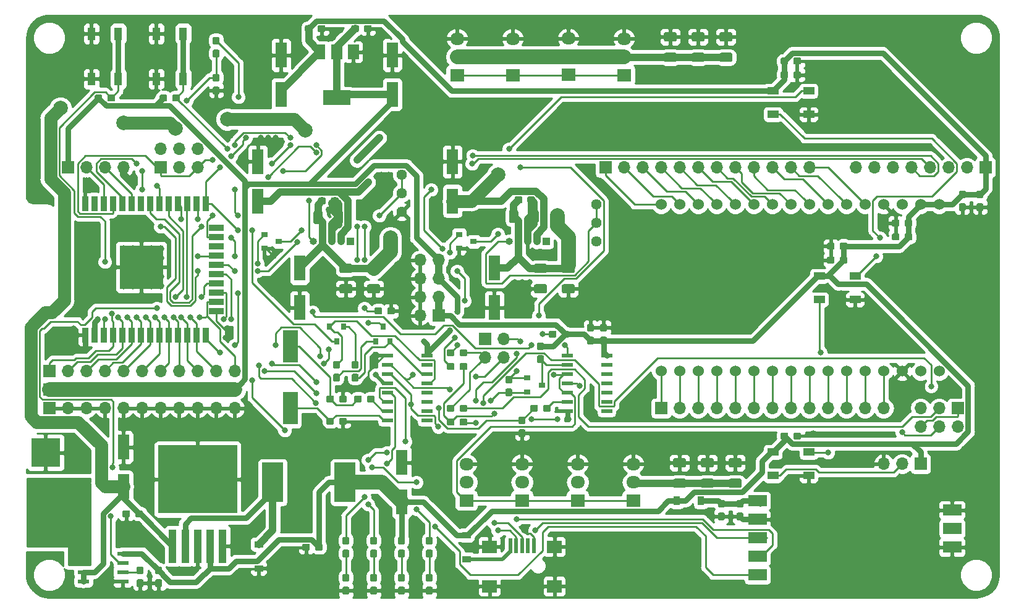
<source format=gbr>
G04 #@! TF.GenerationSoftware,KiCad,Pcbnew,(5.0.0)*
G04 #@! TF.CreationDate,2018-12-02T19:46:22+01:00*
G04 #@! TF.ProjectId,Nightmare V2,4E696768746D6172652056322E6B6963,rev?*
G04 #@! TF.SameCoordinates,Original*
G04 #@! TF.FileFunction,Copper,L1,Top,Signal*
G04 #@! TF.FilePolarity,Positive*
%FSLAX46Y46*%
G04 Gerber Fmt 4.6, Leading zero omitted, Abs format (unit mm)*
G04 Created by KiCad (PCBNEW (5.0.0)) date 12/02/18 19:46:22*
%MOMM*%
%LPD*%
G01*
G04 APERTURE LIST*
G04 #@! TA.AperFunction,ComponentPad*
%ADD10O,1.700000X1.700000*%
G04 #@! TD*
G04 #@! TA.AperFunction,ComponentPad*
%ADD11R,1.700000X1.700000*%
G04 #@! TD*
G04 #@! TA.AperFunction,SMDPad,CuDef*
%ADD12R,2.540000X1.524000*%
G04 #@! TD*
G04 #@! TA.AperFunction,ComponentPad*
%ADD13C,1.440000*%
G04 #@! TD*
G04 #@! TA.AperFunction,ComponentPad*
%ADD14R,4.000000X4.000000*%
G04 #@! TD*
G04 #@! TA.AperFunction,SMDPad,CuDef*
%ADD15R,2.000000X4.500000*%
G04 #@! TD*
G04 #@! TA.AperFunction,SMDPad,CuDef*
%ADD16R,1.100000X1.800000*%
G04 #@! TD*
G04 #@! TA.AperFunction,SMDPad,CuDef*
%ADD17R,1.600000X3.500000*%
G04 #@! TD*
G04 #@! TA.AperFunction,Conductor*
%ADD18C,0.100000*%
G04 #@! TD*
G04 #@! TA.AperFunction,SMDPad,CuDef*
%ADD19C,0.950000*%
G04 #@! TD*
G04 #@! TA.AperFunction,SMDPad,CuDef*
%ADD20C,1.250000*%
G04 #@! TD*
G04 #@! TA.AperFunction,ComponentPad*
%ADD21O,1.950000X1.700000*%
G04 #@! TD*
G04 #@! TA.AperFunction,ComponentPad*
%ADD22R,1.950000X1.700000*%
G04 #@! TD*
G04 #@! TA.AperFunction,ComponentPad*
%ADD23O,1.000000X1.000000*%
G04 #@! TD*
G04 #@! TA.AperFunction,ComponentPad*
%ADD24R,1.000000X1.000000*%
G04 #@! TD*
G04 #@! TA.AperFunction,SMDPad,CuDef*
%ADD25R,2.000000X1.700000*%
G04 #@! TD*
G04 #@! TA.AperFunction,SMDPad,CuDef*
%ADD26R,0.500000X2.000000*%
G04 #@! TD*
G04 #@! TA.AperFunction,SMDPad,CuDef*
%ADD27R,0.900000X1.200000*%
G04 #@! TD*
G04 #@! TA.AperFunction,SMDPad,CuDef*
%ADD28R,1.200000X0.900000*%
G04 #@! TD*
G04 #@! TA.AperFunction,SMDPad,CuDef*
%ADD29R,2.900000X5.400000*%
G04 #@! TD*
G04 #@! TA.AperFunction,SMDPad,CuDef*
%ADD30R,1.500000X1.000000*%
G04 #@! TD*
G04 #@! TA.AperFunction,SMDPad,CuDef*
%ADD31R,1.500000X0.600000*%
G04 #@! TD*
G04 #@! TA.AperFunction,SMDPad,CuDef*
%ADD32R,1.550000X0.600000*%
G04 #@! TD*
G04 #@! TA.AperFunction,SMDPad,CuDef*
%ADD33R,3.800000X2.000000*%
G04 #@! TD*
G04 #@! TA.AperFunction,SMDPad,CuDef*
%ADD34R,1.500000X2.000000*%
G04 #@! TD*
G04 #@! TA.AperFunction,SMDPad,CuDef*
%ADD35R,0.800000X0.900000*%
G04 #@! TD*
G04 #@! TA.AperFunction,SMDPad,CuDef*
%ADD36R,0.900000X0.800000*%
G04 #@! TD*
G04 #@! TA.AperFunction,SMDPad,CuDef*
%ADD37R,10.800000X9.400000*%
G04 #@! TD*
G04 #@! TA.AperFunction,SMDPad,CuDef*
%ADD38R,1.100000X4.600000*%
G04 #@! TD*
G04 #@! TA.AperFunction,SMDPad,CuDef*
%ADD39R,6.000000X6.000000*%
G04 #@! TD*
G04 #@! TA.AperFunction,SMDPad,CuDef*
%ADD40R,2.000000X0.900000*%
G04 #@! TD*
G04 #@! TA.AperFunction,SMDPad,CuDef*
%ADD41R,0.900000X2.000000*%
G04 #@! TD*
G04 #@! TA.AperFunction,ComponentPad*
%ADD42C,1.524000*%
G04 #@! TD*
G04 #@! TA.AperFunction,ViaPad*
%ADD43C,1.000000*%
G04 #@! TD*
G04 #@! TA.AperFunction,ViaPad*
%ADD44C,0.800000*%
G04 #@! TD*
G04 #@! TA.AperFunction,ViaPad*
%ADD45C,2.000000*%
G04 #@! TD*
G04 #@! TA.AperFunction,Conductor*
%ADD46C,0.250000*%
G04 #@! TD*
G04 #@! TA.AperFunction,Conductor*
%ADD47C,1.000000*%
G04 #@! TD*
G04 #@! TA.AperFunction,Conductor*
%ADD48C,0.750000*%
G04 #@! TD*
G04 #@! TA.AperFunction,Conductor*
%ADD49C,0.500000*%
G04 #@! TD*
G04 #@! TA.AperFunction,Conductor*
%ADD50C,2.000000*%
G04 #@! TD*
G04 #@! TA.AperFunction,Conductor*
%ADD51C,1.750000*%
G04 #@! TD*
G04 #@! TA.AperFunction,Conductor*
%ADD52C,0.254000*%
G04 #@! TD*
G04 APERTURE END LIST*
D10*
G04 #@! TO.P,J19,6*
G04 #@! TO.N,NP_TX*
X228600000Y-91440000D03*
G04 #@! TO.P,J19,5*
G04 #@! TO.N,NP_RX*
X228600000Y-88900000D03*
G04 #@! TO.P,J19,4*
G04 #@! TO.N,Net-(J19-Pad4)*
X231140000Y-91440000D03*
G04 #@! TO.P,J19,3*
G04 #@! TO.N,Net-(J19-Pad3)*
X231140000Y-88900000D03*
G04 #@! TO.P,J19,2*
G04 #@! TO.N,NP_RX*
X233680000Y-91440000D03*
D11*
G04 #@! TO.P,J19,1*
G04 #@! TO.N,NP_TX*
X233680000Y-88900000D03*
G04 #@! TD*
D12*
G04 #@! TO.P,U9,1*
G04 #@! TO.N,Net-(C47-Pad1)*
X206248000Y-101600000D03*
G04 #@! TO.P,U9,2*
G04 #@! TO.N,GND*
X206248000Y-104140000D03*
G04 #@! TO.P,U9,3*
G04 #@! TO.N,H_TX*
X206248000Y-106680000D03*
G04 #@! TO.P,U9,4*
G04 #@! TO.N,H_RX*
X206248000Y-109220000D03*
G04 #@! TO.P,U9,5*
G04 #@! TO.N,IO11*
X206248000Y-111760000D03*
G04 #@! TO.P,U9,6*
G04 #@! TO.N,GND*
X232918000Y-102870000D03*
G04 #@! TO.P,U9,7*
G04 #@! TO.N,Net-(U9-Pad7)*
X232918000Y-105410000D03*
G04 #@! TO.P,U9,8*
G04 #@! TO.N,GND*
X232918000Y-107950000D03*
G04 #@! TD*
D13*
G04 #@! TO.P,RV2,3*
G04 #@! TO.N,GND*
X157480000Y-61976000D03*
G04 #@! TO.P,RV2,2*
G04 #@! TO.N,Net-(RV2-Pad1)*
X157480000Y-59436000D03*
G04 #@! TO.P,RV2,1*
X157480000Y-56896000D03*
G04 #@! TD*
D14*
G04 #@! TO.P,J24,1*
G04 #@! TO.N,+BATT*
X108585000Y-100965000D03*
G04 #@! TD*
G04 #@! TO.P,J25,1*
G04 #@! TO.N,GND*
X108712000Y-94996000D03*
G04 #@! TD*
D11*
G04 #@! TO.P,J22,1*
G04 #@! TO.N,USB_RX*
X168910000Y-79375000D03*
D10*
G04 #@! TO.P,J22,2*
G04 #@! TO.N,USB_TX*
X171450000Y-79375000D03*
G04 #@! TO.P,J22,3*
G04 #@! TO.N,Net-(J22-Pad3)*
X168910000Y-81915000D03*
G04 #@! TO.P,J22,4*
G04 #@! TO.N,Net-(J22-Pad4)*
X171450000Y-81915000D03*
G04 #@! TD*
D15*
G04 #@! TO.P,Y1,1*
G04 #@! TO.N,Net-(C50-Pad1)*
X142240000Y-80400000D03*
G04 #@! TO.P,Y1,2*
G04 #@! TO.N,Net-(C51-Pad1)*
X142240000Y-88900000D03*
G04 #@! TD*
D11*
G04 #@! TO.P,J18,1*
G04 #@! TO.N,+3V3*
X111760000Y-55880000D03*
D10*
G04 #@! TO.P,J18,2*
G04 #@! TO.N,SCL*
X114300000Y-55880000D03*
G04 #@! TO.P,J18,3*
G04 #@! TO.N,SDA*
X116840000Y-55880000D03*
G04 #@! TO.P,J18,4*
G04 #@! TO.N,GND*
X119380000Y-55880000D03*
G04 #@! TD*
D16*
G04 #@! TO.P,SW1,2*
G04 #@! TO.N,IO0*
X127580000Y-37540000D03*
X127580000Y-43740000D03*
G04 #@! TO.P,SW1,1*
G04 #@! TO.N,GND*
X123880000Y-37540000D03*
X123880000Y-43740000D03*
G04 #@! TD*
G04 #@! TO.P,SW2,1*
G04 #@! TO.N,GND*
X114990000Y-43740000D03*
X114990000Y-37540000D03*
G04 #@! TO.P,SW2,2*
G04 #@! TO.N,EN*
X118690000Y-43740000D03*
X118690000Y-37540000D03*
G04 #@! TD*
D17*
G04 #@! TO.P,C44,2*
G04 #@! TO.N,GND*
X143510000Y-75090000D03*
G04 #@! TO.P,C44,1*
G04 #@! TO.N,VDDF*
X143510000Y-69690000D03*
G04 #@! TD*
G04 #@! TO.P,C16,1*
G04 #@! TO.N,+3V3*
X156210000Y-45880000D03*
G04 #@! TO.P,C16,2*
G04 #@! TO.N,GND*
X156210000Y-40480000D03*
G04 #@! TD*
G04 #@! TO.P,C35,2*
G04 #@! TO.N,GND*
X164465000Y-55085000D03*
G04 #@! TO.P,C35,1*
G04 #@! TO.N,VBUS*
X164465000Y-60485000D03*
G04 #@! TD*
G04 #@! TO.P,C13,1*
G04 #@! TO.N,+5V*
X140970000Y-45880000D03*
G04 #@! TO.P,C13,2*
G04 #@! TO.N,GND*
X140970000Y-40480000D03*
G04 #@! TD*
G04 #@! TO.P,C38,2*
G04 #@! TO.N,GND*
X170180000Y-75090000D03*
G04 #@! TO.P,C38,1*
G04 #@! TO.N,VDDA*
X170180000Y-69690000D03*
G04 #@! TD*
G04 #@! TO.P,C41,1*
G04 #@! TO.N,VBUS*
X137795000Y-60485000D03*
G04 #@! TO.P,C41,2*
G04 #@! TO.N,GND*
X137795000Y-55085000D03*
G04 #@! TD*
G04 #@! TO.P,C32,2*
G04 #@! TO.N,GND*
X157480000Y-96360000D03*
G04 #@! TO.P,C32,1*
G04 #@! TO.N,+5V*
X157480000Y-101760000D03*
G04 #@! TD*
G04 #@! TO.P,C19,1*
G04 #@! TO.N,VBUS*
X119380000Y-99655000D03*
G04 #@! TO.P,C19,2*
G04 #@! TO.N,GND*
X119380000Y-94255000D03*
G04 #@! TD*
D18*
G04 #@! TO.N,VDDA*
G04 #@! TO.C,C36*
G36*
X173820779Y-59851144D02*
X173843834Y-59854563D01*
X173866443Y-59860227D01*
X173888387Y-59868079D01*
X173909457Y-59878044D01*
X173929448Y-59890026D01*
X173948168Y-59903910D01*
X173965438Y-59919562D01*
X173981090Y-59936832D01*
X173994974Y-59955552D01*
X174006956Y-59975543D01*
X174016921Y-59996613D01*
X174024773Y-60018557D01*
X174030437Y-60041166D01*
X174033856Y-60064221D01*
X174035000Y-60087500D01*
X174035000Y-60562500D01*
X174033856Y-60585779D01*
X174030437Y-60608834D01*
X174024773Y-60631443D01*
X174016921Y-60653387D01*
X174006956Y-60674457D01*
X173994974Y-60694448D01*
X173981090Y-60713168D01*
X173965438Y-60730438D01*
X173948168Y-60746090D01*
X173929448Y-60759974D01*
X173909457Y-60771956D01*
X173888387Y-60781921D01*
X173866443Y-60789773D01*
X173843834Y-60795437D01*
X173820779Y-60798856D01*
X173797500Y-60800000D01*
X173222500Y-60800000D01*
X173199221Y-60798856D01*
X173176166Y-60795437D01*
X173153557Y-60789773D01*
X173131613Y-60781921D01*
X173110543Y-60771956D01*
X173090552Y-60759974D01*
X173071832Y-60746090D01*
X173054562Y-60730438D01*
X173038910Y-60713168D01*
X173025026Y-60694448D01*
X173013044Y-60674457D01*
X173003079Y-60653387D01*
X172995227Y-60631443D01*
X172989563Y-60608834D01*
X172986144Y-60585779D01*
X172985000Y-60562500D01*
X172985000Y-60087500D01*
X172986144Y-60064221D01*
X172989563Y-60041166D01*
X172995227Y-60018557D01*
X173003079Y-59996613D01*
X173013044Y-59975543D01*
X173025026Y-59955552D01*
X173038910Y-59936832D01*
X173054562Y-59919562D01*
X173071832Y-59903910D01*
X173090552Y-59890026D01*
X173110543Y-59878044D01*
X173131613Y-59868079D01*
X173153557Y-59860227D01*
X173176166Y-59854563D01*
X173199221Y-59851144D01*
X173222500Y-59850000D01*
X173797500Y-59850000D01*
X173820779Y-59851144D01*
X173820779Y-59851144D01*
G37*
D19*
G04 #@! TD*
G04 #@! TO.P,C36,1*
G04 #@! TO.N,VDDA*
X173510000Y-60325000D03*
D18*
G04 #@! TO.N,GND*
G04 #@! TO.C,C36*
G36*
X175570779Y-59851144D02*
X175593834Y-59854563D01*
X175616443Y-59860227D01*
X175638387Y-59868079D01*
X175659457Y-59878044D01*
X175679448Y-59890026D01*
X175698168Y-59903910D01*
X175715438Y-59919562D01*
X175731090Y-59936832D01*
X175744974Y-59955552D01*
X175756956Y-59975543D01*
X175766921Y-59996613D01*
X175774773Y-60018557D01*
X175780437Y-60041166D01*
X175783856Y-60064221D01*
X175785000Y-60087500D01*
X175785000Y-60562500D01*
X175783856Y-60585779D01*
X175780437Y-60608834D01*
X175774773Y-60631443D01*
X175766921Y-60653387D01*
X175756956Y-60674457D01*
X175744974Y-60694448D01*
X175731090Y-60713168D01*
X175715438Y-60730438D01*
X175698168Y-60746090D01*
X175679448Y-60759974D01*
X175659457Y-60771956D01*
X175638387Y-60781921D01*
X175616443Y-60789773D01*
X175593834Y-60795437D01*
X175570779Y-60798856D01*
X175547500Y-60800000D01*
X174972500Y-60800000D01*
X174949221Y-60798856D01*
X174926166Y-60795437D01*
X174903557Y-60789773D01*
X174881613Y-60781921D01*
X174860543Y-60771956D01*
X174840552Y-60759974D01*
X174821832Y-60746090D01*
X174804562Y-60730438D01*
X174788910Y-60713168D01*
X174775026Y-60694448D01*
X174763044Y-60674457D01*
X174753079Y-60653387D01*
X174745227Y-60631443D01*
X174739563Y-60608834D01*
X174736144Y-60585779D01*
X174735000Y-60562500D01*
X174735000Y-60087500D01*
X174736144Y-60064221D01*
X174739563Y-60041166D01*
X174745227Y-60018557D01*
X174753079Y-59996613D01*
X174763044Y-59975543D01*
X174775026Y-59955552D01*
X174788910Y-59936832D01*
X174804562Y-59919562D01*
X174821832Y-59903910D01*
X174840552Y-59890026D01*
X174860543Y-59878044D01*
X174881613Y-59868079D01*
X174903557Y-59860227D01*
X174926166Y-59854563D01*
X174949221Y-59851144D01*
X174972500Y-59850000D01*
X175547500Y-59850000D01*
X175570779Y-59851144D01*
X175570779Y-59851144D01*
G37*
D19*
G04 #@! TD*
G04 #@! TO.P,C36,2*
G04 #@! TO.N,GND*
X175260000Y-60325000D03*
D18*
G04 #@! TO.N,GND*
G04 #@! TO.C,C31*
G36*
X144723779Y-107476144D02*
X144746834Y-107479563D01*
X144769443Y-107485227D01*
X144791387Y-107493079D01*
X144812457Y-107503044D01*
X144832448Y-107515026D01*
X144851168Y-107528910D01*
X144868438Y-107544562D01*
X144884090Y-107561832D01*
X144897974Y-107580552D01*
X144909956Y-107600543D01*
X144919921Y-107621613D01*
X144927773Y-107643557D01*
X144933437Y-107666166D01*
X144936856Y-107689221D01*
X144938000Y-107712500D01*
X144938000Y-108187500D01*
X144936856Y-108210779D01*
X144933437Y-108233834D01*
X144927773Y-108256443D01*
X144919921Y-108278387D01*
X144909956Y-108299457D01*
X144897974Y-108319448D01*
X144884090Y-108338168D01*
X144868438Y-108355438D01*
X144851168Y-108371090D01*
X144832448Y-108384974D01*
X144812457Y-108396956D01*
X144791387Y-108406921D01*
X144769443Y-108414773D01*
X144746834Y-108420437D01*
X144723779Y-108423856D01*
X144700500Y-108425000D01*
X144125500Y-108425000D01*
X144102221Y-108423856D01*
X144079166Y-108420437D01*
X144056557Y-108414773D01*
X144034613Y-108406921D01*
X144013543Y-108396956D01*
X143993552Y-108384974D01*
X143974832Y-108371090D01*
X143957562Y-108355438D01*
X143941910Y-108338168D01*
X143928026Y-108319448D01*
X143916044Y-108299457D01*
X143906079Y-108278387D01*
X143898227Y-108256443D01*
X143892563Y-108233834D01*
X143889144Y-108210779D01*
X143888000Y-108187500D01*
X143888000Y-107712500D01*
X143889144Y-107689221D01*
X143892563Y-107666166D01*
X143898227Y-107643557D01*
X143906079Y-107621613D01*
X143916044Y-107600543D01*
X143928026Y-107580552D01*
X143941910Y-107561832D01*
X143957562Y-107544562D01*
X143974832Y-107528910D01*
X143993552Y-107515026D01*
X144013543Y-107503044D01*
X144034613Y-107493079D01*
X144056557Y-107485227D01*
X144079166Y-107479563D01*
X144102221Y-107476144D01*
X144125500Y-107475000D01*
X144700500Y-107475000D01*
X144723779Y-107476144D01*
X144723779Y-107476144D01*
G37*
D19*
G04 #@! TD*
G04 #@! TO.P,C31,2*
G04 #@! TO.N,GND*
X144413000Y-107950000D03*
D18*
G04 #@! TO.N,+5V*
G04 #@! TO.C,C31*
G36*
X146473779Y-107476144D02*
X146496834Y-107479563D01*
X146519443Y-107485227D01*
X146541387Y-107493079D01*
X146562457Y-107503044D01*
X146582448Y-107515026D01*
X146601168Y-107528910D01*
X146618438Y-107544562D01*
X146634090Y-107561832D01*
X146647974Y-107580552D01*
X146659956Y-107600543D01*
X146669921Y-107621613D01*
X146677773Y-107643557D01*
X146683437Y-107666166D01*
X146686856Y-107689221D01*
X146688000Y-107712500D01*
X146688000Y-108187500D01*
X146686856Y-108210779D01*
X146683437Y-108233834D01*
X146677773Y-108256443D01*
X146669921Y-108278387D01*
X146659956Y-108299457D01*
X146647974Y-108319448D01*
X146634090Y-108338168D01*
X146618438Y-108355438D01*
X146601168Y-108371090D01*
X146582448Y-108384974D01*
X146562457Y-108396956D01*
X146541387Y-108406921D01*
X146519443Y-108414773D01*
X146496834Y-108420437D01*
X146473779Y-108423856D01*
X146450500Y-108425000D01*
X145875500Y-108425000D01*
X145852221Y-108423856D01*
X145829166Y-108420437D01*
X145806557Y-108414773D01*
X145784613Y-108406921D01*
X145763543Y-108396956D01*
X145743552Y-108384974D01*
X145724832Y-108371090D01*
X145707562Y-108355438D01*
X145691910Y-108338168D01*
X145678026Y-108319448D01*
X145666044Y-108299457D01*
X145656079Y-108278387D01*
X145648227Y-108256443D01*
X145642563Y-108233834D01*
X145639144Y-108210779D01*
X145638000Y-108187500D01*
X145638000Y-107712500D01*
X145639144Y-107689221D01*
X145642563Y-107666166D01*
X145648227Y-107643557D01*
X145656079Y-107621613D01*
X145666044Y-107600543D01*
X145678026Y-107580552D01*
X145691910Y-107561832D01*
X145707562Y-107544562D01*
X145724832Y-107528910D01*
X145743552Y-107515026D01*
X145763543Y-107503044D01*
X145784613Y-107493079D01*
X145806557Y-107485227D01*
X145829166Y-107479563D01*
X145852221Y-107476144D01*
X145875500Y-107475000D01*
X146450500Y-107475000D01*
X146473779Y-107476144D01*
X146473779Y-107476144D01*
G37*
D19*
G04 #@! TD*
G04 #@! TO.P,C31,1*
G04 #@! TO.N,+5V*
X146163000Y-107950000D03*
D18*
G04 #@! TO.N,+5V*
G04 #@! TO.C,C45*
G36*
X218355779Y-66201144D02*
X218378834Y-66204563D01*
X218401443Y-66210227D01*
X218423387Y-66218079D01*
X218444457Y-66228044D01*
X218464448Y-66240026D01*
X218483168Y-66253910D01*
X218500438Y-66269562D01*
X218516090Y-66286832D01*
X218529974Y-66305552D01*
X218541956Y-66325543D01*
X218551921Y-66346613D01*
X218559773Y-66368557D01*
X218565437Y-66391166D01*
X218568856Y-66414221D01*
X218570000Y-66437500D01*
X218570000Y-66912500D01*
X218568856Y-66935779D01*
X218565437Y-66958834D01*
X218559773Y-66981443D01*
X218551921Y-67003387D01*
X218541956Y-67024457D01*
X218529974Y-67044448D01*
X218516090Y-67063168D01*
X218500438Y-67080438D01*
X218483168Y-67096090D01*
X218464448Y-67109974D01*
X218444457Y-67121956D01*
X218423387Y-67131921D01*
X218401443Y-67139773D01*
X218378834Y-67145437D01*
X218355779Y-67148856D01*
X218332500Y-67150000D01*
X217757500Y-67150000D01*
X217734221Y-67148856D01*
X217711166Y-67145437D01*
X217688557Y-67139773D01*
X217666613Y-67131921D01*
X217645543Y-67121956D01*
X217625552Y-67109974D01*
X217606832Y-67096090D01*
X217589562Y-67080438D01*
X217573910Y-67063168D01*
X217560026Y-67044448D01*
X217548044Y-67024457D01*
X217538079Y-67003387D01*
X217530227Y-66981443D01*
X217524563Y-66958834D01*
X217521144Y-66935779D01*
X217520000Y-66912500D01*
X217520000Y-66437500D01*
X217521144Y-66414221D01*
X217524563Y-66391166D01*
X217530227Y-66368557D01*
X217538079Y-66346613D01*
X217548044Y-66325543D01*
X217560026Y-66305552D01*
X217573910Y-66286832D01*
X217589562Y-66269562D01*
X217606832Y-66253910D01*
X217625552Y-66240026D01*
X217645543Y-66228044D01*
X217666613Y-66218079D01*
X217688557Y-66210227D01*
X217711166Y-66204563D01*
X217734221Y-66201144D01*
X217757500Y-66200000D01*
X218332500Y-66200000D01*
X218355779Y-66201144D01*
X218355779Y-66201144D01*
G37*
D19*
G04 #@! TD*
G04 #@! TO.P,C45,1*
G04 #@! TO.N,+5V*
X218045000Y-66675000D03*
D18*
G04 #@! TO.N,GND*
G04 #@! TO.C,C45*
G36*
X216605779Y-66201144D02*
X216628834Y-66204563D01*
X216651443Y-66210227D01*
X216673387Y-66218079D01*
X216694457Y-66228044D01*
X216714448Y-66240026D01*
X216733168Y-66253910D01*
X216750438Y-66269562D01*
X216766090Y-66286832D01*
X216779974Y-66305552D01*
X216791956Y-66325543D01*
X216801921Y-66346613D01*
X216809773Y-66368557D01*
X216815437Y-66391166D01*
X216818856Y-66414221D01*
X216820000Y-66437500D01*
X216820000Y-66912500D01*
X216818856Y-66935779D01*
X216815437Y-66958834D01*
X216809773Y-66981443D01*
X216801921Y-67003387D01*
X216791956Y-67024457D01*
X216779974Y-67044448D01*
X216766090Y-67063168D01*
X216750438Y-67080438D01*
X216733168Y-67096090D01*
X216714448Y-67109974D01*
X216694457Y-67121956D01*
X216673387Y-67131921D01*
X216651443Y-67139773D01*
X216628834Y-67145437D01*
X216605779Y-67148856D01*
X216582500Y-67150000D01*
X216007500Y-67150000D01*
X215984221Y-67148856D01*
X215961166Y-67145437D01*
X215938557Y-67139773D01*
X215916613Y-67131921D01*
X215895543Y-67121956D01*
X215875552Y-67109974D01*
X215856832Y-67096090D01*
X215839562Y-67080438D01*
X215823910Y-67063168D01*
X215810026Y-67044448D01*
X215798044Y-67024457D01*
X215788079Y-67003387D01*
X215780227Y-66981443D01*
X215774563Y-66958834D01*
X215771144Y-66935779D01*
X215770000Y-66912500D01*
X215770000Y-66437500D01*
X215771144Y-66414221D01*
X215774563Y-66391166D01*
X215780227Y-66368557D01*
X215788079Y-66346613D01*
X215798044Y-66325543D01*
X215810026Y-66305552D01*
X215823910Y-66286832D01*
X215839562Y-66269562D01*
X215856832Y-66253910D01*
X215875552Y-66240026D01*
X215895543Y-66228044D01*
X215916613Y-66218079D01*
X215938557Y-66210227D01*
X215961166Y-66204563D01*
X215984221Y-66201144D01*
X216007500Y-66200000D01*
X216582500Y-66200000D01*
X216605779Y-66201144D01*
X216605779Y-66201144D01*
G37*
D19*
G04 #@! TD*
G04 #@! TO.P,C45,2*
G04 #@! TO.N,GND*
X216295000Y-66675000D03*
D18*
G04 #@! TO.N,GND*
G04 #@! TO.C,C46*
G36*
X212005779Y-40801144D02*
X212028834Y-40804563D01*
X212051443Y-40810227D01*
X212073387Y-40818079D01*
X212094457Y-40828044D01*
X212114448Y-40840026D01*
X212133168Y-40853910D01*
X212150438Y-40869562D01*
X212166090Y-40886832D01*
X212179974Y-40905552D01*
X212191956Y-40925543D01*
X212201921Y-40946613D01*
X212209773Y-40968557D01*
X212215437Y-40991166D01*
X212218856Y-41014221D01*
X212220000Y-41037500D01*
X212220000Y-41512500D01*
X212218856Y-41535779D01*
X212215437Y-41558834D01*
X212209773Y-41581443D01*
X212201921Y-41603387D01*
X212191956Y-41624457D01*
X212179974Y-41644448D01*
X212166090Y-41663168D01*
X212150438Y-41680438D01*
X212133168Y-41696090D01*
X212114448Y-41709974D01*
X212094457Y-41721956D01*
X212073387Y-41731921D01*
X212051443Y-41739773D01*
X212028834Y-41745437D01*
X212005779Y-41748856D01*
X211982500Y-41750000D01*
X211407500Y-41750000D01*
X211384221Y-41748856D01*
X211361166Y-41745437D01*
X211338557Y-41739773D01*
X211316613Y-41731921D01*
X211295543Y-41721956D01*
X211275552Y-41709974D01*
X211256832Y-41696090D01*
X211239562Y-41680438D01*
X211223910Y-41663168D01*
X211210026Y-41644448D01*
X211198044Y-41624457D01*
X211188079Y-41603387D01*
X211180227Y-41581443D01*
X211174563Y-41558834D01*
X211171144Y-41535779D01*
X211170000Y-41512500D01*
X211170000Y-41037500D01*
X211171144Y-41014221D01*
X211174563Y-40991166D01*
X211180227Y-40968557D01*
X211188079Y-40946613D01*
X211198044Y-40925543D01*
X211210026Y-40905552D01*
X211223910Y-40886832D01*
X211239562Y-40869562D01*
X211256832Y-40853910D01*
X211275552Y-40840026D01*
X211295543Y-40828044D01*
X211316613Y-40818079D01*
X211338557Y-40810227D01*
X211361166Y-40804563D01*
X211384221Y-40801144D01*
X211407500Y-40800000D01*
X211982500Y-40800000D01*
X212005779Y-40801144D01*
X212005779Y-40801144D01*
G37*
D19*
G04 #@! TD*
G04 #@! TO.P,C46,2*
G04 #@! TO.N,GND*
X211695000Y-41275000D03*
D18*
G04 #@! TO.N,+5V*
G04 #@! TO.C,C46*
G36*
X210255779Y-40801144D02*
X210278834Y-40804563D01*
X210301443Y-40810227D01*
X210323387Y-40818079D01*
X210344457Y-40828044D01*
X210364448Y-40840026D01*
X210383168Y-40853910D01*
X210400438Y-40869562D01*
X210416090Y-40886832D01*
X210429974Y-40905552D01*
X210441956Y-40925543D01*
X210451921Y-40946613D01*
X210459773Y-40968557D01*
X210465437Y-40991166D01*
X210468856Y-41014221D01*
X210470000Y-41037500D01*
X210470000Y-41512500D01*
X210468856Y-41535779D01*
X210465437Y-41558834D01*
X210459773Y-41581443D01*
X210451921Y-41603387D01*
X210441956Y-41624457D01*
X210429974Y-41644448D01*
X210416090Y-41663168D01*
X210400438Y-41680438D01*
X210383168Y-41696090D01*
X210364448Y-41709974D01*
X210344457Y-41721956D01*
X210323387Y-41731921D01*
X210301443Y-41739773D01*
X210278834Y-41745437D01*
X210255779Y-41748856D01*
X210232500Y-41750000D01*
X209657500Y-41750000D01*
X209634221Y-41748856D01*
X209611166Y-41745437D01*
X209588557Y-41739773D01*
X209566613Y-41731921D01*
X209545543Y-41721956D01*
X209525552Y-41709974D01*
X209506832Y-41696090D01*
X209489562Y-41680438D01*
X209473910Y-41663168D01*
X209460026Y-41644448D01*
X209448044Y-41624457D01*
X209438079Y-41603387D01*
X209430227Y-41581443D01*
X209424563Y-41558834D01*
X209421144Y-41535779D01*
X209420000Y-41512500D01*
X209420000Y-41037500D01*
X209421144Y-41014221D01*
X209424563Y-40991166D01*
X209430227Y-40968557D01*
X209438079Y-40946613D01*
X209448044Y-40925543D01*
X209460026Y-40905552D01*
X209473910Y-40886832D01*
X209489562Y-40869562D01*
X209506832Y-40853910D01*
X209525552Y-40840026D01*
X209545543Y-40828044D01*
X209566613Y-40818079D01*
X209588557Y-40810227D01*
X209611166Y-40804563D01*
X209634221Y-40801144D01*
X209657500Y-40800000D01*
X210232500Y-40800000D01*
X210255779Y-40801144D01*
X210255779Y-40801144D01*
G37*
D19*
G04 #@! TD*
G04 #@! TO.P,C46,1*
G04 #@! TO.N,+5V*
X209945000Y-41275000D03*
D18*
G04 #@! TO.N,+5V*
G04 #@! TO.C,C40*
G36*
X234575779Y-59053144D02*
X234598834Y-59056563D01*
X234621443Y-59062227D01*
X234643387Y-59070079D01*
X234664457Y-59080044D01*
X234684448Y-59092026D01*
X234703168Y-59105910D01*
X234720438Y-59121562D01*
X234736090Y-59138832D01*
X234749974Y-59157552D01*
X234761956Y-59177543D01*
X234771921Y-59198613D01*
X234779773Y-59220557D01*
X234785437Y-59243166D01*
X234788856Y-59266221D01*
X234790000Y-59289500D01*
X234790000Y-59864500D01*
X234788856Y-59887779D01*
X234785437Y-59910834D01*
X234779773Y-59933443D01*
X234771921Y-59955387D01*
X234761956Y-59976457D01*
X234749974Y-59996448D01*
X234736090Y-60015168D01*
X234720438Y-60032438D01*
X234703168Y-60048090D01*
X234684448Y-60061974D01*
X234664457Y-60073956D01*
X234643387Y-60083921D01*
X234621443Y-60091773D01*
X234598834Y-60097437D01*
X234575779Y-60100856D01*
X234552500Y-60102000D01*
X234077500Y-60102000D01*
X234054221Y-60100856D01*
X234031166Y-60097437D01*
X234008557Y-60091773D01*
X233986613Y-60083921D01*
X233965543Y-60073956D01*
X233945552Y-60061974D01*
X233926832Y-60048090D01*
X233909562Y-60032438D01*
X233893910Y-60015168D01*
X233880026Y-59996448D01*
X233868044Y-59976457D01*
X233858079Y-59955387D01*
X233850227Y-59933443D01*
X233844563Y-59910834D01*
X233841144Y-59887779D01*
X233840000Y-59864500D01*
X233840000Y-59289500D01*
X233841144Y-59266221D01*
X233844563Y-59243166D01*
X233850227Y-59220557D01*
X233858079Y-59198613D01*
X233868044Y-59177543D01*
X233880026Y-59157552D01*
X233893910Y-59138832D01*
X233909562Y-59121562D01*
X233926832Y-59105910D01*
X233945552Y-59092026D01*
X233965543Y-59080044D01*
X233986613Y-59070079D01*
X234008557Y-59062227D01*
X234031166Y-59056563D01*
X234054221Y-59053144D01*
X234077500Y-59052000D01*
X234552500Y-59052000D01*
X234575779Y-59053144D01*
X234575779Y-59053144D01*
G37*
D19*
G04 #@! TD*
G04 #@! TO.P,C40,1*
G04 #@! TO.N,+5V*
X234315000Y-59577000D03*
D18*
G04 #@! TO.N,GND*
G04 #@! TO.C,C40*
G36*
X234575779Y-60803144D02*
X234598834Y-60806563D01*
X234621443Y-60812227D01*
X234643387Y-60820079D01*
X234664457Y-60830044D01*
X234684448Y-60842026D01*
X234703168Y-60855910D01*
X234720438Y-60871562D01*
X234736090Y-60888832D01*
X234749974Y-60907552D01*
X234761956Y-60927543D01*
X234771921Y-60948613D01*
X234779773Y-60970557D01*
X234785437Y-60993166D01*
X234788856Y-61016221D01*
X234790000Y-61039500D01*
X234790000Y-61614500D01*
X234788856Y-61637779D01*
X234785437Y-61660834D01*
X234779773Y-61683443D01*
X234771921Y-61705387D01*
X234761956Y-61726457D01*
X234749974Y-61746448D01*
X234736090Y-61765168D01*
X234720438Y-61782438D01*
X234703168Y-61798090D01*
X234684448Y-61811974D01*
X234664457Y-61823956D01*
X234643387Y-61833921D01*
X234621443Y-61841773D01*
X234598834Y-61847437D01*
X234575779Y-61850856D01*
X234552500Y-61852000D01*
X234077500Y-61852000D01*
X234054221Y-61850856D01*
X234031166Y-61847437D01*
X234008557Y-61841773D01*
X233986613Y-61833921D01*
X233965543Y-61823956D01*
X233945552Y-61811974D01*
X233926832Y-61798090D01*
X233909562Y-61782438D01*
X233893910Y-61765168D01*
X233880026Y-61746448D01*
X233868044Y-61726457D01*
X233858079Y-61705387D01*
X233850227Y-61683443D01*
X233844563Y-61660834D01*
X233841144Y-61637779D01*
X233840000Y-61614500D01*
X233840000Y-61039500D01*
X233841144Y-61016221D01*
X233844563Y-60993166D01*
X233850227Y-60970557D01*
X233858079Y-60948613D01*
X233868044Y-60927543D01*
X233880026Y-60907552D01*
X233893910Y-60888832D01*
X233909562Y-60871562D01*
X233926832Y-60855910D01*
X233945552Y-60842026D01*
X233965543Y-60830044D01*
X233986613Y-60820079D01*
X234008557Y-60812227D01*
X234031166Y-60806563D01*
X234054221Y-60803144D01*
X234077500Y-60802000D01*
X234552500Y-60802000D01*
X234575779Y-60803144D01*
X234575779Y-60803144D01*
G37*
D19*
G04 #@! TD*
G04 #@! TO.P,C40,2*
G04 #@! TO.N,GND*
X234315000Y-61327000D03*
D18*
G04 #@! TO.N,GND*
G04 #@! TO.C,C47*
G36*
X201555779Y-103221144D02*
X201578834Y-103224563D01*
X201601443Y-103230227D01*
X201623387Y-103238079D01*
X201644457Y-103248044D01*
X201664448Y-103260026D01*
X201683168Y-103273910D01*
X201700438Y-103289562D01*
X201716090Y-103306832D01*
X201729974Y-103325552D01*
X201741956Y-103345543D01*
X201751921Y-103366613D01*
X201759773Y-103388557D01*
X201765437Y-103411166D01*
X201768856Y-103434221D01*
X201770000Y-103457500D01*
X201770000Y-104032500D01*
X201768856Y-104055779D01*
X201765437Y-104078834D01*
X201759773Y-104101443D01*
X201751921Y-104123387D01*
X201741956Y-104144457D01*
X201729974Y-104164448D01*
X201716090Y-104183168D01*
X201700438Y-104200438D01*
X201683168Y-104216090D01*
X201664448Y-104229974D01*
X201644457Y-104241956D01*
X201623387Y-104251921D01*
X201601443Y-104259773D01*
X201578834Y-104265437D01*
X201555779Y-104268856D01*
X201532500Y-104270000D01*
X201057500Y-104270000D01*
X201034221Y-104268856D01*
X201011166Y-104265437D01*
X200988557Y-104259773D01*
X200966613Y-104251921D01*
X200945543Y-104241956D01*
X200925552Y-104229974D01*
X200906832Y-104216090D01*
X200889562Y-104200438D01*
X200873910Y-104183168D01*
X200860026Y-104164448D01*
X200848044Y-104144457D01*
X200838079Y-104123387D01*
X200830227Y-104101443D01*
X200824563Y-104078834D01*
X200821144Y-104055779D01*
X200820000Y-104032500D01*
X200820000Y-103457500D01*
X200821144Y-103434221D01*
X200824563Y-103411166D01*
X200830227Y-103388557D01*
X200838079Y-103366613D01*
X200848044Y-103345543D01*
X200860026Y-103325552D01*
X200873910Y-103306832D01*
X200889562Y-103289562D01*
X200906832Y-103273910D01*
X200925552Y-103260026D01*
X200945543Y-103248044D01*
X200966613Y-103238079D01*
X200988557Y-103230227D01*
X201011166Y-103224563D01*
X201034221Y-103221144D01*
X201057500Y-103220000D01*
X201532500Y-103220000D01*
X201555779Y-103221144D01*
X201555779Y-103221144D01*
G37*
D19*
G04 #@! TD*
G04 #@! TO.P,C47,2*
G04 #@! TO.N,GND*
X201295000Y-103745000D03*
D18*
G04 #@! TO.N,Net-(C47-Pad1)*
G04 #@! TO.C,C47*
G36*
X201555779Y-101471144D02*
X201578834Y-101474563D01*
X201601443Y-101480227D01*
X201623387Y-101488079D01*
X201644457Y-101498044D01*
X201664448Y-101510026D01*
X201683168Y-101523910D01*
X201700438Y-101539562D01*
X201716090Y-101556832D01*
X201729974Y-101575552D01*
X201741956Y-101595543D01*
X201751921Y-101616613D01*
X201759773Y-101638557D01*
X201765437Y-101661166D01*
X201768856Y-101684221D01*
X201770000Y-101707500D01*
X201770000Y-102282500D01*
X201768856Y-102305779D01*
X201765437Y-102328834D01*
X201759773Y-102351443D01*
X201751921Y-102373387D01*
X201741956Y-102394457D01*
X201729974Y-102414448D01*
X201716090Y-102433168D01*
X201700438Y-102450438D01*
X201683168Y-102466090D01*
X201664448Y-102479974D01*
X201644457Y-102491956D01*
X201623387Y-102501921D01*
X201601443Y-102509773D01*
X201578834Y-102515437D01*
X201555779Y-102518856D01*
X201532500Y-102520000D01*
X201057500Y-102520000D01*
X201034221Y-102518856D01*
X201011166Y-102515437D01*
X200988557Y-102509773D01*
X200966613Y-102501921D01*
X200945543Y-102491956D01*
X200925552Y-102479974D01*
X200906832Y-102466090D01*
X200889562Y-102450438D01*
X200873910Y-102433168D01*
X200860026Y-102414448D01*
X200848044Y-102394457D01*
X200838079Y-102373387D01*
X200830227Y-102351443D01*
X200824563Y-102328834D01*
X200821144Y-102305779D01*
X200820000Y-102282500D01*
X200820000Y-101707500D01*
X200821144Y-101684221D01*
X200824563Y-101661166D01*
X200830227Y-101638557D01*
X200838079Y-101616613D01*
X200848044Y-101595543D01*
X200860026Y-101575552D01*
X200873910Y-101556832D01*
X200889562Y-101539562D01*
X200906832Y-101523910D01*
X200925552Y-101510026D01*
X200945543Y-101498044D01*
X200966613Y-101488079D01*
X200988557Y-101480227D01*
X201011166Y-101474563D01*
X201034221Y-101471144D01*
X201057500Y-101470000D01*
X201532500Y-101470000D01*
X201555779Y-101471144D01*
X201555779Y-101471144D01*
G37*
D19*
G04 #@! TD*
G04 #@! TO.P,C47,1*
G04 #@! TO.N,Net-(C47-Pad1)*
X201295000Y-101995000D03*
D18*
G04 #@! TO.N,Net-(C47-Pad1)*
G04 #@! TO.C,C48*
G36*
X204095779Y-101471144D02*
X204118834Y-101474563D01*
X204141443Y-101480227D01*
X204163387Y-101488079D01*
X204184457Y-101498044D01*
X204204448Y-101510026D01*
X204223168Y-101523910D01*
X204240438Y-101539562D01*
X204256090Y-101556832D01*
X204269974Y-101575552D01*
X204281956Y-101595543D01*
X204291921Y-101616613D01*
X204299773Y-101638557D01*
X204305437Y-101661166D01*
X204308856Y-101684221D01*
X204310000Y-101707500D01*
X204310000Y-102282500D01*
X204308856Y-102305779D01*
X204305437Y-102328834D01*
X204299773Y-102351443D01*
X204291921Y-102373387D01*
X204281956Y-102394457D01*
X204269974Y-102414448D01*
X204256090Y-102433168D01*
X204240438Y-102450438D01*
X204223168Y-102466090D01*
X204204448Y-102479974D01*
X204184457Y-102491956D01*
X204163387Y-102501921D01*
X204141443Y-102509773D01*
X204118834Y-102515437D01*
X204095779Y-102518856D01*
X204072500Y-102520000D01*
X203597500Y-102520000D01*
X203574221Y-102518856D01*
X203551166Y-102515437D01*
X203528557Y-102509773D01*
X203506613Y-102501921D01*
X203485543Y-102491956D01*
X203465552Y-102479974D01*
X203446832Y-102466090D01*
X203429562Y-102450438D01*
X203413910Y-102433168D01*
X203400026Y-102414448D01*
X203388044Y-102394457D01*
X203378079Y-102373387D01*
X203370227Y-102351443D01*
X203364563Y-102328834D01*
X203361144Y-102305779D01*
X203360000Y-102282500D01*
X203360000Y-101707500D01*
X203361144Y-101684221D01*
X203364563Y-101661166D01*
X203370227Y-101638557D01*
X203378079Y-101616613D01*
X203388044Y-101595543D01*
X203400026Y-101575552D01*
X203413910Y-101556832D01*
X203429562Y-101539562D01*
X203446832Y-101523910D01*
X203465552Y-101510026D01*
X203485543Y-101498044D01*
X203506613Y-101488079D01*
X203528557Y-101480227D01*
X203551166Y-101474563D01*
X203574221Y-101471144D01*
X203597500Y-101470000D01*
X204072500Y-101470000D01*
X204095779Y-101471144D01*
X204095779Y-101471144D01*
G37*
D19*
G04 #@! TD*
G04 #@! TO.P,C48,1*
G04 #@! TO.N,Net-(C47-Pad1)*
X203835000Y-101995000D03*
D18*
G04 #@! TO.N,GND*
G04 #@! TO.C,C48*
G36*
X204095779Y-103221144D02*
X204118834Y-103224563D01*
X204141443Y-103230227D01*
X204163387Y-103238079D01*
X204184457Y-103248044D01*
X204204448Y-103260026D01*
X204223168Y-103273910D01*
X204240438Y-103289562D01*
X204256090Y-103306832D01*
X204269974Y-103325552D01*
X204281956Y-103345543D01*
X204291921Y-103366613D01*
X204299773Y-103388557D01*
X204305437Y-103411166D01*
X204308856Y-103434221D01*
X204310000Y-103457500D01*
X204310000Y-104032500D01*
X204308856Y-104055779D01*
X204305437Y-104078834D01*
X204299773Y-104101443D01*
X204291921Y-104123387D01*
X204281956Y-104144457D01*
X204269974Y-104164448D01*
X204256090Y-104183168D01*
X204240438Y-104200438D01*
X204223168Y-104216090D01*
X204204448Y-104229974D01*
X204184457Y-104241956D01*
X204163387Y-104251921D01*
X204141443Y-104259773D01*
X204118834Y-104265437D01*
X204095779Y-104268856D01*
X204072500Y-104270000D01*
X203597500Y-104270000D01*
X203574221Y-104268856D01*
X203551166Y-104265437D01*
X203528557Y-104259773D01*
X203506613Y-104251921D01*
X203485543Y-104241956D01*
X203465552Y-104229974D01*
X203446832Y-104216090D01*
X203429562Y-104200438D01*
X203413910Y-104183168D01*
X203400026Y-104164448D01*
X203388044Y-104144457D01*
X203378079Y-104123387D01*
X203370227Y-104101443D01*
X203364563Y-104078834D01*
X203361144Y-104055779D01*
X203360000Y-104032500D01*
X203360000Y-103457500D01*
X203361144Y-103434221D01*
X203364563Y-103411166D01*
X203370227Y-103388557D01*
X203378079Y-103366613D01*
X203388044Y-103345543D01*
X203400026Y-103325552D01*
X203413910Y-103306832D01*
X203429562Y-103289562D01*
X203446832Y-103273910D01*
X203465552Y-103260026D01*
X203485543Y-103248044D01*
X203506613Y-103238079D01*
X203528557Y-103230227D01*
X203551166Y-103224563D01*
X203574221Y-103221144D01*
X203597500Y-103220000D01*
X204072500Y-103220000D01*
X204095779Y-103221144D01*
X204095779Y-103221144D01*
G37*
D19*
G04 #@! TD*
G04 #@! TO.P,C48,2*
G04 #@! TO.N,GND*
X203835000Y-103745000D03*
D18*
G04 #@! TO.N,GND*
G04 #@! TO.C,C49*
G36*
X156365779Y-75091144D02*
X156388834Y-75094563D01*
X156411443Y-75100227D01*
X156433387Y-75108079D01*
X156454457Y-75118044D01*
X156474448Y-75130026D01*
X156493168Y-75143910D01*
X156510438Y-75159562D01*
X156526090Y-75176832D01*
X156539974Y-75195552D01*
X156551956Y-75215543D01*
X156561921Y-75236613D01*
X156569773Y-75258557D01*
X156575437Y-75281166D01*
X156578856Y-75304221D01*
X156580000Y-75327500D01*
X156580000Y-75802500D01*
X156578856Y-75825779D01*
X156575437Y-75848834D01*
X156569773Y-75871443D01*
X156561921Y-75893387D01*
X156551956Y-75914457D01*
X156539974Y-75934448D01*
X156526090Y-75953168D01*
X156510438Y-75970438D01*
X156493168Y-75986090D01*
X156474448Y-75999974D01*
X156454457Y-76011956D01*
X156433387Y-76021921D01*
X156411443Y-76029773D01*
X156388834Y-76035437D01*
X156365779Y-76038856D01*
X156342500Y-76040000D01*
X155767500Y-76040000D01*
X155744221Y-76038856D01*
X155721166Y-76035437D01*
X155698557Y-76029773D01*
X155676613Y-76021921D01*
X155655543Y-76011956D01*
X155635552Y-75999974D01*
X155616832Y-75986090D01*
X155599562Y-75970438D01*
X155583910Y-75953168D01*
X155570026Y-75934448D01*
X155558044Y-75914457D01*
X155548079Y-75893387D01*
X155540227Y-75871443D01*
X155534563Y-75848834D01*
X155531144Y-75825779D01*
X155530000Y-75802500D01*
X155530000Y-75327500D01*
X155531144Y-75304221D01*
X155534563Y-75281166D01*
X155540227Y-75258557D01*
X155548079Y-75236613D01*
X155558044Y-75215543D01*
X155570026Y-75195552D01*
X155583910Y-75176832D01*
X155599562Y-75159562D01*
X155616832Y-75143910D01*
X155635552Y-75130026D01*
X155655543Y-75118044D01*
X155676613Y-75108079D01*
X155698557Y-75100227D01*
X155721166Y-75094563D01*
X155744221Y-75091144D01*
X155767500Y-75090000D01*
X156342500Y-75090000D01*
X156365779Y-75091144D01*
X156365779Y-75091144D01*
G37*
D19*
G04 #@! TD*
G04 #@! TO.P,C49,2*
G04 #@! TO.N,GND*
X156055000Y-75565000D03*
D18*
G04 #@! TO.N,EN*
G04 #@! TO.C,C49*
G36*
X154615779Y-75091144D02*
X154638834Y-75094563D01*
X154661443Y-75100227D01*
X154683387Y-75108079D01*
X154704457Y-75118044D01*
X154724448Y-75130026D01*
X154743168Y-75143910D01*
X154760438Y-75159562D01*
X154776090Y-75176832D01*
X154789974Y-75195552D01*
X154801956Y-75215543D01*
X154811921Y-75236613D01*
X154819773Y-75258557D01*
X154825437Y-75281166D01*
X154828856Y-75304221D01*
X154830000Y-75327500D01*
X154830000Y-75802500D01*
X154828856Y-75825779D01*
X154825437Y-75848834D01*
X154819773Y-75871443D01*
X154811921Y-75893387D01*
X154801956Y-75914457D01*
X154789974Y-75934448D01*
X154776090Y-75953168D01*
X154760438Y-75970438D01*
X154743168Y-75986090D01*
X154724448Y-75999974D01*
X154704457Y-76011956D01*
X154683387Y-76021921D01*
X154661443Y-76029773D01*
X154638834Y-76035437D01*
X154615779Y-76038856D01*
X154592500Y-76040000D01*
X154017500Y-76040000D01*
X153994221Y-76038856D01*
X153971166Y-76035437D01*
X153948557Y-76029773D01*
X153926613Y-76021921D01*
X153905543Y-76011956D01*
X153885552Y-75999974D01*
X153866832Y-75986090D01*
X153849562Y-75970438D01*
X153833910Y-75953168D01*
X153820026Y-75934448D01*
X153808044Y-75914457D01*
X153798079Y-75893387D01*
X153790227Y-75871443D01*
X153784563Y-75848834D01*
X153781144Y-75825779D01*
X153780000Y-75802500D01*
X153780000Y-75327500D01*
X153781144Y-75304221D01*
X153784563Y-75281166D01*
X153790227Y-75258557D01*
X153798079Y-75236613D01*
X153808044Y-75215543D01*
X153820026Y-75195552D01*
X153833910Y-75176832D01*
X153849562Y-75159562D01*
X153866832Y-75143910D01*
X153885552Y-75130026D01*
X153905543Y-75118044D01*
X153926613Y-75108079D01*
X153948557Y-75100227D01*
X153971166Y-75094563D01*
X153994221Y-75091144D01*
X154017500Y-75090000D01*
X154592500Y-75090000D01*
X154615779Y-75091144D01*
X154615779Y-75091144D01*
G37*
D19*
G04 #@! TD*
G04 #@! TO.P,C49,1*
G04 #@! TO.N,EN*
X154305000Y-75565000D03*
D18*
G04 #@! TO.N,GND*
G04 #@! TO.C,C34*
G36*
X225495779Y-63026144D02*
X225518834Y-63029563D01*
X225541443Y-63035227D01*
X225563387Y-63043079D01*
X225584457Y-63053044D01*
X225604448Y-63065026D01*
X225623168Y-63078910D01*
X225640438Y-63094562D01*
X225656090Y-63111832D01*
X225669974Y-63130552D01*
X225681956Y-63150543D01*
X225691921Y-63171613D01*
X225699773Y-63193557D01*
X225705437Y-63216166D01*
X225708856Y-63239221D01*
X225710000Y-63262500D01*
X225710000Y-63737500D01*
X225708856Y-63760779D01*
X225705437Y-63783834D01*
X225699773Y-63806443D01*
X225691921Y-63828387D01*
X225681956Y-63849457D01*
X225669974Y-63869448D01*
X225656090Y-63888168D01*
X225640438Y-63905438D01*
X225623168Y-63921090D01*
X225604448Y-63934974D01*
X225584457Y-63946956D01*
X225563387Y-63956921D01*
X225541443Y-63964773D01*
X225518834Y-63970437D01*
X225495779Y-63973856D01*
X225472500Y-63975000D01*
X224897500Y-63975000D01*
X224874221Y-63973856D01*
X224851166Y-63970437D01*
X224828557Y-63964773D01*
X224806613Y-63956921D01*
X224785543Y-63946956D01*
X224765552Y-63934974D01*
X224746832Y-63921090D01*
X224729562Y-63905438D01*
X224713910Y-63888168D01*
X224700026Y-63869448D01*
X224688044Y-63849457D01*
X224678079Y-63828387D01*
X224670227Y-63806443D01*
X224664563Y-63783834D01*
X224661144Y-63760779D01*
X224660000Y-63737500D01*
X224660000Y-63262500D01*
X224661144Y-63239221D01*
X224664563Y-63216166D01*
X224670227Y-63193557D01*
X224678079Y-63171613D01*
X224688044Y-63150543D01*
X224700026Y-63130552D01*
X224713910Y-63111832D01*
X224729562Y-63094562D01*
X224746832Y-63078910D01*
X224765552Y-63065026D01*
X224785543Y-63053044D01*
X224806613Y-63043079D01*
X224828557Y-63035227D01*
X224851166Y-63029563D01*
X224874221Y-63026144D01*
X224897500Y-63025000D01*
X225472500Y-63025000D01*
X225495779Y-63026144D01*
X225495779Y-63026144D01*
G37*
D19*
G04 #@! TD*
G04 #@! TO.P,C34,2*
G04 #@! TO.N,GND*
X225185000Y-63500000D03*
D18*
G04 #@! TO.N,+5V*
G04 #@! TO.C,C34*
G36*
X227245779Y-63026144D02*
X227268834Y-63029563D01*
X227291443Y-63035227D01*
X227313387Y-63043079D01*
X227334457Y-63053044D01*
X227354448Y-63065026D01*
X227373168Y-63078910D01*
X227390438Y-63094562D01*
X227406090Y-63111832D01*
X227419974Y-63130552D01*
X227431956Y-63150543D01*
X227441921Y-63171613D01*
X227449773Y-63193557D01*
X227455437Y-63216166D01*
X227458856Y-63239221D01*
X227460000Y-63262500D01*
X227460000Y-63737500D01*
X227458856Y-63760779D01*
X227455437Y-63783834D01*
X227449773Y-63806443D01*
X227441921Y-63828387D01*
X227431956Y-63849457D01*
X227419974Y-63869448D01*
X227406090Y-63888168D01*
X227390438Y-63905438D01*
X227373168Y-63921090D01*
X227354448Y-63934974D01*
X227334457Y-63946956D01*
X227313387Y-63956921D01*
X227291443Y-63964773D01*
X227268834Y-63970437D01*
X227245779Y-63973856D01*
X227222500Y-63975000D01*
X226647500Y-63975000D01*
X226624221Y-63973856D01*
X226601166Y-63970437D01*
X226578557Y-63964773D01*
X226556613Y-63956921D01*
X226535543Y-63946956D01*
X226515552Y-63934974D01*
X226496832Y-63921090D01*
X226479562Y-63905438D01*
X226463910Y-63888168D01*
X226450026Y-63869448D01*
X226438044Y-63849457D01*
X226428079Y-63828387D01*
X226420227Y-63806443D01*
X226414563Y-63783834D01*
X226411144Y-63760779D01*
X226410000Y-63737500D01*
X226410000Y-63262500D01*
X226411144Y-63239221D01*
X226414563Y-63216166D01*
X226420227Y-63193557D01*
X226428079Y-63171613D01*
X226438044Y-63150543D01*
X226450026Y-63130552D01*
X226463910Y-63111832D01*
X226479562Y-63094562D01*
X226496832Y-63078910D01*
X226515552Y-63065026D01*
X226535543Y-63053044D01*
X226556613Y-63043079D01*
X226578557Y-63035227D01*
X226601166Y-63029563D01*
X226624221Y-63026144D01*
X226647500Y-63025000D01*
X227222500Y-63025000D01*
X227245779Y-63026144D01*
X227245779Y-63026144D01*
G37*
D19*
G04 #@! TD*
G04 #@! TO.P,C34,1*
G04 #@! TO.N,+5V*
X226935000Y-63500000D03*
D18*
G04 #@! TO.N,+5V*
G04 #@! TO.C,C33*
G36*
X227245779Y-64931144D02*
X227268834Y-64934563D01*
X227291443Y-64940227D01*
X227313387Y-64948079D01*
X227334457Y-64958044D01*
X227354448Y-64970026D01*
X227373168Y-64983910D01*
X227390438Y-64999562D01*
X227406090Y-65016832D01*
X227419974Y-65035552D01*
X227431956Y-65055543D01*
X227441921Y-65076613D01*
X227449773Y-65098557D01*
X227455437Y-65121166D01*
X227458856Y-65144221D01*
X227460000Y-65167500D01*
X227460000Y-65642500D01*
X227458856Y-65665779D01*
X227455437Y-65688834D01*
X227449773Y-65711443D01*
X227441921Y-65733387D01*
X227431956Y-65754457D01*
X227419974Y-65774448D01*
X227406090Y-65793168D01*
X227390438Y-65810438D01*
X227373168Y-65826090D01*
X227354448Y-65839974D01*
X227334457Y-65851956D01*
X227313387Y-65861921D01*
X227291443Y-65869773D01*
X227268834Y-65875437D01*
X227245779Y-65878856D01*
X227222500Y-65880000D01*
X226647500Y-65880000D01*
X226624221Y-65878856D01*
X226601166Y-65875437D01*
X226578557Y-65869773D01*
X226556613Y-65861921D01*
X226535543Y-65851956D01*
X226515552Y-65839974D01*
X226496832Y-65826090D01*
X226479562Y-65810438D01*
X226463910Y-65793168D01*
X226450026Y-65774448D01*
X226438044Y-65754457D01*
X226428079Y-65733387D01*
X226420227Y-65711443D01*
X226414563Y-65688834D01*
X226411144Y-65665779D01*
X226410000Y-65642500D01*
X226410000Y-65167500D01*
X226411144Y-65144221D01*
X226414563Y-65121166D01*
X226420227Y-65098557D01*
X226428079Y-65076613D01*
X226438044Y-65055543D01*
X226450026Y-65035552D01*
X226463910Y-65016832D01*
X226479562Y-64999562D01*
X226496832Y-64983910D01*
X226515552Y-64970026D01*
X226535543Y-64958044D01*
X226556613Y-64948079D01*
X226578557Y-64940227D01*
X226601166Y-64934563D01*
X226624221Y-64931144D01*
X226647500Y-64930000D01*
X227222500Y-64930000D01*
X227245779Y-64931144D01*
X227245779Y-64931144D01*
G37*
D19*
G04 #@! TD*
G04 #@! TO.P,C33,1*
G04 #@! TO.N,+5V*
X226935000Y-65405000D03*
D18*
G04 #@! TO.N,GND*
G04 #@! TO.C,C33*
G36*
X225495779Y-64931144D02*
X225518834Y-64934563D01*
X225541443Y-64940227D01*
X225563387Y-64948079D01*
X225584457Y-64958044D01*
X225604448Y-64970026D01*
X225623168Y-64983910D01*
X225640438Y-64999562D01*
X225656090Y-65016832D01*
X225669974Y-65035552D01*
X225681956Y-65055543D01*
X225691921Y-65076613D01*
X225699773Y-65098557D01*
X225705437Y-65121166D01*
X225708856Y-65144221D01*
X225710000Y-65167500D01*
X225710000Y-65642500D01*
X225708856Y-65665779D01*
X225705437Y-65688834D01*
X225699773Y-65711443D01*
X225691921Y-65733387D01*
X225681956Y-65754457D01*
X225669974Y-65774448D01*
X225656090Y-65793168D01*
X225640438Y-65810438D01*
X225623168Y-65826090D01*
X225604448Y-65839974D01*
X225584457Y-65851956D01*
X225563387Y-65861921D01*
X225541443Y-65869773D01*
X225518834Y-65875437D01*
X225495779Y-65878856D01*
X225472500Y-65880000D01*
X224897500Y-65880000D01*
X224874221Y-65878856D01*
X224851166Y-65875437D01*
X224828557Y-65869773D01*
X224806613Y-65861921D01*
X224785543Y-65851956D01*
X224765552Y-65839974D01*
X224746832Y-65826090D01*
X224729562Y-65810438D01*
X224713910Y-65793168D01*
X224700026Y-65774448D01*
X224688044Y-65754457D01*
X224678079Y-65733387D01*
X224670227Y-65711443D01*
X224664563Y-65688834D01*
X224661144Y-65665779D01*
X224660000Y-65642500D01*
X224660000Y-65167500D01*
X224661144Y-65144221D01*
X224664563Y-65121166D01*
X224670227Y-65098557D01*
X224678079Y-65076613D01*
X224688044Y-65055543D01*
X224700026Y-65035552D01*
X224713910Y-65016832D01*
X224729562Y-64999562D01*
X224746832Y-64983910D01*
X224765552Y-64970026D01*
X224785543Y-64958044D01*
X224806613Y-64948079D01*
X224828557Y-64940227D01*
X224851166Y-64934563D01*
X224874221Y-64931144D01*
X224897500Y-64930000D01*
X225472500Y-64930000D01*
X225495779Y-64931144D01*
X225495779Y-64931144D01*
G37*
D19*
G04 #@! TD*
G04 #@! TO.P,C33,2*
G04 #@! TO.N,GND*
X225185000Y-65405000D03*
D18*
G04 #@! TO.N,GND*
G04 #@! TO.C,C50*
G36*
X149775779Y-87156144D02*
X149798834Y-87159563D01*
X149821443Y-87165227D01*
X149843387Y-87173079D01*
X149864457Y-87183044D01*
X149884448Y-87195026D01*
X149903168Y-87208910D01*
X149920438Y-87224562D01*
X149936090Y-87241832D01*
X149949974Y-87260552D01*
X149961956Y-87280543D01*
X149971921Y-87301613D01*
X149979773Y-87323557D01*
X149985437Y-87346166D01*
X149988856Y-87369221D01*
X149990000Y-87392500D01*
X149990000Y-87867500D01*
X149988856Y-87890779D01*
X149985437Y-87913834D01*
X149979773Y-87936443D01*
X149971921Y-87958387D01*
X149961956Y-87979457D01*
X149949974Y-87999448D01*
X149936090Y-88018168D01*
X149920438Y-88035438D01*
X149903168Y-88051090D01*
X149884448Y-88064974D01*
X149864457Y-88076956D01*
X149843387Y-88086921D01*
X149821443Y-88094773D01*
X149798834Y-88100437D01*
X149775779Y-88103856D01*
X149752500Y-88105000D01*
X149177500Y-88105000D01*
X149154221Y-88103856D01*
X149131166Y-88100437D01*
X149108557Y-88094773D01*
X149086613Y-88086921D01*
X149065543Y-88076956D01*
X149045552Y-88064974D01*
X149026832Y-88051090D01*
X149009562Y-88035438D01*
X148993910Y-88018168D01*
X148980026Y-87999448D01*
X148968044Y-87979457D01*
X148958079Y-87958387D01*
X148950227Y-87936443D01*
X148944563Y-87913834D01*
X148941144Y-87890779D01*
X148940000Y-87867500D01*
X148940000Y-87392500D01*
X148941144Y-87369221D01*
X148944563Y-87346166D01*
X148950227Y-87323557D01*
X148958079Y-87301613D01*
X148968044Y-87280543D01*
X148980026Y-87260552D01*
X148993910Y-87241832D01*
X149009562Y-87224562D01*
X149026832Y-87208910D01*
X149045552Y-87195026D01*
X149065543Y-87183044D01*
X149086613Y-87173079D01*
X149108557Y-87165227D01*
X149131166Y-87159563D01*
X149154221Y-87156144D01*
X149177500Y-87155000D01*
X149752500Y-87155000D01*
X149775779Y-87156144D01*
X149775779Y-87156144D01*
G37*
D19*
G04 #@! TD*
G04 #@! TO.P,C50,2*
G04 #@! TO.N,GND*
X149465000Y-87630000D03*
D18*
G04 #@! TO.N,Net-(C50-Pad1)*
G04 #@! TO.C,C50*
G36*
X148025779Y-87156144D02*
X148048834Y-87159563D01*
X148071443Y-87165227D01*
X148093387Y-87173079D01*
X148114457Y-87183044D01*
X148134448Y-87195026D01*
X148153168Y-87208910D01*
X148170438Y-87224562D01*
X148186090Y-87241832D01*
X148199974Y-87260552D01*
X148211956Y-87280543D01*
X148221921Y-87301613D01*
X148229773Y-87323557D01*
X148235437Y-87346166D01*
X148238856Y-87369221D01*
X148240000Y-87392500D01*
X148240000Y-87867500D01*
X148238856Y-87890779D01*
X148235437Y-87913834D01*
X148229773Y-87936443D01*
X148221921Y-87958387D01*
X148211956Y-87979457D01*
X148199974Y-87999448D01*
X148186090Y-88018168D01*
X148170438Y-88035438D01*
X148153168Y-88051090D01*
X148134448Y-88064974D01*
X148114457Y-88076956D01*
X148093387Y-88086921D01*
X148071443Y-88094773D01*
X148048834Y-88100437D01*
X148025779Y-88103856D01*
X148002500Y-88105000D01*
X147427500Y-88105000D01*
X147404221Y-88103856D01*
X147381166Y-88100437D01*
X147358557Y-88094773D01*
X147336613Y-88086921D01*
X147315543Y-88076956D01*
X147295552Y-88064974D01*
X147276832Y-88051090D01*
X147259562Y-88035438D01*
X147243910Y-88018168D01*
X147230026Y-87999448D01*
X147218044Y-87979457D01*
X147208079Y-87958387D01*
X147200227Y-87936443D01*
X147194563Y-87913834D01*
X147191144Y-87890779D01*
X147190000Y-87867500D01*
X147190000Y-87392500D01*
X147191144Y-87369221D01*
X147194563Y-87346166D01*
X147200227Y-87323557D01*
X147208079Y-87301613D01*
X147218044Y-87280543D01*
X147230026Y-87260552D01*
X147243910Y-87241832D01*
X147259562Y-87224562D01*
X147276832Y-87208910D01*
X147295552Y-87195026D01*
X147315543Y-87183044D01*
X147336613Y-87173079D01*
X147358557Y-87165227D01*
X147381166Y-87159563D01*
X147404221Y-87156144D01*
X147427500Y-87155000D01*
X148002500Y-87155000D01*
X148025779Y-87156144D01*
X148025779Y-87156144D01*
G37*
D19*
G04 #@! TD*
G04 #@! TO.P,C50,1*
G04 #@! TO.N,Net-(C50-Pad1)*
X147715000Y-87630000D03*
D18*
G04 #@! TO.N,Net-(C51-Pad1)*
G04 #@! TO.C,C51*
G36*
X148025779Y-90204144D02*
X148048834Y-90207563D01*
X148071443Y-90213227D01*
X148093387Y-90221079D01*
X148114457Y-90231044D01*
X148134448Y-90243026D01*
X148153168Y-90256910D01*
X148170438Y-90272562D01*
X148186090Y-90289832D01*
X148199974Y-90308552D01*
X148211956Y-90328543D01*
X148221921Y-90349613D01*
X148229773Y-90371557D01*
X148235437Y-90394166D01*
X148238856Y-90417221D01*
X148240000Y-90440500D01*
X148240000Y-90915500D01*
X148238856Y-90938779D01*
X148235437Y-90961834D01*
X148229773Y-90984443D01*
X148221921Y-91006387D01*
X148211956Y-91027457D01*
X148199974Y-91047448D01*
X148186090Y-91066168D01*
X148170438Y-91083438D01*
X148153168Y-91099090D01*
X148134448Y-91112974D01*
X148114457Y-91124956D01*
X148093387Y-91134921D01*
X148071443Y-91142773D01*
X148048834Y-91148437D01*
X148025779Y-91151856D01*
X148002500Y-91153000D01*
X147427500Y-91153000D01*
X147404221Y-91151856D01*
X147381166Y-91148437D01*
X147358557Y-91142773D01*
X147336613Y-91134921D01*
X147315543Y-91124956D01*
X147295552Y-91112974D01*
X147276832Y-91099090D01*
X147259562Y-91083438D01*
X147243910Y-91066168D01*
X147230026Y-91047448D01*
X147218044Y-91027457D01*
X147208079Y-91006387D01*
X147200227Y-90984443D01*
X147194563Y-90961834D01*
X147191144Y-90938779D01*
X147190000Y-90915500D01*
X147190000Y-90440500D01*
X147191144Y-90417221D01*
X147194563Y-90394166D01*
X147200227Y-90371557D01*
X147208079Y-90349613D01*
X147218044Y-90328543D01*
X147230026Y-90308552D01*
X147243910Y-90289832D01*
X147259562Y-90272562D01*
X147276832Y-90256910D01*
X147295552Y-90243026D01*
X147315543Y-90231044D01*
X147336613Y-90221079D01*
X147358557Y-90213227D01*
X147381166Y-90207563D01*
X147404221Y-90204144D01*
X147427500Y-90203000D01*
X148002500Y-90203000D01*
X148025779Y-90204144D01*
X148025779Y-90204144D01*
G37*
D19*
G04 #@! TD*
G04 #@! TO.P,C51,1*
G04 #@! TO.N,Net-(C51-Pad1)*
X147715000Y-90678000D03*
D18*
G04 #@! TO.N,GND*
G04 #@! TO.C,C51*
G36*
X149775779Y-90204144D02*
X149798834Y-90207563D01*
X149821443Y-90213227D01*
X149843387Y-90221079D01*
X149864457Y-90231044D01*
X149884448Y-90243026D01*
X149903168Y-90256910D01*
X149920438Y-90272562D01*
X149936090Y-90289832D01*
X149949974Y-90308552D01*
X149961956Y-90328543D01*
X149971921Y-90349613D01*
X149979773Y-90371557D01*
X149985437Y-90394166D01*
X149988856Y-90417221D01*
X149990000Y-90440500D01*
X149990000Y-90915500D01*
X149988856Y-90938779D01*
X149985437Y-90961834D01*
X149979773Y-90984443D01*
X149971921Y-91006387D01*
X149961956Y-91027457D01*
X149949974Y-91047448D01*
X149936090Y-91066168D01*
X149920438Y-91083438D01*
X149903168Y-91099090D01*
X149884448Y-91112974D01*
X149864457Y-91124956D01*
X149843387Y-91134921D01*
X149821443Y-91142773D01*
X149798834Y-91148437D01*
X149775779Y-91151856D01*
X149752500Y-91153000D01*
X149177500Y-91153000D01*
X149154221Y-91151856D01*
X149131166Y-91148437D01*
X149108557Y-91142773D01*
X149086613Y-91134921D01*
X149065543Y-91124956D01*
X149045552Y-91112974D01*
X149026832Y-91099090D01*
X149009562Y-91083438D01*
X148993910Y-91066168D01*
X148980026Y-91047448D01*
X148968044Y-91027457D01*
X148958079Y-91006387D01*
X148950227Y-90984443D01*
X148944563Y-90961834D01*
X148941144Y-90938779D01*
X148940000Y-90915500D01*
X148940000Y-90440500D01*
X148941144Y-90417221D01*
X148944563Y-90394166D01*
X148950227Y-90371557D01*
X148958079Y-90349613D01*
X148968044Y-90328543D01*
X148980026Y-90308552D01*
X148993910Y-90289832D01*
X149009562Y-90272562D01*
X149026832Y-90256910D01*
X149045552Y-90243026D01*
X149065543Y-90231044D01*
X149086613Y-90221079D01*
X149108557Y-90213227D01*
X149131166Y-90207563D01*
X149154221Y-90204144D01*
X149177500Y-90203000D01*
X149752500Y-90203000D01*
X149775779Y-90204144D01*
X149775779Y-90204144D01*
G37*
D19*
G04 #@! TD*
G04 #@! TO.P,C51,2*
G04 #@! TO.N,GND*
X149465000Y-90678000D03*
D18*
G04 #@! TO.N,VDDF*
G04 #@! TO.C,C42*
G36*
X146896779Y-59978144D02*
X146919834Y-59981563D01*
X146942443Y-59987227D01*
X146964387Y-59995079D01*
X146985457Y-60005044D01*
X147005448Y-60017026D01*
X147024168Y-60030910D01*
X147041438Y-60046562D01*
X147057090Y-60063832D01*
X147070974Y-60082552D01*
X147082956Y-60102543D01*
X147092921Y-60123613D01*
X147100773Y-60145557D01*
X147106437Y-60168166D01*
X147109856Y-60191221D01*
X147111000Y-60214500D01*
X147111000Y-60689500D01*
X147109856Y-60712779D01*
X147106437Y-60735834D01*
X147100773Y-60758443D01*
X147092921Y-60780387D01*
X147082956Y-60801457D01*
X147070974Y-60821448D01*
X147057090Y-60840168D01*
X147041438Y-60857438D01*
X147024168Y-60873090D01*
X147005448Y-60886974D01*
X146985457Y-60898956D01*
X146964387Y-60908921D01*
X146942443Y-60916773D01*
X146919834Y-60922437D01*
X146896779Y-60925856D01*
X146873500Y-60927000D01*
X146298500Y-60927000D01*
X146275221Y-60925856D01*
X146252166Y-60922437D01*
X146229557Y-60916773D01*
X146207613Y-60908921D01*
X146186543Y-60898956D01*
X146166552Y-60886974D01*
X146147832Y-60873090D01*
X146130562Y-60857438D01*
X146114910Y-60840168D01*
X146101026Y-60821448D01*
X146089044Y-60801457D01*
X146079079Y-60780387D01*
X146071227Y-60758443D01*
X146065563Y-60735834D01*
X146062144Y-60712779D01*
X146061000Y-60689500D01*
X146061000Y-60214500D01*
X146062144Y-60191221D01*
X146065563Y-60168166D01*
X146071227Y-60145557D01*
X146079079Y-60123613D01*
X146089044Y-60102543D01*
X146101026Y-60082552D01*
X146114910Y-60063832D01*
X146130562Y-60046562D01*
X146147832Y-60030910D01*
X146166552Y-60017026D01*
X146186543Y-60005044D01*
X146207613Y-59995079D01*
X146229557Y-59987227D01*
X146252166Y-59981563D01*
X146275221Y-59978144D01*
X146298500Y-59977000D01*
X146873500Y-59977000D01*
X146896779Y-59978144D01*
X146896779Y-59978144D01*
G37*
D19*
G04 #@! TD*
G04 #@! TO.P,C42,1*
G04 #@! TO.N,VDDF*
X146586000Y-60452000D03*
D18*
G04 #@! TO.N,GND*
G04 #@! TO.C,C42*
G36*
X148646779Y-59978144D02*
X148669834Y-59981563D01*
X148692443Y-59987227D01*
X148714387Y-59995079D01*
X148735457Y-60005044D01*
X148755448Y-60017026D01*
X148774168Y-60030910D01*
X148791438Y-60046562D01*
X148807090Y-60063832D01*
X148820974Y-60082552D01*
X148832956Y-60102543D01*
X148842921Y-60123613D01*
X148850773Y-60145557D01*
X148856437Y-60168166D01*
X148859856Y-60191221D01*
X148861000Y-60214500D01*
X148861000Y-60689500D01*
X148859856Y-60712779D01*
X148856437Y-60735834D01*
X148850773Y-60758443D01*
X148842921Y-60780387D01*
X148832956Y-60801457D01*
X148820974Y-60821448D01*
X148807090Y-60840168D01*
X148791438Y-60857438D01*
X148774168Y-60873090D01*
X148755448Y-60886974D01*
X148735457Y-60898956D01*
X148714387Y-60908921D01*
X148692443Y-60916773D01*
X148669834Y-60922437D01*
X148646779Y-60925856D01*
X148623500Y-60927000D01*
X148048500Y-60927000D01*
X148025221Y-60925856D01*
X148002166Y-60922437D01*
X147979557Y-60916773D01*
X147957613Y-60908921D01*
X147936543Y-60898956D01*
X147916552Y-60886974D01*
X147897832Y-60873090D01*
X147880562Y-60857438D01*
X147864910Y-60840168D01*
X147851026Y-60821448D01*
X147839044Y-60801457D01*
X147829079Y-60780387D01*
X147821227Y-60758443D01*
X147815563Y-60735834D01*
X147812144Y-60712779D01*
X147811000Y-60689500D01*
X147811000Y-60214500D01*
X147812144Y-60191221D01*
X147815563Y-60168166D01*
X147821227Y-60145557D01*
X147829079Y-60123613D01*
X147839044Y-60102543D01*
X147851026Y-60082552D01*
X147864910Y-60063832D01*
X147880562Y-60046562D01*
X147897832Y-60030910D01*
X147916552Y-60017026D01*
X147936543Y-60005044D01*
X147957613Y-59995079D01*
X147979557Y-59987227D01*
X148002166Y-59981563D01*
X148025221Y-59978144D01*
X148048500Y-59977000D01*
X148623500Y-59977000D01*
X148646779Y-59978144D01*
X148646779Y-59978144D01*
G37*
D19*
G04 #@! TD*
G04 #@! TO.P,C42,2*
G04 #@! TO.N,GND*
X148336000Y-60452000D03*
D18*
G04 #@! TO.N,GND*
G04 #@! TO.C,C39*
G36*
X236988779Y-60803144D02*
X237011834Y-60806563D01*
X237034443Y-60812227D01*
X237056387Y-60820079D01*
X237077457Y-60830044D01*
X237097448Y-60842026D01*
X237116168Y-60855910D01*
X237133438Y-60871562D01*
X237149090Y-60888832D01*
X237162974Y-60907552D01*
X237174956Y-60927543D01*
X237184921Y-60948613D01*
X237192773Y-60970557D01*
X237198437Y-60993166D01*
X237201856Y-61016221D01*
X237203000Y-61039500D01*
X237203000Y-61614500D01*
X237201856Y-61637779D01*
X237198437Y-61660834D01*
X237192773Y-61683443D01*
X237184921Y-61705387D01*
X237174956Y-61726457D01*
X237162974Y-61746448D01*
X237149090Y-61765168D01*
X237133438Y-61782438D01*
X237116168Y-61798090D01*
X237097448Y-61811974D01*
X237077457Y-61823956D01*
X237056387Y-61833921D01*
X237034443Y-61841773D01*
X237011834Y-61847437D01*
X236988779Y-61850856D01*
X236965500Y-61852000D01*
X236490500Y-61852000D01*
X236467221Y-61850856D01*
X236444166Y-61847437D01*
X236421557Y-61841773D01*
X236399613Y-61833921D01*
X236378543Y-61823956D01*
X236358552Y-61811974D01*
X236339832Y-61798090D01*
X236322562Y-61782438D01*
X236306910Y-61765168D01*
X236293026Y-61746448D01*
X236281044Y-61726457D01*
X236271079Y-61705387D01*
X236263227Y-61683443D01*
X236257563Y-61660834D01*
X236254144Y-61637779D01*
X236253000Y-61614500D01*
X236253000Y-61039500D01*
X236254144Y-61016221D01*
X236257563Y-60993166D01*
X236263227Y-60970557D01*
X236271079Y-60948613D01*
X236281044Y-60927543D01*
X236293026Y-60907552D01*
X236306910Y-60888832D01*
X236322562Y-60871562D01*
X236339832Y-60855910D01*
X236358552Y-60842026D01*
X236378543Y-60830044D01*
X236399613Y-60820079D01*
X236421557Y-60812227D01*
X236444166Y-60806563D01*
X236467221Y-60803144D01*
X236490500Y-60802000D01*
X236965500Y-60802000D01*
X236988779Y-60803144D01*
X236988779Y-60803144D01*
G37*
D19*
G04 #@! TD*
G04 #@! TO.P,C39,2*
G04 #@! TO.N,GND*
X236728000Y-61327000D03*
D18*
G04 #@! TO.N,+5V*
G04 #@! TO.C,C39*
G36*
X236988779Y-59053144D02*
X237011834Y-59056563D01*
X237034443Y-59062227D01*
X237056387Y-59070079D01*
X237077457Y-59080044D01*
X237097448Y-59092026D01*
X237116168Y-59105910D01*
X237133438Y-59121562D01*
X237149090Y-59138832D01*
X237162974Y-59157552D01*
X237174956Y-59177543D01*
X237184921Y-59198613D01*
X237192773Y-59220557D01*
X237198437Y-59243166D01*
X237201856Y-59266221D01*
X237203000Y-59289500D01*
X237203000Y-59864500D01*
X237201856Y-59887779D01*
X237198437Y-59910834D01*
X237192773Y-59933443D01*
X237184921Y-59955387D01*
X237174956Y-59976457D01*
X237162974Y-59996448D01*
X237149090Y-60015168D01*
X237133438Y-60032438D01*
X237116168Y-60048090D01*
X237097448Y-60061974D01*
X237077457Y-60073956D01*
X237056387Y-60083921D01*
X237034443Y-60091773D01*
X237011834Y-60097437D01*
X236988779Y-60100856D01*
X236965500Y-60102000D01*
X236490500Y-60102000D01*
X236467221Y-60100856D01*
X236444166Y-60097437D01*
X236421557Y-60091773D01*
X236399613Y-60083921D01*
X236378543Y-60073956D01*
X236358552Y-60061974D01*
X236339832Y-60048090D01*
X236322562Y-60032438D01*
X236306910Y-60015168D01*
X236293026Y-59996448D01*
X236281044Y-59976457D01*
X236271079Y-59955387D01*
X236263227Y-59933443D01*
X236257563Y-59910834D01*
X236254144Y-59887779D01*
X236253000Y-59864500D01*
X236253000Y-59289500D01*
X236254144Y-59266221D01*
X236257563Y-59243166D01*
X236263227Y-59220557D01*
X236271079Y-59198613D01*
X236281044Y-59177543D01*
X236293026Y-59157552D01*
X236306910Y-59138832D01*
X236322562Y-59121562D01*
X236339832Y-59105910D01*
X236358552Y-59092026D01*
X236378543Y-59080044D01*
X236399613Y-59070079D01*
X236421557Y-59062227D01*
X236444166Y-59056563D01*
X236467221Y-59053144D01*
X236490500Y-59052000D01*
X236965500Y-59052000D01*
X236988779Y-59053144D01*
X236988779Y-59053144D01*
G37*
D19*
G04 #@! TD*
G04 #@! TO.P,C39,1*
G04 #@! TO.N,+5V*
X236728000Y-59577000D03*
D18*
G04 #@! TO.N,GND*
G04 #@! TO.C,C3*
G36*
X124466779Y-112365144D02*
X124489834Y-112368563D01*
X124512443Y-112374227D01*
X124534387Y-112382079D01*
X124555457Y-112392044D01*
X124575448Y-112404026D01*
X124594168Y-112417910D01*
X124611438Y-112433562D01*
X124627090Y-112450832D01*
X124640974Y-112469552D01*
X124652956Y-112489543D01*
X124662921Y-112510613D01*
X124670773Y-112532557D01*
X124676437Y-112555166D01*
X124679856Y-112578221D01*
X124681000Y-112601500D01*
X124681000Y-113176500D01*
X124679856Y-113199779D01*
X124676437Y-113222834D01*
X124670773Y-113245443D01*
X124662921Y-113267387D01*
X124652956Y-113288457D01*
X124640974Y-113308448D01*
X124627090Y-113327168D01*
X124611438Y-113344438D01*
X124594168Y-113360090D01*
X124575448Y-113373974D01*
X124555457Y-113385956D01*
X124534387Y-113395921D01*
X124512443Y-113403773D01*
X124489834Y-113409437D01*
X124466779Y-113412856D01*
X124443500Y-113414000D01*
X123968500Y-113414000D01*
X123945221Y-113412856D01*
X123922166Y-113409437D01*
X123899557Y-113403773D01*
X123877613Y-113395921D01*
X123856543Y-113385956D01*
X123836552Y-113373974D01*
X123817832Y-113360090D01*
X123800562Y-113344438D01*
X123784910Y-113327168D01*
X123771026Y-113308448D01*
X123759044Y-113288457D01*
X123749079Y-113267387D01*
X123741227Y-113245443D01*
X123735563Y-113222834D01*
X123732144Y-113199779D01*
X123731000Y-113176500D01*
X123731000Y-112601500D01*
X123732144Y-112578221D01*
X123735563Y-112555166D01*
X123741227Y-112532557D01*
X123749079Y-112510613D01*
X123759044Y-112489543D01*
X123771026Y-112469552D01*
X123784910Y-112450832D01*
X123800562Y-112433562D01*
X123817832Y-112417910D01*
X123836552Y-112404026D01*
X123856543Y-112392044D01*
X123877613Y-112382079D01*
X123899557Y-112374227D01*
X123922166Y-112368563D01*
X123945221Y-112365144D01*
X123968500Y-112364000D01*
X124443500Y-112364000D01*
X124466779Y-112365144D01*
X124466779Y-112365144D01*
G37*
D19*
G04 #@! TD*
G04 #@! TO.P,C3,2*
G04 #@! TO.N,GND*
X124206000Y-112889000D03*
D18*
G04 #@! TO.N,+5V*
G04 #@! TO.C,C3*
G36*
X124466779Y-110615144D02*
X124489834Y-110618563D01*
X124512443Y-110624227D01*
X124534387Y-110632079D01*
X124555457Y-110642044D01*
X124575448Y-110654026D01*
X124594168Y-110667910D01*
X124611438Y-110683562D01*
X124627090Y-110700832D01*
X124640974Y-110719552D01*
X124652956Y-110739543D01*
X124662921Y-110760613D01*
X124670773Y-110782557D01*
X124676437Y-110805166D01*
X124679856Y-110828221D01*
X124681000Y-110851500D01*
X124681000Y-111426500D01*
X124679856Y-111449779D01*
X124676437Y-111472834D01*
X124670773Y-111495443D01*
X124662921Y-111517387D01*
X124652956Y-111538457D01*
X124640974Y-111558448D01*
X124627090Y-111577168D01*
X124611438Y-111594438D01*
X124594168Y-111610090D01*
X124575448Y-111623974D01*
X124555457Y-111635956D01*
X124534387Y-111645921D01*
X124512443Y-111653773D01*
X124489834Y-111659437D01*
X124466779Y-111662856D01*
X124443500Y-111664000D01*
X123968500Y-111664000D01*
X123945221Y-111662856D01*
X123922166Y-111659437D01*
X123899557Y-111653773D01*
X123877613Y-111645921D01*
X123856543Y-111635956D01*
X123836552Y-111623974D01*
X123817832Y-111610090D01*
X123800562Y-111594438D01*
X123784910Y-111577168D01*
X123771026Y-111558448D01*
X123759044Y-111538457D01*
X123749079Y-111517387D01*
X123741227Y-111495443D01*
X123735563Y-111472834D01*
X123732144Y-111449779D01*
X123731000Y-111426500D01*
X123731000Y-110851500D01*
X123732144Y-110828221D01*
X123735563Y-110805166D01*
X123741227Y-110782557D01*
X123749079Y-110760613D01*
X123759044Y-110739543D01*
X123771026Y-110719552D01*
X123784910Y-110700832D01*
X123800562Y-110683562D01*
X123817832Y-110667910D01*
X123836552Y-110654026D01*
X123856543Y-110642044D01*
X123877613Y-110632079D01*
X123899557Y-110624227D01*
X123922166Y-110618563D01*
X123945221Y-110615144D01*
X123968500Y-110614000D01*
X124443500Y-110614000D01*
X124466779Y-110615144D01*
X124466779Y-110615144D01*
G37*
D19*
G04 #@! TD*
G04 #@! TO.P,C3,1*
G04 #@! TO.N,+5V*
X124206000Y-111139000D03*
D18*
G04 #@! TO.N,GND*
G04 #@! TO.C,C9*
G36*
X212005779Y-42706144D02*
X212028834Y-42709563D01*
X212051443Y-42715227D01*
X212073387Y-42723079D01*
X212094457Y-42733044D01*
X212114448Y-42745026D01*
X212133168Y-42758910D01*
X212150438Y-42774562D01*
X212166090Y-42791832D01*
X212179974Y-42810552D01*
X212191956Y-42830543D01*
X212201921Y-42851613D01*
X212209773Y-42873557D01*
X212215437Y-42896166D01*
X212218856Y-42919221D01*
X212220000Y-42942500D01*
X212220000Y-43417500D01*
X212218856Y-43440779D01*
X212215437Y-43463834D01*
X212209773Y-43486443D01*
X212201921Y-43508387D01*
X212191956Y-43529457D01*
X212179974Y-43549448D01*
X212166090Y-43568168D01*
X212150438Y-43585438D01*
X212133168Y-43601090D01*
X212114448Y-43614974D01*
X212094457Y-43626956D01*
X212073387Y-43636921D01*
X212051443Y-43644773D01*
X212028834Y-43650437D01*
X212005779Y-43653856D01*
X211982500Y-43655000D01*
X211407500Y-43655000D01*
X211384221Y-43653856D01*
X211361166Y-43650437D01*
X211338557Y-43644773D01*
X211316613Y-43636921D01*
X211295543Y-43626956D01*
X211275552Y-43614974D01*
X211256832Y-43601090D01*
X211239562Y-43585438D01*
X211223910Y-43568168D01*
X211210026Y-43549448D01*
X211198044Y-43529457D01*
X211188079Y-43508387D01*
X211180227Y-43486443D01*
X211174563Y-43463834D01*
X211171144Y-43440779D01*
X211170000Y-43417500D01*
X211170000Y-42942500D01*
X211171144Y-42919221D01*
X211174563Y-42896166D01*
X211180227Y-42873557D01*
X211188079Y-42851613D01*
X211198044Y-42830543D01*
X211210026Y-42810552D01*
X211223910Y-42791832D01*
X211239562Y-42774562D01*
X211256832Y-42758910D01*
X211275552Y-42745026D01*
X211295543Y-42733044D01*
X211316613Y-42723079D01*
X211338557Y-42715227D01*
X211361166Y-42709563D01*
X211384221Y-42706144D01*
X211407500Y-42705000D01*
X211982500Y-42705000D01*
X212005779Y-42706144D01*
X212005779Y-42706144D01*
G37*
D19*
G04 #@! TD*
G04 #@! TO.P,C9,2*
G04 #@! TO.N,GND*
X211695000Y-43180000D03*
D18*
G04 #@! TO.N,+5V*
G04 #@! TO.C,C9*
G36*
X210255779Y-42706144D02*
X210278834Y-42709563D01*
X210301443Y-42715227D01*
X210323387Y-42723079D01*
X210344457Y-42733044D01*
X210364448Y-42745026D01*
X210383168Y-42758910D01*
X210400438Y-42774562D01*
X210416090Y-42791832D01*
X210429974Y-42810552D01*
X210441956Y-42830543D01*
X210451921Y-42851613D01*
X210459773Y-42873557D01*
X210465437Y-42896166D01*
X210468856Y-42919221D01*
X210470000Y-42942500D01*
X210470000Y-43417500D01*
X210468856Y-43440779D01*
X210465437Y-43463834D01*
X210459773Y-43486443D01*
X210451921Y-43508387D01*
X210441956Y-43529457D01*
X210429974Y-43549448D01*
X210416090Y-43568168D01*
X210400438Y-43585438D01*
X210383168Y-43601090D01*
X210364448Y-43614974D01*
X210344457Y-43626956D01*
X210323387Y-43636921D01*
X210301443Y-43644773D01*
X210278834Y-43650437D01*
X210255779Y-43653856D01*
X210232500Y-43655000D01*
X209657500Y-43655000D01*
X209634221Y-43653856D01*
X209611166Y-43650437D01*
X209588557Y-43644773D01*
X209566613Y-43636921D01*
X209545543Y-43626956D01*
X209525552Y-43614974D01*
X209506832Y-43601090D01*
X209489562Y-43585438D01*
X209473910Y-43568168D01*
X209460026Y-43549448D01*
X209448044Y-43529457D01*
X209438079Y-43508387D01*
X209430227Y-43486443D01*
X209424563Y-43463834D01*
X209421144Y-43440779D01*
X209420000Y-43417500D01*
X209420000Y-42942500D01*
X209421144Y-42919221D01*
X209424563Y-42896166D01*
X209430227Y-42873557D01*
X209438079Y-42851613D01*
X209448044Y-42830543D01*
X209460026Y-42810552D01*
X209473910Y-42791832D01*
X209489562Y-42774562D01*
X209506832Y-42758910D01*
X209525552Y-42745026D01*
X209545543Y-42733044D01*
X209566613Y-42723079D01*
X209588557Y-42715227D01*
X209611166Y-42709563D01*
X209634221Y-42706144D01*
X209657500Y-42705000D01*
X210232500Y-42705000D01*
X210255779Y-42706144D01*
X210255779Y-42706144D01*
G37*
D19*
G04 #@! TD*
G04 #@! TO.P,C9,1*
G04 #@! TO.N,+5V*
X209945000Y-43180000D03*
D18*
G04 #@! TO.N,GND*
G04 #@! TO.C,C12*
G36*
X212005779Y-92236144D02*
X212028834Y-92239563D01*
X212051443Y-92245227D01*
X212073387Y-92253079D01*
X212094457Y-92263044D01*
X212114448Y-92275026D01*
X212133168Y-92288910D01*
X212150438Y-92304562D01*
X212166090Y-92321832D01*
X212179974Y-92340552D01*
X212191956Y-92360543D01*
X212201921Y-92381613D01*
X212209773Y-92403557D01*
X212215437Y-92426166D01*
X212218856Y-92449221D01*
X212220000Y-92472500D01*
X212220000Y-92947500D01*
X212218856Y-92970779D01*
X212215437Y-92993834D01*
X212209773Y-93016443D01*
X212201921Y-93038387D01*
X212191956Y-93059457D01*
X212179974Y-93079448D01*
X212166090Y-93098168D01*
X212150438Y-93115438D01*
X212133168Y-93131090D01*
X212114448Y-93144974D01*
X212094457Y-93156956D01*
X212073387Y-93166921D01*
X212051443Y-93174773D01*
X212028834Y-93180437D01*
X212005779Y-93183856D01*
X211982500Y-93185000D01*
X211407500Y-93185000D01*
X211384221Y-93183856D01*
X211361166Y-93180437D01*
X211338557Y-93174773D01*
X211316613Y-93166921D01*
X211295543Y-93156956D01*
X211275552Y-93144974D01*
X211256832Y-93131090D01*
X211239562Y-93115438D01*
X211223910Y-93098168D01*
X211210026Y-93079448D01*
X211198044Y-93059457D01*
X211188079Y-93038387D01*
X211180227Y-93016443D01*
X211174563Y-92993834D01*
X211171144Y-92970779D01*
X211170000Y-92947500D01*
X211170000Y-92472500D01*
X211171144Y-92449221D01*
X211174563Y-92426166D01*
X211180227Y-92403557D01*
X211188079Y-92381613D01*
X211198044Y-92360543D01*
X211210026Y-92340552D01*
X211223910Y-92321832D01*
X211239562Y-92304562D01*
X211256832Y-92288910D01*
X211275552Y-92275026D01*
X211295543Y-92263044D01*
X211316613Y-92253079D01*
X211338557Y-92245227D01*
X211361166Y-92239563D01*
X211384221Y-92236144D01*
X211407500Y-92235000D01*
X211982500Y-92235000D01*
X212005779Y-92236144D01*
X212005779Y-92236144D01*
G37*
D19*
G04 #@! TD*
G04 #@! TO.P,C12,2*
G04 #@! TO.N,GND*
X211695000Y-92710000D03*
D18*
G04 #@! TO.N,+5V*
G04 #@! TO.C,C12*
G36*
X210255779Y-92236144D02*
X210278834Y-92239563D01*
X210301443Y-92245227D01*
X210323387Y-92253079D01*
X210344457Y-92263044D01*
X210364448Y-92275026D01*
X210383168Y-92288910D01*
X210400438Y-92304562D01*
X210416090Y-92321832D01*
X210429974Y-92340552D01*
X210441956Y-92360543D01*
X210451921Y-92381613D01*
X210459773Y-92403557D01*
X210465437Y-92426166D01*
X210468856Y-92449221D01*
X210470000Y-92472500D01*
X210470000Y-92947500D01*
X210468856Y-92970779D01*
X210465437Y-92993834D01*
X210459773Y-93016443D01*
X210451921Y-93038387D01*
X210441956Y-93059457D01*
X210429974Y-93079448D01*
X210416090Y-93098168D01*
X210400438Y-93115438D01*
X210383168Y-93131090D01*
X210364448Y-93144974D01*
X210344457Y-93156956D01*
X210323387Y-93166921D01*
X210301443Y-93174773D01*
X210278834Y-93180437D01*
X210255779Y-93183856D01*
X210232500Y-93185000D01*
X209657500Y-93185000D01*
X209634221Y-93183856D01*
X209611166Y-93180437D01*
X209588557Y-93174773D01*
X209566613Y-93166921D01*
X209545543Y-93156956D01*
X209525552Y-93144974D01*
X209506832Y-93131090D01*
X209489562Y-93115438D01*
X209473910Y-93098168D01*
X209460026Y-93079448D01*
X209448044Y-93059457D01*
X209438079Y-93038387D01*
X209430227Y-93016443D01*
X209424563Y-92993834D01*
X209421144Y-92970779D01*
X209420000Y-92947500D01*
X209420000Y-92472500D01*
X209421144Y-92449221D01*
X209424563Y-92426166D01*
X209430227Y-92403557D01*
X209438079Y-92381613D01*
X209448044Y-92360543D01*
X209460026Y-92340552D01*
X209473910Y-92321832D01*
X209489562Y-92304562D01*
X209506832Y-92288910D01*
X209525552Y-92275026D01*
X209545543Y-92263044D01*
X209566613Y-92253079D01*
X209588557Y-92245227D01*
X209611166Y-92239563D01*
X209634221Y-92236144D01*
X209657500Y-92235000D01*
X210232500Y-92235000D01*
X210255779Y-92236144D01*
X210255779Y-92236144D01*
G37*
D19*
G04 #@! TD*
G04 #@! TO.P,C12,1*
G04 #@! TO.N,+5V*
X209945000Y-92710000D03*
D18*
G04 #@! TO.N,+5V*
G04 #@! TO.C,C14*
G36*
X145090779Y-36356144D02*
X145113834Y-36359563D01*
X145136443Y-36365227D01*
X145158387Y-36373079D01*
X145179457Y-36383044D01*
X145199448Y-36395026D01*
X145218168Y-36408910D01*
X145235438Y-36424562D01*
X145251090Y-36441832D01*
X145264974Y-36460552D01*
X145276956Y-36480543D01*
X145286921Y-36501613D01*
X145294773Y-36523557D01*
X145300437Y-36546166D01*
X145303856Y-36569221D01*
X145305000Y-36592500D01*
X145305000Y-37067500D01*
X145303856Y-37090779D01*
X145300437Y-37113834D01*
X145294773Y-37136443D01*
X145286921Y-37158387D01*
X145276956Y-37179457D01*
X145264974Y-37199448D01*
X145251090Y-37218168D01*
X145235438Y-37235438D01*
X145218168Y-37251090D01*
X145199448Y-37264974D01*
X145179457Y-37276956D01*
X145158387Y-37286921D01*
X145136443Y-37294773D01*
X145113834Y-37300437D01*
X145090779Y-37303856D01*
X145067500Y-37305000D01*
X144492500Y-37305000D01*
X144469221Y-37303856D01*
X144446166Y-37300437D01*
X144423557Y-37294773D01*
X144401613Y-37286921D01*
X144380543Y-37276956D01*
X144360552Y-37264974D01*
X144341832Y-37251090D01*
X144324562Y-37235438D01*
X144308910Y-37218168D01*
X144295026Y-37199448D01*
X144283044Y-37179457D01*
X144273079Y-37158387D01*
X144265227Y-37136443D01*
X144259563Y-37113834D01*
X144256144Y-37090779D01*
X144255000Y-37067500D01*
X144255000Y-36592500D01*
X144256144Y-36569221D01*
X144259563Y-36546166D01*
X144265227Y-36523557D01*
X144273079Y-36501613D01*
X144283044Y-36480543D01*
X144295026Y-36460552D01*
X144308910Y-36441832D01*
X144324562Y-36424562D01*
X144341832Y-36408910D01*
X144360552Y-36395026D01*
X144380543Y-36383044D01*
X144401613Y-36373079D01*
X144423557Y-36365227D01*
X144446166Y-36359563D01*
X144469221Y-36356144D01*
X144492500Y-36355000D01*
X145067500Y-36355000D01*
X145090779Y-36356144D01*
X145090779Y-36356144D01*
G37*
D19*
G04 #@! TD*
G04 #@! TO.P,C14,1*
G04 #@! TO.N,+5V*
X144780000Y-36830000D03*
D18*
G04 #@! TO.N,GND*
G04 #@! TO.C,C14*
G36*
X146840779Y-36356144D02*
X146863834Y-36359563D01*
X146886443Y-36365227D01*
X146908387Y-36373079D01*
X146929457Y-36383044D01*
X146949448Y-36395026D01*
X146968168Y-36408910D01*
X146985438Y-36424562D01*
X147001090Y-36441832D01*
X147014974Y-36460552D01*
X147026956Y-36480543D01*
X147036921Y-36501613D01*
X147044773Y-36523557D01*
X147050437Y-36546166D01*
X147053856Y-36569221D01*
X147055000Y-36592500D01*
X147055000Y-37067500D01*
X147053856Y-37090779D01*
X147050437Y-37113834D01*
X147044773Y-37136443D01*
X147036921Y-37158387D01*
X147026956Y-37179457D01*
X147014974Y-37199448D01*
X147001090Y-37218168D01*
X146985438Y-37235438D01*
X146968168Y-37251090D01*
X146949448Y-37264974D01*
X146929457Y-37276956D01*
X146908387Y-37286921D01*
X146886443Y-37294773D01*
X146863834Y-37300437D01*
X146840779Y-37303856D01*
X146817500Y-37305000D01*
X146242500Y-37305000D01*
X146219221Y-37303856D01*
X146196166Y-37300437D01*
X146173557Y-37294773D01*
X146151613Y-37286921D01*
X146130543Y-37276956D01*
X146110552Y-37264974D01*
X146091832Y-37251090D01*
X146074562Y-37235438D01*
X146058910Y-37218168D01*
X146045026Y-37199448D01*
X146033044Y-37179457D01*
X146023079Y-37158387D01*
X146015227Y-37136443D01*
X146009563Y-37113834D01*
X146006144Y-37090779D01*
X146005000Y-37067500D01*
X146005000Y-36592500D01*
X146006144Y-36569221D01*
X146009563Y-36546166D01*
X146015227Y-36523557D01*
X146023079Y-36501613D01*
X146033044Y-36480543D01*
X146045026Y-36460552D01*
X146058910Y-36441832D01*
X146074562Y-36424562D01*
X146091832Y-36408910D01*
X146110552Y-36395026D01*
X146130543Y-36383044D01*
X146151613Y-36373079D01*
X146173557Y-36365227D01*
X146196166Y-36359563D01*
X146219221Y-36356144D01*
X146242500Y-36355000D01*
X146817500Y-36355000D01*
X146840779Y-36356144D01*
X146840779Y-36356144D01*
G37*
D19*
G04 #@! TD*
G04 #@! TO.P,C14,2*
G04 #@! TO.N,GND*
X146530000Y-36830000D03*
D18*
G04 #@! TO.N,GND*
G04 #@! TO.C,C15*
G36*
X153190779Y-36356144D02*
X153213834Y-36359563D01*
X153236443Y-36365227D01*
X153258387Y-36373079D01*
X153279457Y-36383044D01*
X153299448Y-36395026D01*
X153318168Y-36408910D01*
X153335438Y-36424562D01*
X153351090Y-36441832D01*
X153364974Y-36460552D01*
X153376956Y-36480543D01*
X153386921Y-36501613D01*
X153394773Y-36523557D01*
X153400437Y-36546166D01*
X153403856Y-36569221D01*
X153405000Y-36592500D01*
X153405000Y-37067500D01*
X153403856Y-37090779D01*
X153400437Y-37113834D01*
X153394773Y-37136443D01*
X153386921Y-37158387D01*
X153376956Y-37179457D01*
X153364974Y-37199448D01*
X153351090Y-37218168D01*
X153335438Y-37235438D01*
X153318168Y-37251090D01*
X153299448Y-37264974D01*
X153279457Y-37276956D01*
X153258387Y-37286921D01*
X153236443Y-37294773D01*
X153213834Y-37300437D01*
X153190779Y-37303856D01*
X153167500Y-37305000D01*
X152592500Y-37305000D01*
X152569221Y-37303856D01*
X152546166Y-37300437D01*
X152523557Y-37294773D01*
X152501613Y-37286921D01*
X152480543Y-37276956D01*
X152460552Y-37264974D01*
X152441832Y-37251090D01*
X152424562Y-37235438D01*
X152408910Y-37218168D01*
X152395026Y-37199448D01*
X152383044Y-37179457D01*
X152373079Y-37158387D01*
X152365227Y-37136443D01*
X152359563Y-37113834D01*
X152356144Y-37090779D01*
X152355000Y-37067500D01*
X152355000Y-36592500D01*
X152356144Y-36569221D01*
X152359563Y-36546166D01*
X152365227Y-36523557D01*
X152373079Y-36501613D01*
X152383044Y-36480543D01*
X152395026Y-36460552D01*
X152408910Y-36441832D01*
X152424562Y-36424562D01*
X152441832Y-36408910D01*
X152460552Y-36395026D01*
X152480543Y-36383044D01*
X152501613Y-36373079D01*
X152523557Y-36365227D01*
X152546166Y-36359563D01*
X152569221Y-36356144D01*
X152592500Y-36355000D01*
X153167500Y-36355000D01*
X153190779Y-36356144D01*
X153190779Y-36356144D01*
G37*
D19*
G04 #@! TD*
G04 #@! TO.P,C15,2*
G04 #@! TO.N,GND*
X152880000Y-36830000D03*
D18*
G04 #@! TO.N,+3V3*
G04 #@! TO.C,C15*
G36*
X151440779Y-36356144D02*
X151463834Y-36359563D01*
X151486443Y-36365227D01*
X151508387Y-36373079D01*
X151529457Y-36383044D01*
X151549448Y-36395026D01*
X151568168Y-36408910D01*
X151585438Y-36424562D01*
X151601090Y-36441832D01*
X151614974Y-36460552D01*
X151626956Y-36480543D01*
X151636921Y-36501613D01*
X151644773Y-36523557D01*
X151650437Y-36546166D01*
X151653856Y-36569221D01*
X151655000Y-36592500D01*
X151655000Y-37067500D01*
X151653856Y-37090779D01*
X151650437Y-37113834D01*
X151644773Y-37136443D01*
X151636921Y-37158387D01*
X151626956Y-37179457D01*
X151614974Y-37199448D01*
X151601090Y-37218168D01*
X151585438Y-37235438D01*
X151568168Y-37251090D01*
X151549448Y-37264974D01*
X151529457Y-37276956D01*
X151508387Y-37286921D01*
X151486443Y-37294773D01*
X151463834Y-37300437D01*
X151440779Y-37303856D01*
X151417500Y-37305000D01*
X150842500Y-37305000D01*
X150819221Y-37303856D01*
X150796166Y-37300437D01*
X150773557Y-37294773D01*
X150751613Y-37286921D01*
X150730543Y-37276956D01*
X150710552Y-37264974D01*
X150691832Y-37251090D01*
X150674562Y-37235438D01*
X150658910Y-37218168D01*
X150645026Y-37199448D01*
X150633044Y-37179457D01*
X150623079Y-37158387D01*
X150615227Y-37136443D01*
X150609563Y-37113834D01*
X150606144Y-37090779D01*
X150605000Y-37067500D01*
X150605000Y-36592500D01*
X150606144Y-36569221D01*
X150609563Y-36546166D01*
X150615227Y-36523557D01*
X150623079Y-36501613D01*
X150633044Y-36480543D01*
X150645026Y-36460552D01*
X150658910Y-36441832D01*
X150674562Y-36424562D01*
X150691832Y-36408910D01*
X150710552Y-36395026D01*
X150730543Y-36383044D01*
X150751613Y-36373079D01*
X150773557Y-36365227D01*
X150796166Y-36359563D01*
X150819221Y-36356144D01*
X150842500Y-36355000D01*
X151417500Y-36355000D01*
X151440779Y-36356144D01*
X151440779Y-36356144D01*
G37*
D19*
G04 #@! TD*
G04 #@! TO.P,C15,1*
G04 #@! TO.N,+3V3*
X151130000Y-36830000D03*
D18*
G04 #@! TO.N,+5V*
G04 #@! TO.C,C17*
G36*
X185426779Y-79091144D02*
X185449834Y-79094563D01*
X185472443Y-79100227D01*
X185494387Y-79108079D01*
X185515457Y-79118044D01*
X185535448Y-79130026D01*
X185554168Y-79143910D01*
X185571438Y-79159562D01*
X185587090Y-79176832D01*
X185600974Y-79195552D01*
X185612956Y-79215543D01*
X185622921Y-79236613D01*
X185630773Y-79258557D01*
X185636437Y-79281166D01*
X185639856Y-79304221D01*
X185641000Y-79327500D01*
X185641000Y-79902500D01*
X185639856Y-79925779D01*
X185636437Y-79948834D01*
X185630773Y-79971443D01*
X185622921Y-79993387D01*
X185612956Y-80014457D01*
X185600974Y-80034448D01*
X185587090Y-80053168D01*
X185571438Y-80070438D01*
X185554168Y-80086090D01*
X185535448Y-80099974D01*
X185515457Y-80111956D01*
X185494387Y-80121921D01*
X185472443Y-80129773D01*
X185449834Y-80135437D01*
X185426779Y-80138856D01*
X185403500Y-80140000D01*
X184928500Y-80140000D01*
X184905221Y-80138856D01*
X184882166Y-80135437D01*
X184859557Y-80129773D01*
X184837613Y-80121921D01*
X184816543Y-80111956D01*
X184796552Y-80099974D01*
X184777832Y-80086090D01*
X184760562Y-80070438D01*
X184744910Y-80053168D01*
X184731026Y-80034448D01*
X184719044Y-80014457D01*
X184709079Y-79993387D01*
X184701227Y-79971443D01*
X184695563Y-79948834D01*
X184692144Y-79925779D01*
X184691000Y-79902500D01*
X184691000Y-79327500D01*
X184692144Y-79304221D01*
X184695563Y-79281166D01*
X184701227Y-79258557D01*
X184709079Y-79236613D01*
X184719044Y-79215543D01*
X184731026Y-79195552D01*
X184744910Y-79176832D01*
X184760562Y-79159562D01*
X184777832Y-79143910D01*
X184796552Y-79130026D01*
X184816543Y-79118044D01*
X184837613Y-79108079D01*
X184859557Y-79100227D01*
X184882166Y-79094563D01*
X184905221Y-79091144D01*
X184928500Y-79090000D01*
X185403500Y-79090000D01*
X185426779Y-79091144D01*
X185426779Y-79091144D01*
G37*
D19*
G04 #@! TD*
G04 #@! TO.P,C17,1*
G04 #@! TO.N,+5V*
X185166000Y-79615000D03*
D18*
G04 #@! TO.N,GND*
G04 #@! TO.C,C17*
G36*
X185426779Y-77341144D02*
X185449834Y-77344563D01*
X185472443Y-77350227D01*
X185494387Y-77358079D01*
X185515457Y-77368044D01*
X185535448Y-77380026D01*
X185554168Y-77393910D01*
X185571438Y-77409562D01*
X185587090Y-77426832D01*
X185600974Y-77445552D01*
X185612956Y-77465543D01*
X185622921Y-77486613D01*
X185630773Y-77508557D01*
X185636437Y-77531166D01*
X185639856Y-77554221D01*
X185641000Y-77577500D01*
X185641000Y-78152500D01*
X185639856Y-78175779D01*
X185636437Y-78198834D01*
X185630773Y-78221443D01*
X185622921Y-78243387D01*
X185612956Y-78264457D01*
X185600974Y-78284448D01*
X185587090Y-78303168D01*
X185571438Y-78320438D01*
X185554168Y-78336090D01*
X185535448Y-78349974D01*
X185515457Y-78361956D01*
X185494387Y-78371921D01*
X185472443Y-78379773D01*
X185449834Y-78385437D01*
X185426779Y-78388856D01*
X185403500Y-78390000D01*
X184928500Y-78390000D01*
X184905221Y-78388856D01*
X184882166Y-78385437D01*
X184859557Y-78379773D01*
X184837613Y-78371921D01*
X184816543Y-78361956D01*
X184796552Y-78349974D01*
X184777832Y-78336090D01*
X184760562Y-78320438D01*
X184744910Y-78303168D01*
X184731026Y-78284448D01*
X184719044Y-78264457D01*
X184709079Y-78243387D01*
X184701227Y-78221443D01*
X184695563Y-78198834D01*
X184692144Y-78175779D01*
X184691000Y-78152500D01*
X184691000Y-77577500D01*
X184692144Y-77554221D01*
X184695563Y-77531166D01*
X184701227Y-77508557D01*
X184709079Y-77486613D01*
X184719044Y-77465543D01*
X184731026Y-77445552D01*
X184744910Y-77426832D01*
X184760562Y-77409562D01*
X184777832Y-77393910D01*
X184796552Y-77380026D01*
X184816543Y-77368044D01*
X184837613Y-77358079D01*
X184859557Y-77350227D01*
X184882166Y-77344563D01*
X184905221Y-77341144D01*
X184928500Y-77340000D01*
X185403500Y-77340000D01*
X185426779Y-77341144D01*
X185426779Y-77341144D01*
G37*
D19*
G04 #@! TD*
G04 #@! TO.P,C17,2*
G04 #@! TO.N,GND*
X185166000Y-77865000D03*
D18*
G04 #@! TO.N,GND*
G04 #@! TO.C,C18*
G36*
X183648779Y-77341144D02*
X183671834Y-77344563D01*
X183694443Y-77350227D01*
X183716387Y-77358079D01*
X183737457Y-77368044D01*
X183757448Y-77380026D01*
X183776168Y-77393910D01*
X183793438Y-77409562D01*
X183809090Y-77426832D01*
X183822974Y-77445552D01*
X183834956Y-77465543D01*
X183844921Y-77486613D01*
X183852773Y-77508557D01*
X183858437Y-77531166D01*
X183861856Y-77554221D01*
X183863000Y-77577500D01*
X183863000Y-78152500D01*
X183861856Y-78175779D01*
X183858437Y-78198834D01*
X183852773Y-78221443D01*
X183844921Y-78243387D01*
X183834956Y-78264457D01*
X183822974Y-78284448D01*
X183809090Y-78303168D01*
X183793438Y-78320438D01*
X183776168Y-78336090D01*
X183757448Y-78349974D01*
X183737457Y-78361956D01*
X183716387Y-78371921D01*
X183694443Y-78379773D01*
X183671834Y-78385437D01*
X183648779Y-78388856D01*
X183625500Y-78390000D01*
X183150500Y-78390000D01*
X183127221Y-78388856D01*
X183104166Y-78385437D01*
X183081557Y-78379773D01*
X183059613Y-78371921D01*
X183038543Y-78361956D01*
X183018552Y-78349974D01*
X182999832Y-78336090D01*
X182982562Y-78320438D01*
X182966910Y-78303168D01*
X182953026Y-78284448D01*
X182941044Y-78264457D01*
X182931079Y-78243387D01*
X182923227Y-78221443D01*
X182917563Y-78198834D01*
X182914144Y-78175779D01*
X182913000Y-78152500D01*
X182913000Y-77577500D01*
X182914144Y-77554221D01*
X182917563Y-77531166D01*
X182923227Y-77508557D01*
X182931079Y-77486613D01*
X182941044Y-77465543D01*
X182953026Y-77445552D01*
X182966910Y-77426832D01*
X182982562Y-77409562D01*
X182999832Y-77393910D01*
X183018552Y-77380026D01*
X183038543Y-77368044D01*
X183059613Y-77358079D01*
X183081557Y-77350227D01*
X183104166Y-77344563D01*
X183127221Y-77341144D01*
X183150500Y-77340000D01*
X183625500Y-77340000D01*
X183648779Y-77341144D01*
X183648779Y-77341144D01*
G37*
D19*
G04 #@! TD*
G04 #@! TO.P,C18,2*
G04 #@! TO.N,GND*
X183388000Y-77865000D03*
D18*
G04 #@! TO.N,+5V*
G04 #@! TO.C,C18*
G36*
X183648779Y-79091144D02*
X183671834Y-79094563D01*
X183694443Y-79100227D01*
X183716387Y-79108079D01*
X183737457Y-79118044D01*
X183757448Y-79130026D01*
X183776168Y-79143910D01*
X183793438Y-79159562D01*
X183809090Y-79176832D01*
X183822974Y-79195552D01*
X183834956Y-79215543D01*
X183844921Y-79236613D01*
X183852773Y-79258557D01*
X183858437Y-79281166D01*
X183861856Y-79304221D01*
X183863000Y-79327500D01*
X183863000Y-79902500D01*
X183861856Y-79925779D01*
X183858437Y-79948834D01*
X183852773Y-79971443D01*
X183844921Y-79993387D01*
X183834956Y-80014457D01*
X183822974Y-80034448D01*
X183809090Y-80053168D01*
X183793438Y-80070438D01*
X183776168Y-80086090D01*
X183757448Y-80099974D01*
X183737457Y-80111956D01*
X183716387Y-80121921D01*
X183694443Y-80129773D01*
X183671834Y-80135437D01*
X183648779Y-80138856D01*
X183625500Y-80140000D01*
X183150500Y-80140000D01*
X183127221Y-80138856D01*
X183104166Y-80135437D01*
X183081557Y-80129773D01*
X183059613Y-80121921D01*
X183038543Y-80111956D01*
X183018552Y-80099974D01*
X182999832Y-80086090D01*
X182982562Y-80070438D01*
X182966910Y-80053168D01*
X182953026Y-80034448D01*
X182941044Y-80014457D01*
X182931079Y-79993387D01*
X182923227Y-79971443D01*
X182917563Y-79948834D01*
X182914144Y-79925779D01*
X182913000Y-79902500D01*
X182913000Y-79327500D01*
X182914144Y-79304221D01*
X182917563Y-79281166D01*
X182923227Y-79258557D01*
X182931079Y-79236613D01*
X182941044Y-79215543D01*
X182953026Y-79195552D01*
X182966910Y-79176832D01*
X182982562Y-79159562D01*
X182999832Y-79143910D01*
X183018552Y-79130026D01*
X183038543Y-79118044D01*
X183059613Y-79108079D01*
X183081557Y-79100227D01*
X183104166Y-79094563D01*
X183127221Y-79091144D01*
X183150500Y-79090000D01*
X183625500Y-79090000D01*
X183648779Y-79091144D01*
X183648779Y-79091144D01*
G37*
D19*
G04 #@! TD*
G04 #@! TO.P,C18,1*
G04 #@! TO.N,+5V*
X183388000Y-79615000D03*
D18*
G04 #@! TO.N,+5V*
G04 #@! TO.C,C8*
G36*
X218355779Y-68106144D02*
X218378834Y-68109563D01*
X218401443Y-68115227D01*
X218423387Y-68123079D01*
X218444457Y-68133044D01*
X218464448Y-68145026D01*
X218483168Y-68158910D01*
X218500438Y-68174562D01*
X218516090Y-68191832D01*
X218529974Y-68210552D01*
X218541956Y-68230543D01*
X218551921Y-68251613D01*
X218559773Y-68273557D01*
X218565437Y-68296166D01*
X218568856Y-68319221D01*
X218570000Y-68342500D01*
X218570000Y-68817500D01*
X218568856Y-68840779D01*
X218565437Y-68863834D01*
X218559773Y-68886443D01*
X218551921Y-68908387D01*
X218541956Y-68929457D01*
X218529974Y-68949448D01*
X218516090Y-68968168D01*
X218500438Y-68985438D01*
X218483168Y-69001090D01*
X218464448Y-69014974D01*
X218444457Y-69026956D01*
X218423387Y-69036921D01*
X218401443Y-69044773D01*
X218378834Y-69050437D01*
X218355779Y-69053856D01*
X218332500Y-69055000D01*
X217757500Y-69055000D01*
X217734221Y-69053856D01*
X217711166Y-69050437D01*
X217688557Y-69044773D01*
X217666613Y-69036921D01*
X217645543Y-69026956D01*
X217625552Y-69014974D01*
X217606832Y-69001090D01*
X217589562Y-68985438D01*
X217573910Y-68968168D01*
X217560026Y-68949448D01*
X217548044Y-68929457D01*
X217538079Y-68908387D01*
X217530227Y-68886443D01*
X217524563Y-68863834D01*
X217521144Y-68840779D01*
X217520000Y-68817500D01*
X217520000Y-68342500D01*
X217521144Y-68319221D01*
X217524563Y-68296166D01*
X217530227Y-68273557D01*
X217538079Y-68251613D01*
X217548044Y-68230543D01*
X217560026Y-68210552D01*
X217573910Y-68191832D01*
X217589562Y-68174562D01*
X217606832Y-68158910D01*
X217625552Y-68145026D01*
X217645543Y-68133044D01*
X217666613Y-68123079D01*
X217688557Y-68115227D01*
X217711166Y-68109563D01*
X217734221Y-68106144D01*
X217757500Y-68105000D01*
X218332500Y-68105000D01*
X218355779Y-68106144D01*
X218355779Y-68106144D01*
G37*
D19*
G04 #@! TD*
G04 #@! TO.P,C8,1*
G04 #@! TO.N,+5V*
X218045000Y-68580000D03*
D18*
G04 #@! TO.N,GND*
G04 #@! TO.C,C8*
G36*
X216605779Y-68106144D02*
X216628834Y-68109563D01*
X216651443Y-68115227D01*
X216673387Y-68123079D01*
X216694457Y-68133044D01*
X216714448Y-68145026D01*
X216733168Y-68158910D01*
X216750438Y-68174562D01*
X216766090Y-68191832D01*
X216779974Y-68210552D01*
X216791956Y-68230543D01*
X216801921Y-68251613D01*
X216809773Y-68273557D01*
X216815437Y-68296166D01*
X216818856Y-68319221D01*
X216820000Y-68342500D01*
X216820000Y-68817500D01*
X216818856Y-68840779D01*
X216815437Y-68863834D01*
X216809773Y-68886443D01*
X216801921Y-68908387D01*
X216791956Y-68929457D01*
X216779974Y-68949448D01*
X216766090Y-68968168D01*
X216750438Y-68985438D01*
X216733168Y-69001090D01*
X216714448Y-69014974D01*
X216694457Y-69026956D01*
X216673387Y-69036921D01*
X216651443Y-69044773D01*
X216628834Y-69050437D01*
X216605779Y-69053856D01*
X216582500Y-69055000D01*
X216007500Y-69055000D01*
X215984221Y-69053856D01*
X215961166Y-69050437D01*
X215938557Y-69044773D01*
X215916613Y-69036921D01*
X215895543Y-69026956D01*
X215875552Y-69014974D01*
X215856832Y-69001090D01*
X215839562Y-68985438D01*
X215823910Y-68968168D01*
X215810026Y-68949448D01*
X215798044Y-68929457D01*
X215788079Y-68908387D01*
X215780227Y-68886443D01*
X215774563Y-68863834D01*
X215771144Y-68840779D01*
X215770000Y-68817500D01*
X215770000Y-68342500D01*
X215771144Y-68319221D01*
X215774563Y-68296166D01*
X215780227Y-68273557D01*
X215788079Y-68251613D01*
X215798044Y-68230543D01*
X215810026Y-68210552D01*
X215823910Y-68191832D01*
X215839562Y-68174562D01*
X215856832Y-68158910D01*
X215875552Y-68145026D01*
X215895543Y-68133044D01*
X215916613Y-68123079D01*
X215938557Y-68115227D01*
X215961166Y-68109563D01*
X215984221Y-68106144D01*
X216007500Y-68105000D01*
X216582500Y-68105000D01*
X216605779Y-68106144D01*
X216605779Y-68106144D01*
G37*
D19*
G04 #@! TD*
G04 #@! TO.P,C8,2*
G04 #@! TO.N,GND*
X216295000Y-68580000D03*
D18*
G04 #@! TO.N,GND*
G04 #@! TO.C,C20*
G36*
X120085779Y-102904144D02*
X120108834Y-102907563D01*
X120131443Y-102913227D01*
X120153387Y-102921079D01*
X120174457Y-102931044D01*
X120194448Y-102943026D01*
X120213168Y-102956910D01*
X120230438Y-102972562D01*
X120246090Y-102989832D01*
X120259974Y-103008552D01*
X120271956Y-103028543D01*
X120281921Y-103049613D01*
X120289773Y-103071557D01*
X120295437Y-103094166D01*
X120298856Y-103117221D01*
X120300000Y-103140500D01*
X120300000Y-103615500D01*
X120298856Y-103638779D01*
X120295437Y-103661834D01*
X120289773Y-103684443D01*
X120281921Y-103706387D01*
X120271956Y-103727457D01*
X120259974Y-103747448D01*
X120246090Y-103766168D01*
X120230438Y-103783438D01*
X120213168Y-103799090D01*
X120194448Y-103812974D01*
X120174457Y-103824956D01*
X120153387Y-103834921D01*
X120131443Y-103842773D01*
X120108834Y-103848437D01*
X120085779Y-103851856D01*
X120062500Y-103853000D01*
X119487500Y-103853000D01*
X119464221Y-103851856D01*
X119441166Y-103848437D01*
X119418557Y-103842773D01*
X119396613Y-103834921D01*
X119375543Y-103824956D01*
X119355552Y-103812974D01*
X119336832Y-103799090D01*
X119319562Y-103783438D01*
X119303910Y-103766168D01*
X119290026Y-103747448D01*
X119278044Y-103727457D01*
X119268079Y-103706387D01*
X119260227Y-103684443D01*
X119254563Y-103661834D01*
X119251144Y-103638779D01*
X119250000Y-103615500D01*
X119250000Y-103140500D01*
X119251144Y-103117221D01*
X119254563Y-103094166D01*
X119260227Y-103071557D01*
X119268079Y-103049613D01*
X119278044Y-103028543D01*
X119290026Y-103008552D01*
X119303910Y-102989832D01*
X119319562Y-102972562D01*
X119336832Y-102956910D01*
X119355552Y-102943026D01*
X119375543Y-102931044D01*
X119396613Y-102921079D01*
X119418557Y-102913227D01*
X119441166Y-102907563D01*
X119464221Y-102904144D01*
X119487500Y-102903000D01*
X120062500Y-102903000D01*
X120085779Y-102904144D01*
X120085779Y-102904144D01*
G37*
D19*
G04 #@! TD*
G04 #@! TO.P,C20,2*
G04 #@! TO.N,GND*
X119775000Y-103378000D03*
D18*
G04 #@! TO.N,VBUS*
G04 #@! TO.C,C20*
G36*
X121835779Y-102904144D02*
X121858834Y-102907563D01*
X121881443Y-102913227D01*
X121903387Y-102921079D01*
X121924457Y-102931044D01*
X121944448Y-102943026D01*
X121963168Y-102956910D01*
X121980438Y-102972562D01*
X121996090Y-102989832D01*
X122009974Y-103008552D01*
X122021956Y-103028543D01*
X122031921Y-103049613D01*
X122039773Y-103071557D01*
X122045437Y-103094166D01*
X122048856Y-103117221D01*
X122050000Y-103140500D01*
X122050000Y-103615500D01*
X122048856Y-103638779D01*
X122045437Y-103661834D01*
X122039773Y-103684443D01*
X122031921Y-103706387D01*
X122021956Y-103727457D01*
X122009974Y-103747448D01*
X121996090Y-103766168D01*
X121980438Y-103783438D01*
X121963168Y-103799090D01*
X121944448Y-103812974D01*
X121924457Y-103824956D01*
X121903387Y-103834921D01*
X121881443Y-103842773D01*
X121858834Y-103848437D01*
X121835779Y-103851856D01*
X121812500Y-103853000D01*
X121237500Y-103853000D01*
X121214221Y-103851856D01*
X121191166Y-103848437D01*
X121168557Y-103842773D01*
X121146613Y-103834921D01*
X121125543Y-103824956D01*
X121105552Y-103812974D01*
X121086832Y-103799090D01*
X121069562Y-103783438D01*
X121053910Y-103766168D01*
X121040026Y-103747448D01*
X121028044Y-103727457D01*
X121018079Y-103706387D01*
X121010227Y-103684443D01*
X121004563Y-103661834D01*
X121001144Y-103638779D01*
X121000000Y-103615500D01*
X121000000Y-103140500D01*
X121001144Y-103117221D01*
X121004563Y-103094166D01*
X121010227Y-103071557D01*
X121018079Y-103049613D01*
X121028044Y-103028543D01*
X121040026Y-103008552D01*
X121053910Y-102989832D01*
X121069562Y-102972562D01*
X121086832Y-102956910D01*
X121105552Y-102943026D01*
X121125543Y-102931044D01*
X121146613Y-102921079D01*
X121168557Y-102913227D01*
X121191166Y-102907563D01*
X121214221Y-102904144D01*
X121237500Y-102903000D01*
X121812500Y-102903000D01*
X121835779Y-102904144D01*
X121835779Y-102904144D01*
G37*
D19*
G04 #@! TD*
G04 #@! TO.P,C20,1*
G04 #@! TO.N,VBUS*
X121525000Y-103378000D03*
D18*
G04 #@! TO.N,Net-(C4-Pad1)*
G04 #@! TO.C,C4*
G36*
X121926779Y-110615144D02*
X121949834Y-110618563D01*
X121972443Y-110624227D01*
X121994387Y-110632079D01*
X122015457Y-110642044D01*
X122035448Y-110654026D01*
X122054168Y-110667910D01*
X122071438Y-110683562D01*
X122087090Y-110700832D01*
X122100974Y-110719552D01*
X122112956Y-110739543D01*
X122122921Y-110760613D01*
X122130773Y-110782557D01*
X122136437Y-110805166D01*
X122139856Y-110828221D01*
X122141000Y-110851500D01*
X122141000Y-111426500D01*
X122139856Y-111449779D01*
X122136437Y-111472834D01*
X122130773Y-111495443D01*
X122122921Y-111517387D01*
X122112956Y-111538457D01*
X122100974Y-111558448D01*
X122087090Y-111577168D01*
X122071438Y-111594438D01*
X122054168Y-111610090D01*
X122035448Y-111623974D01*
X122015457Y-111635956D01*
X121994387Y-111645921D01*
X121972443Y-111653773D01*
X121949834Y-111659437D01*
X121926779Y-111662856D01*
X121903500Y-111664000D01*
X121428500Y-111664000D01*
X121405221Y-111662856D01*
X121382166Y-111659437D01*
X121359557Y-111653773D01*
X121337613Y-111645921D01*
X121316543Y-111635956D01*
X121296552Y-111623974D01*
X121277832Y-111610090D01*
X121260562Y-111594438D01*
X121244910Y-111577168D01*
X121231026Y-111558448D01*
X121219044Y-111538457D01*
X121209079Y-111517387D01*
X121201227Y-111495443D01*
X121195563Y-111472834D01*
X121192144Y-111449779D01*
X121191000Y-111426500D01*
X121191000Y-110851500D01*
X121192144Y-110828221D01*
X121195563Y-110805166D01*
X121201227Y-110782557D01*
X121209079Y-110760613D01*
X121219044Y-110739543D01*
X121231026Y-110719552D01*
X121244910Y-110700832D01*
X121260562Y-110683562D01*
X121277832Y-110667910D01*
X121296552Y-110654026D01*
X121316543Y-110642044D01*
X121337613Y-110632079D01*
X121359557Y-110624227D01*
X121382166Y-110618563D01*
X121405221Y-110615144D01*
X121428500Y-110614000D01*
X121903500Y-110614000D01*
X121926779Y-110615144D01*
X121926779Y-110615144D01*
G37*
D19*
G04 #@! TD*
G04 #@! TO.P,C4,1*
G04 #@! TO.N,Net-(C4-Pad1)*
X121666000Y-111139000D03*
D18*
G04 #@! TO.N,GND*
G04 #@! TO.C,C4*
G36*
X121926779Y-112365144D02*
X121949834Y-112368563D01*
X121972443Y-112374227D01*
X121994387Y-112382079D01*
X122015457Y-112392044D01*
X122035448Y-112404026D01*
X122054168Y-112417910D01*
X122071438Y-112433562D01*
X122087090Y-112450832D01*
X122100974Y-112469552D01*
X122112956Y-112489543D01*
X122122921Y-112510613D01*
X122130773Y-112532557D01*
X122136437Y-112555166D01*
X122139856Y-112578221D01*
X122141000Y-112601500D01*
X122141000Y-113176500D01*
X122139856Y-113199779D01*
X122136437Y-113222834D01*
X122130773Y-113245443D01*
X122122921Y-113267387D01*
X122112956Y-113288457D01*
X122100974Y-113308448D01*
X122087090Y-113327168D01*
X122071438Y-113344438D01*
X122054168Y-113360090D01*
X122035448Y-113373974D01*
X122015457Y-113385956D01*
X121994387Y-113395921D01*
X121972443Y-113403773D01*
X121949834Y-113409437D01*
X121926779Y-113412856D01*
X121903500Y-113414000D01*
X121428500Y-113414000D01*
X121405221Y-113412856D01*
X121382166Y-113409437D01*
X121359557Y-113403773D01*
X121337613Y-113395921D01*
X121316543Y-113385956D01*
X121296552Y-113373974D01*
X121277832Y-113360090D01*
X121260562Y-113344438D01*
X121244910Y-113327168D01*
X121231026Y-113308448D01*
X121219044Y-113288457D01*
X121209079Y-113267387D01*
X121201227Y-113245443D01*
X121195563Y-113222834D01*
X121192144Y-113199779D01*
X121191000Y-113176500D01*
X121191000Y-112601500D01*
X121192144Y-112578221D01*
X121195563Y-112555166D01*
X121201227Y-112532557D01*
X121209079Y-112510613D01*
X121219044Y-112489543D01*
X121231026Y-112469552D01*
X121244910Y-112450832D01*
X121260562Y-112433562D01*
X121277832Y-112417910D01*
X121296552Y-112404026D01*
X121316543Y-112392044D01*
X121337613Y-112382079D01*
X121359557Y-112374227D01*
X121382166Y-112368563D01*
X121405221Y-112365144D01*
X121428500Y-112364000D01*
X121903500Y-112364000D01*
X121926779Y-112365144D01*
X121926779Y-112365144D01*
G37*
D19*
G04 #@! TD*
G04 #@! TO.P,C4,2*
G04 #@! TO.N,GND*
X121666000Y-112889000D03*
D18*
G04 #@! TO.N,GND*
G04 #@! TO.C,C25*
G36*
X202579504Y-37346204D02*
X202603773Y-37349804D01*
X202627571Y-37355765D01*
X202650671Y-37364030D01*
X202672849Y-37374520D01*
X202693893Y-37387133D01*
X202713598Y-37401747D01*
X202731777Y-37418223D01*
X202748253Y-37436402D01*
X202762867Y-37456107D01*
X202775480Y-37477151D01*
X202785970Y-37499329D01*
X202794235Y-37522429D01*
X202800196Y-37546227D01*
X202803796Y-37570496D01*
X202805000Y-37595000D01*
X202805000Y-38345000D01*
X202803796Y-38369504D01*
X202800196Y-38393773D01*
X202794235Y-38417571D01*
X202785970Y-38440671D01*
X202775480Y-38462849D01*
X202762867Y-38483893D01*
X202748253Y-38503598D01*
X202731777Y-38521777D01*
X202713598Y-38538253D01*
X202693893Y-38552867D01*
X202672849Y-38565480D01*
X202650671Y-38575970D01*
X202627571Y-38584235D01*
X202603773Y-38590196D01*
X202579504Y-38593796D01*
X202555000Y-38595000D01*
X201305000Y-38595000D01*
X201280496Y-38593796D01*
X201256227Y-38590196D01*
X201232429Y-38584235D01*
X201209329Y-38575970D01*
X201187151Y-38565480D01*
X201166107Y-38552867D01*
X201146402Y-38538253D01*
X201128223Y-38521777D01*
X201111747Y-38503598D01*
X201097133Y-38483893D01*
X201084520Y-38462849D01*
X201074030Y-38440671D01*
X201065765Y-38417571D01*
X201059804Y-38393773D01*
X201056204Y-38369504D01*
X201055000Y-38345000D01*
X201055000Y-37595000D01*
X201056204Y-37570496D01*
X201059804Y-37546227D01*
X201065765Y-37522429D01*
X201074030Y-37499329D01*
X201084520Y-37477151D01*
X201097133Y-37456107D01*
X201111747Y-37436402D01*
X201128223Y-37418223D01*
X201146402Y-37401747D01*
X201166107Y-37387133D01*
X201187151Y-37374520D01*
X201209329Y-37364030D01*
X201232429Y-37355765D01*
X201256227Y-37349804D01*
X201280496Y-37346204D01*
X201305000Y-37345000D01*
X202555000Y-37345000D01*
X202579504Y-37346204D01*
X202579504Y-37346204D01*
G37*
D20*
G04 #@! TD*
G04 #@! TO.P,C25,2*
G04 #@! TO.N,GND*
X201930000Y-37970000D03*
D18*
G04 #@! TO.N,VDDA*
G04 #@! TO.C,C25*
G36*
X202579504Y-40146204D02*
X202603773Y-40149804D01*
X202627571Y-40155765D01*
X202650671Y-40164030D01*
X202672849Y-40174520D01*
X202693893Y-40187133D01*
X202713598Y-40201747D01*
X202731777Y-40218223D01*
X202748253Y-40236402D01*
X202762867Y-40256107D01*
X202775480Y-40277151D01*
X202785970Y-40299329D01*
X202794235Y-40322429D01*
X202800196Y-40346227D01*
X202803796Y-40370496D01*
X202805000Y-40395000D01*
X202805000Y-41145000D01*
X202803796Y-41169504D01*
X202800196Y-41193773D01*
X202794235Y-41217571D01*
X202785970Y-41240671D01*
X202775480Y-41262849D01*
X202762867Y-41283893D01*
X202748253Y-41303598D01*
X202731777Y-41321777D01*
X202713598Y-41338253D01*
X202693893Y-41352867D01*
X202672849Y-41365480D01*
X202650671Y-41375970D01*
X202627571Y-41384235D01*
X202603773Y-41390196D01*
X202579504Y-41393796D01*
X202555000Y-41395000D01*
X201305000Y-41395000D01*
X201280496Y-41393796D01*
X201256227Y-41390196D01*
X201232429Y-41384235D01*
X201209329Y-41375970D01*
X201187151Y-41365480D01*
X201166107Y-41352867D01*
X201146402Y-41338253D01*
X201128223Y-41321777D01*
X201111747Y-41303598D01*
X201097133Y-41283893D01*
X201084520Y-41262849D01*
X201074030Y-41240671D01*
X201065765Y-41217571D01*
X201059804Y-41193773D01*
X201056204Y-41169504D01*
X201055000Y-41145000D01*
X201055000Y-40395000D01*
X201056204Y-40370496D01*
X201059804Y-40346227D01*
X201065765Y-40322429D01*
X201074030Y-40299329D01*
X201084520Y-40277151D01*
X201097133Y-40256107D01*
X201111747Y-40236402D01*
X201128223Y-40218223D01*
X201146402Y-40201747D01*
X201166107Y-40187133D01*
X201187151Y-40174520D01*
X201209329Y-40164030D01*
X201232429Y-40155765D01*
X201256227Y-40149804D01*
X201280496Y-40146204D01*
X201305000Y-40145000D01*
X202555000Y-40145000D01*
X202579504Y-40146204D01*
X202579504Y-40146204D01*
G37*
D20*
G04 #@! TD*
G04 #@! TO.P,C25,1*
G04 #@! TO.N,VDDA*
X201930000Y-40770000D03*
D18*
G04 #@! TO.N,VDDA*
G04 #@! TO.C,C23*
G36*
X194959504Y-40146204D02*
X194983773Y-40149804D01*
X195007571Y-40155765D01*
X195030671Y-40164030D01*
X195052849Y-40174520D01*
X195073893Y-40187133D01*
X195093598Y-40201747D01*
X195111777Y-40218223D01*
X195128253Y-40236402D01*
X195142867Y-40256107D01*
X195155480Y-40277151D01*
X195165970Y-40299329D01*
X195174235Y-40322429D01*
X195180196Y-40346227D01*
X195183796Y-40370496D01*
X195185000Y-40395000D01*
X195185000Y-41145000D01*
X195183796Y-41169504D01*
X195180196Y-41193773D01*
X195174235Y-41217571D01*
X195165970Y-41240671D01*
X195155480Y-41262849D01*
X195142867Y-41283893D01*
X195128253Y-41303598D01*
X195111777Y-41321777D01*
X195093598Y-41338253D01*
X195073893Y-41352867D01*
X195052849Y-41365480D01*
X195030671Y-41375970D01*
X195007571Y-41384235D01*
X194983773Y-41390196D01*
X194959504Y-41393796D01*
X194935000Y-41395000D01*
X193685000Y-41395000D01*
X193660496Y-41393796D01*
X193636227Y-41390196D01*
X193612429Y-41384235D01*
X193589329Y-41375970D01*
X193567151Y-41365480D01*
X193546107Y-41352867D01*
X193526402Y-41338253D01*
X193508223Y-41321777D01*
X193491747Y-41303598D01*
X193477133Y-41283893D01*
X193464520Y-41262849D01*
X193454030Y-41240671D01*
X193445765Y-41217571D01*
X193439804Y-41193773D01*
X193436204Y-41169504D01*
X193435000Y-41145000D01*
X193435000Y-40395000D01*
X193436204Y-40370496D01*
X193439804Y-40346227D01*
X193445765Y-40322429D01*
X193454030Y-40299329D01*
X193464520Y-40277151D01*
X193477133Y-40256107D01*
X193491747Y-40236402D01*
X193508223Y-40218223D01*
X193526402Y-40201747D01*
X193546107Y-40187133D01*
X193567151Y-40174520D01*
X193589329Y-40164030D01*
X193612429Y-40155765D01*
X193636227Y-40149804D01*
X193660496Y-40146204D01*
X193685000Y-40145000D01*
X194935000Y-40145000D01*
X194959504Y-40146204D01*
X194959504Y-40146204D01*
G37*
D20*
G04 #@! TD*
G04 #@! TO.P,C23,1*
G04 #@! TO.N,VDDA*
X194310000Y-40770000D03*
D18*
G04 #@! TO.N,GND*
G04 #@! TO.C,C23*
G36*
X194959504Y-37346204D02*
X194983773Y-37349804D01*
X195007571Y-37355765D01*
X195030671Y-37364030D01*
X195052849Y-37374520D01*
X195073893Y-37387133D01*
X195093598Y-37401747D01*
X195111777Y-37418223D01*
X195128253Y-37436402D01*
X195142867Y-37456107D01*
X195155480Y-37477151D01*
X195165970Y-37499329D01*
X195174235Y-37522429D01*
X195180196Y-37546227D01*
X195183796Y-37570496D01*
X195185000Y-37595000D01*
X195185000Y-38345000D01*
X195183796Y-38369504D01*
X195180196Y-38393773D01*
X195174235Y-38417571D01*
X195165970Y-38440671D01*
X195155480Y-38462849D01*
X195142867Y-38483893D01*
X195128253Y-38503598D01*
X195111777Y-38521777D01*
X195093598Y-38538253D01*
X195073893Y-38552867D01*
X195052849Y-38565480D01*
X195030671Y-38575970D01*
X195007571Y-38584235D01*
X194983773Y-38590196D01*
X194959504Y-38593796D01*
X194935000Y-38595000D01*
X193685000Y-38595000D01*
X193660496Y-38593796D01*
X193636227Y-38590196D01*
X193612429Y-38584235D01*
X193589329Y-38575970D01*
X193567151Y-38565480D01*
X193546107Y-38552867D01*
X193526402Y-38538253D01*
X193508223Y-38521777D01*
X193491747Y-38503598D01*
X193477133Y-38483893D01*
X193464520Y-38462849D01*
X193454030Y-38440671D01*
X193445765Y-38417571D01*
X193439804Y-38393773D01*
X193436204Y-38369504D01*
X193435000Y-38345000D01*
X193435000Y-37595000D01*
X193436204Y-37570496D01*
X193439804Y-37546227D01*
X193445765Y-37522429D01*
X193454030Y-37499329D01*
X193464520Y-37477151D01*
X193477133Y-37456107D01*
X193491747Y-37436402D01*
X193508223Y-37418223D01*
X193526402Y-37401747D01*
X193546107Y-37387133D01*
X193567151Y-37374520D01*
X193589329Y-37364030D01*
X193612429Y-37355765D01*
X193636227Y-37349804D01*
X193660496Y-37346204D01*
X193685000Y-37345000D01*
X194935000Y-37345000D01*
X194959504Y-37346204D01*
X194959504Y-37346204D01*
G37*
D20*
G04 #@! TD*
G04 #@! TO.P,C23,2*
G04 #@! TO.N,GND*
X194310000Y-37970000D03*
D18*
G04 #@! TO.N,GND*
G04 #@! TO.C,C24*
G36*
X198769504Y-37346204D02*
X198793773Y-37349804D01*
X198817571Y-37355765D01*
X198840671Y-37364030D01*
X198862849Y-37374520D01*
X198883893Y-37387133D01*
X198903598Y-37401747D01*
X198921777Y-37418223D01*
X198938253Y-37436402D01*
X198952867Y-37456107D01*
X198965480Y-37477151D01*
X198975970Y-37499329D01*
X198984235Y-37522429D01*
X198990196Y-37546227D01*
X198993796Y-37570496D01*
X198995000Y-37595000D01*
X198995000Y-38345000D01*
X198993796Y-38369504D01*
X198990196Y-38393773D01*
X198984235Y-38417571D01*
X198975970Y-38440671D01*
X198965480Y-38462849D01*
X198952867Y-38483893D01*
X198938253Y-38503598D01*
X198921777Y-38521777D01*
X198903598Y-38538253D01*
X198883893Y-38552867D01*
X198862849Y-38565480D01*
X198840671Y-38575970D01*
X198817571Y-38584235D01*
X198793773Y-38590196D01*
X198769504Y-38593796D01*
X198745000Y-38595000D01*
X197495000Y-38595000D01*
X197470496Y-38593796D01*
X197446227Y-38590196D01*
X197422429Y-38584235D01*
X197399329Y-38575970D01*
X197377151Y-38565480D01*
X197356107Y-38552867D01*
X197336402Y-38538253D01*
X197318223Y-38521777D01*
X197301747Y-38503598D01*
X197287133Y-38483893D01*
X197274520Y-38462849D01*
X197264030Y-38440671D01*
X197255765Y-38417571D01*
X197249804Y-38393773D01*
X197246204Y-38369504D01*
X197245000Y-38345000D01*
X197245000Y-37595000D01*
X197246204Y-37570496D01*
X197249804Y-37546227D01*
X197255765Y-37522429D01*
X197264030Y-37499329D01*
X197274520Y-37477151D01*
X197287133Y-37456107D01*
X197301747Y-37436402D01*
X197318223Y-37418223D01*
X197336402Y-37401747D01*
X197356107Y-37387133D01*
X197377151Y-37374520D01*
X197399329Y-37364030D01*
X197422429Y-37355765D01*
X197446227Y-37349804D01*
X197470496Y-37346204D01*
X197495000Y-37345000D01*
X198745000Y-37345000D01*
X198769504Y-37346204D01*
X198769504Y-37346204D01*
G37*
D20*
G04 #@! TD*
G04 #@! TO.P,C24,2*
G04 #@! TO.N,GND*
X198120000Y-37970000D03*
D18*
G04 #@! TO.N,VDDA*
G04 #@! TO.C,C24*
G36*
X198769504Y-40146204D02*
X198793773Y-40149804D01*
X198817571Y-40155765D01*
X198840671Y-40164030D01*
X198862849Y-40174520D01*
X198883893Y-40187133D01*
X198903598Y-40201747D01*
X198921777Y-40218223D01*
X198938253Y-40236402D01*
X198952867Y-40256107D01*
X198965480Y-40277151D01*
X198975970Y-40299329D01*
X198984235Y-40322429D01*
X198990196Y-40346227D01*
X198993796Y-40370496D01*
X198995000Y-40395000D01*
X198995000Y-41145000D01*
X198993796Y-41169504D01*
X198990196Y-41193773D01*
X198984235Y-41217571D01*
X198975970Y-41240671D01*
X198965480Y-41262849D01*
X198952867Y-41283893D01*
X198938253Y-41303598D01*
X198921777Y-41321777D01*
X198903598Y-41338253D01*
X198883893Y-41352867D01*
X198862849Y-41365480D01*
X198840671Y-41375970D01*
X198817571Y-41384235D01*
X198793773Y-41390196D01*
X198769504Y-41393796D01*
X198745000Y-41395000D01*
X197495000Y-41395000D01*
X197470496Y-41393796D01*
X197446227Y-41390196D01*
X197422429Y-41384235D01*
X197399329Y-41375970D01*
X197377151Y-41365480D01*
X197356107Y-41352867D01*
X197336402Y-41338253D01*
X197318223Y-41321777D01*
X197301747Y-41303598D01*
X197287133Y-41283893D01*
X197274520Y-41262849D01*
X197264030Y-41240671D01*
X197255765Y-41217571D01*
X197249804Y-41193773D01*
X197246204Y-41169504D01*
X197245000Y-41145000D01*
X197245000Y-40395000D01*
X197246204Y-40370496D01*
X197249804Y-40346227D01*
X197255765Y-40322429D01*
X197264030Y-40299329D01*
X197274520Y-40277151D01*
X197287133Y-40256107D01*
X197301747Y-40236402D01*
X197318223Y-40218223D01*
X197336402Y-40201747D01*
X197356107Y-40187133D01*
X197377151Y-40174520D01*
X197399329Y-40164030D01*
X197422429Y-40155765D01*
X197446227Y-40149804D01*
X197470496Y-40146204D01*
X197495000Y-40145000D01*
X198745000Y-40145000D01*
X198769504Y-40146204D01*
X198769504Y-40146204D01*
G37*
D20*
G04 #@! TD*
G04 #@! TO.P,C24,1*
G04 #@! TO.N,VDDA*
X198120000Y-40770000D03*
D18*
G04 #@! TO.N,VDDF*
G04 #@! TO.C,C43*
G36*
X146443504Y-61864204D02*
X146467773Y-61867804D01*
X146491571Y-61873765D01*
X146514671Y-61882030D01*
X146536849Y-61892520D01*
X146557893Y-61905133D01*
X146577598Y-61919747D01*
X146595777Y-61936223D01*
X146612253Y-61954402D01*
X146626867Y-61974107D01*
X146639480Y-61995151D01*
X146649970Y-62017329D01*
X146658235Y-62040429D01*
X146664196Y-62064227D01*
X146667796Y-62088496D01*
X146669000Y-62113000D01*
X146669000Y-63363000D01*
X146667796Y-63387504D01*
X146664196Y-63411773D01*
X146658235Y-63435571D01*
X146649970Y-63458671D01*
X146639480Y-63480849D01*
X146626867Y-63501893D01*
X146612253Y-63521598D01*
X146595777Y-63539777D01*
X146577598Y-63556253D01*
X146557893Y-63570867D01*
X146536849Y-63583480D01*
X146514671Y-63593970D01*
X146491571Y-63602235D01*
X146467773Y-63608196D01*
X146443504Y-63611796D01*
X146419000Y-63613000D01*
X145669000Y-63613000D01*
X145644496Y-63611796D01*
X145620227Y-63608196D01*
X145596429Y-63602235D01*
X145573329Y-63593970D01*
X145551151Y-63583480D01*
X145530107Y-63570867D01*
X145510402Y-63556253D01*
X145492223Y-63539777D01*
X145475747Y-63521598D01*
X145461133Y-63501893D01*
X145448520Y-63480849D01*
X145438030Y-63458671D01*
X145429765Y-63435571D01*
X145423804Y-63411773D01*
X145420204Y-63387504D01*
X145419000Y-63363000D01*
X145419000Y-62113000D01*
X145420204Y-62088496D01*
X145423804Y-62064227D01*
X145429765Y-62040429D01*
X145438030Y-62017329D01*
X145448520Y-61995151D01*
X145461133Y-61974107D01*
X145475747Y-61954402D01*
X145492223Y-61936223D01*
X145510402Y-61919747D01*
X145530107Y-61905133D01*
X145551151Y-61892520D01*
X145573329Y-61882030D01*
X145596429Y-61873765D01*
X145620227Y-61867804D01*
X145644496Y-61864204D01*
X145669000Y-61863000D01*
X146419000Y-61863000D01*
X146443504Y-61864204D01*
X146443504Y-61864204D01*
G37*
D20*
G04 #@! TD*
G04 #@! TO.P,C43,1*
G04 #@! TO.N,VDDF*
X146044000Y-62738000D03*
D18*
G04 #@! TO.N,GND*
G04 #@! TO.C,C43*
G36*
X149243504Y-61864204D02*
X149267773Y-61867804D01*
X149291571Y-61873765D01*
X149314671Y-61882030D01*
X149336849Y-61892520D01*
X149357893Y-61905133D01*
X149377598Y-61919747D01*
X149395777Y-61936223D01*
X149412253Y-61954402D01*
X149426867Y-61974107D01*
X149439480Y-61995151D01*
X149449970Y-62017329D01*
X149458235Y-62040429D01*
X149464196Y-62064227D01*
X149467796Y-62088496D01*
X149469000Y-62113000D01*
X149469000Y-63363000D01*
X149467796Y-63387504D01*
X149464196Y-63411773D01*
X149458235Y-63435571D01*
X149449970Y-63458671D01*
X149439480Y-63480849D01*
X149426867Y-63501893D01*
X149412253Y-63521598D01*
X149395777Y-63539777D01*
X149377598Y-63556253D01*
X149357893Y-63570867D01*
X149336849Y-63583480D01*
X149314671Y-63593970D01*
X149291571Y-63602235D01*
X149267773Y-63608196D01*
X149243504Y-63611796D01*
X149219000Y-63613000D01*
X148469000Y-63613000D01*
X148444496Y-63611796D01*
X148420227Y-63608196D01*
X148396429Y-63602235D01*
X148373329Y-63593970D01*
X148351151Y-63583480D01*
X148330107Y-63570867D01*
X148310402Y-63556253D01*
X148292223Y-63539777D01*
X148275747Y-63521598D01*
X148261133Y-63501893D01*
X148248520Y-63480849D01*
X148238030Y-63458671D01*
X148229765Y-63435571D01*
X148223804Y-63411773D01*
X148220204Y-63387504D01*
X148219000Y-63363000D01*
X148219000Y-62113000D01*
X148220204Y-62088496D01*
X148223804Y-62064227D01*
X148229765Y-62040429D01*
X148238030Y-62017329D01*
X148248520Y-61995151D01*
X148261133Y-61974107D01*
X148275747Y-61954402D01*
X148292223Y-61936223D01*
X148310402Y-61919747D01*
X148330107Y-61905133D01*
X148351151Y-61892520D01*
X148373329Y-61882030D01*
X148396429Y-61873765D01*
X148420227Y-61867804D01*
X148444496Y-61864204D01*
X148469000Y-61863000D01*
X149219000Y-61863000D01*
X149243504Y-61864204D01*
X149243504Y-61864204D01*
G37*
D20*
G04 #@! TD*
G04 #@! TO.P,C43,2*
G04 #@! TO.N,GND*
X148844000Y-62738000D03*
D18*
G04 #@! TO.N,GND*
G04 #@! TO.C,C26*
G36*
X150509504Y-71896204D02*
X150533773Y-71899804D01*
X150557571Y-71905765D01*
X150580671Y-71914030D01*
X150602849Y-71924520D01*
X150623893Y-71937133D01*
X150643598Y-71951747D01*
X150661777Y-71968223D01*
X150678253Y-71986402D01*
X150692867Y-72006107D01*
X150705480Y-72027151D01*
X150715970Y-72049329D01*
X150724235Y-72072429D01*
X150730196Y-72096227D01*
X150733796Y-72120496D01*
X150735000Y-72145000D01*
X150735000Y-72895000D01*
X150733796Y-72919504D01*
X150730196Y-72943773D01*
X150724235Y-72967571D01*
X150715970Y-72990671D01*
X150705480Y-73012849D01*
X150692867Y-73033893D01*
X150678253Y-73053598D01*
X150661777Y-73071777D01*
X150643598Y-73088253D01*
X150623893Y-73102867D01*
X150602849Y-73115480D01*
X150580671Y-73125970D01*
X150557571Y-73134235D01*
X150533773Y-73140196D01*
X150509504Y-73143796D01*
X150485000Y-73145000D01*
X149235000Y-73145000D01*
X149210496Y-73143796D01*
X149186227Y-73140196D01*
X149162429Y-73134235D01*
X149139329Y-73125970D01*
X149117151Y-73115480D01*
X149096107Y-73102867D01*
X149076402Y-73088253D01*
X149058223Y-73071777D01*
X149041747Y-73053598D01*
X149027133Y-73033893D01*
X149014520Y-73012849D01*
X149004030Y-72990671D01*
X148995765Y-72967571D01*
X148989804Y-72943773D01*
X148986204Y-72919504D01*
X148985000Y-72895000D01*
X148985000Y-72145000D01*
X148986204Y-72120496D01*
X148989804Y-72096227D01*
X148995765Y-72072429D01*
X149004030Y-72049329D01*
X149014520Y-72027151D01*
X149027133Y-72006107D01*
X149041747Y-71986402D01*
X149058223Y-71968223D01*
X149076402Y-71951747D01*
X149096107Y-71937133D01*
X149117151Y-71924520D01*
X149139329Y-71914030D01*
X149162429Y-71905765D01*
X149186227Y-71899804D01*
X149210496Y-71896204D01*
X149235000Y-71895000D01*
X150485000Y-71895000D01*
X150509504Y-71896204D01*
X150509504Y-71896204D01*
G37*
D20*
G04 #@! TD*
G04 #@! TO.P,C26,2*
G04 #@! TO.N,GND*
X149860000Y-72520000D03*
D18*
G04 #@! TO.N,VDDF*
G04 #@! TO.C,C26*
G36*
X150509504Y-69096204D02*
X150533773Y-69099804D01*
X150557571Y-69105765D01*
X150580671Y-69114030D01*
X150602849Y-69124520D01*
X150623893Y-69137133D01*
X150643598Y-69151747D01*
X150661777Y-69168223D01*
X150678253Y-69186402D01*
X150692867Y-69206107D01*
X150705480Y-69227151D01*
X150715970Y-69249329D01*
X150724235Y-69272429D01*
X150730196Y-69296227D01*
X150733796Y-69320496D01*
X150735000Y-69345000D01*
X150735000Y-70095000D01*
X150733796Y-70119504D01*
X150730196Y-70143773D01*
X150724235Y-70167571D01*
X150715970Y-70190671D01*
X150705480Y-70212849D01*
X150692867Y-70233893D01*
X150678253Y-70253598D01*
X150661777Y-70271777D01*
X150643598Y-70288253D01*
X150623893Y-70302867D01*
X150602849Y-70315480D01*
X150580671Y-70325970D01*
X150557571Y-70334235D01*
X150533773Y-70340196D01*
X150509504Y-70343796D01*
X150485000Y-70345000D01*
X149235000Y-70345000D01*
X149210496Y-70343796D01*
X149186227Y-70340196D01*
X149162429Y-70334235D01*
X149139329Y-70325970D01*
X149117151Y-70315480D01*
X149096107Y-70302867D01*
X149076402Y-70288253D01*
X149058223Y-70271777D01*
X149041747Y-70253598D01*
X149027133Y-70233893D01*
X149014520Y-70212849D01*
X149004030Y-70190671D01*
X148995765Y-70167571D01*
X148989804Y-70143773D01*
X148986204Y-70119504D01*
X148985000Y-70095000D01*
X148985000Y-69345000D01*
X148986204Y-69320496D01*
X148989804Y-69296227D01*
X148995765Y-69272429D01*
X149004030Y-69249329D01*
X149014520Y-69227151D01*
X149027133Y-69206107D01*
X149041747Y-69186402D01*
X149058223Y-69168223D01*
X149076402Y-69151747D01*
X149096107Y-69137133D01*
X149117151Y-69124520D01*
X149139329Y-69114030D01*
X149162429Y-69105765D01*
X149186227Y-69099804D01*
X149210496Y-69096204D01*
X149235000Y-69095000D01*
X150485000Y-69095000D01*
X150509504Y-69096204D01*
X150509504Y-69096204D01*
G37*
D20*
G04 #@! TD*
G04 #@! TO.P,C26,1*
G04 #@! TO.N,VDDF*
X149860000Y-69720000D03*
D18*
G04 #@! TO.N,VDDF*
G04 #@! TO.C,C27*
G36*
X154319504Y-69096204D02*
X154343773Y-69099804D01*
X154367571Y-69105765D01*
X154390671Y-69114030D01*
X154412849Y-69124520D01*
X154433893Y-69137133D01*
X154453598Y-69151747D01*
X154471777Y-69168223D01*
X154488253Y-69186402D01*
X154502867Y-69206107D01*
X154515480Y-69227151D01*
X154525970Y-69249329D01*
X154534235Y-69272429D01*
X154540196Y-69296227D01*
X154543796Y-69320496D01*
X154545000Y-69345000D01*
X154545000Y-70095000D01*
X154543796Y-70119504D01*
X154540196Y-70143773D01*
X154534235Y-70167571D01*
X154525970Y-70190671D01*
X154515480Y-70212849D01*
X154502867Y-70233893D01*
X154488253Y-70253598D01*
X154471777Y-70271777D01*
X154453598Y-70288253D01*
X154433893Y-70302867D01*
X154412849Y-70315480D01*
X154390671Y-70325970D01*
X154367571Y-70334235D01*
X154343773Y-70340196D01*
X154319504Y-70343796D01*
X154295000Y-70345000D01*
X153045000Y-70345000D01*
X153020496Y-70343796D01*
X152996227Y-70340196D01*
X152972429Y-70334235D01*
X152949329Y-70325970D01*
X152927151Y-70315480D01*
X152906107Y-70302867D01*
X152886402Y-70288253D01*
X152868223Y-70271777D01*
X152851747Y-70253598D01*
X152837133Y-70233893D01*
X152824520Y-70212849D01*
X152814030Y-70190671D01*
X152805765Y-70167571D01*
X152799804Y-70143773D01*
X152796204Y-70119504D01*
X152795000Y-70095000D01*
X152795000Y-69345000D01*
X152796204Y-69320496D01*
X152799804Y-69296227D01*
X152805765Y-69272429D01*
X152814030Y-69249329D01*
X152824520Y-69227151D01*
X152837133Y-69206107D01*
X152851747Y-69186402D01*
X152868223Y-69168223D01*
X152886402Y-69151747D01*
X152906107Y-69137133D01*
X152927151Y-69124520D01*
X152949329Y-69114030D01*
X152972429Y-69105765D01*
X152996227Y-69099804D01*
X153020496Y-69096204D01*
X153045000Y-69095000D01*
X154295000Y-69095000D01*
X154319504Y-69096204D01*
X154319504Y-69096204D01*
G37*
D20*
G04 #@! TD*
G04 #@! TO.P,C27,1*
G04 #@! TO.N,VDDF*
X153670000Y-69720000D03*
D18*
G04 #@! TO.N,GND*
G04 #@! TO.C,C27*
G36*
X154319504Y-71896204D02*
X154343773Y-71899804D01*
X154367571Y-71905765D01*
X154390671Y-71914030D01*
X154412849Y-71924520D01*
X154433893Y-71937133D01*
X154453598Y-71951747D01*
X154471777Y-71968223D01*
X154488253Y-71986402D01*
X154502867Y-72006107D01*
X154515480Y-72027151D01*
X154525970Y-72049329D01*
X154534235Y-72072429D01*
X154540196Y-72096227D01*
X154543796Y-72120496D01*
X154545000Y-72145000D01*
X154545000Y-72895000D01*
X154543796Y-72919504D01*
X154540196Y-72943773D01*
X154534235Y-72967571D01*
X154525970Y-72990671D01*
X154515480Y-73012849D01*
X154502867Y-73033893D01*
X154488253Y-73053598D01*
X154471777Y-73071777D01*
X154453598Y-73088253D01*
X154433893Y-73102867D01*
X154412849Y-73115480D01*
X154390671Y-73125970D01*
X154367571Y-73134235D01*
X154343773Y-73140196D01*
X154319504Y-73143796D01*
X154295000Y-73145000D01*
X153045000Y-73145000D01*
X153020496Y-73143796D01*
X152996227Y-73140196D01*
X152972429Y-73134235D01*
X152949329Y-73125970D01*
X152927151Y-73115480D01*
X152906107Y-73102867D01*
X152886402Y-73088253D01*
X152868223Y-73071777D01*
X152851747Y-73053598D01*
X152837133Y-73033893D01*
X152824520Y-73012849D01*
X152814030Y-72990671D01*
X152805765Y-72967571D01*
X152799804Y-72943773D01*
X152796204Y-72919504D01*
X152795000Y-72895000D01*
X152795000Y-72145000D01*
X152796204Y-72120496D01*
X152799804Y-72096227D01*
X152805765Y-72072429D01*
X152814030Y-72049329D01*
X152824520Y-72027151D01*
X152837133Y-72006107D01*
X152851747Y-71986402D01*
X152868223Y-71968223D01*
X152886402Y-71951747D01*
X152906107Y-71937133D01*
X152927151Y-71924520D01*
X152949329Y-71914030D01*
X152972429Y-71905765D01*
X152996227Y-71899804D01*
X153020496Y-71896204D01*
X153045000Y-71895000D01*
X154295000Y-71895000D01*
X154319504Y-71896204D01*
X154319504Y-71896204D01*
G37*
D20*
G04 #@! TD*
G04 #@! TO.P,C27,2*
G04 #@! TO.N,GND*
X153670000Y-72520000D03*
D18*
G04 #@! TO.N,GND*
G04 #@! TO.C,C28*
G36*
X196229504Y-95766204D02*
X196253773Y-95769804D01*
X196277571Y-95775765D01*
X196300671Y-95784030D01*
X196322849Y-95794520D01*
X196343893Y-95807133D01*
X196363598Y-95821747D01*
X196381777Y-95838223D01*
X196398253Y-95856402D01*
X196412867Y-95876107D01*
X196425480Y-95897151D01*
X196435970Y-95919329D01*
X196444235Y-95942429D01*
X196450196Y-95966227D01*
X196453796Y-95990496D01*
X196455000Y-96015000D01*
X196455000Y-96765000D01*
X196453796Y-96789504D01*
X196450196Y-96813773D01*
X196444235Y-96837571D01*
X196435970Y-96860671D01*
X196425480Y-96882849D01*
X196412867Y-96903893D01*
X196398253Y-96923598D01*
X196381777Y-96941777D01*
X196363598Y-96958253D01*
X196343893Y-96972867D01*
X196322849Y-96985480D01*
X196300671Y-96995970D01*
X196277571Y-97004235D01*
X196253773Y-97010196D01*
X196229504Y-97013796D01*
X196205000Y-97015000D01*
X194955000Y-97015000D01*
X194930496Y-97013796D01*
X194906227Y-97010196D01*
X194882429Y-97004235D01*
X194859329Y-96995970D01*
X194837151Y-96985480D01*
X194816107Y-96972867D01*
X194796402Y-96958253D01*
X194778223Y-96941777D01*
X194761747Y-96923598D01*
X194747133Y-96903893D01*
X194734520Y-96882849D01*
X194724030Y-96860671D01*
X194715765Y-96837571D01*
X194709804Y-96813773D01*
X194706204Y-96789504D01*
X194705000Y-96765000D01*
X194705000Y-96015000D01*
X194706204Y-95990496D01*
X194709804Y-95966227D01*
X194715765Y-95942429D01*
X194724030Y-95919329D01*
X194734520Y-95897151D01*
X194747133Y-95876107D01*
X194761747Y-95856402D01*
X194778223Y-95838223D01*
X194796402Y-95821747D01*
X194816107Y-95807133D01*
X194837151Y-95794520D01*
X194859329Y-95784030D01*
X194882429Y-95775765D01*
X194906227Y-95769804D01*
X194930496Y-95766204D01*
X194955000Y-95765000D01*
X196205000Y-95765000D01*
X196229504Y-95766204D01*
X196229504Y-95766204D01*
G37*
D20*
G04 #@! TD*
G04 #@! TO.P,C28,2*
G04 #@! TO.N,GND*
X195580000Y-96390000D03*
D18*
G04 #@! TO.N,VDDF*
G04 #@! TO.C,C28*
G36*
X196229504Y-98566204D02*
X196253773Y-98569804D01*
X196277571Y-98575765D01*
X196300671Y-98584030D01*
X196322849Y-98594520D01*
X196343893Y-98607133D01*
X196363598Y-98621747D01*
X196381777Y-98638223D01*
X196398253Y-98656402D01*
X196412867Y-98676107D01*
X196425480Y-98697151D01*
X196435970Y-98719329D01*
X196444235Y-98742429D01*
X196450196Y-98766227D01*
X196453796Y-98790496D01*
X196455000Y-98815000D01*
X196455000Y-99565000D01*
X196453796Y-99589504D01*
X196450196Y-99613773D01*
X196444235Y-99637571D01*
X196435970Y-99660671D01*
X196425480Y-99682849D01*
X196412867Y-99703893D01*
X196398253Y-99723598D01*
X196381777Y-99741777D01*
X196363598Y-99758253D01*
X196343893Y-99772867D01*
X196322849Y-99785480D01*
X196300671Y-99795970D01*
X196277571Y-99804235D01*
X196253773Y-99810196D01*
X196229504Y-99813796D01*
X196205000Y-99815000D01*
X194955000Y-99815000D01*
X194930496Y-99813796D01*
X194906227Y-99810196D01*
X194882429Y-99804235D01*
X194859329Y-99795970D01*
X194837151Y-99785480D01*
X194816107Y-99772867D01*
X194796402Y-99758253D01*
X194778223Y-99741777D01*
X194761747Y-99723598D01*
X194747133Y-99703893D01*
X194734520Y-99682849D01*
X194724030Y-99660671D01*
X194715765Y-99637571D01*
X194709804Y-99613773D01*
X194706204Y-99589504D01*
X194705000Y-99565000D01*
X194705000Y-98815000D01*
X194706204Y-98790496D01*
X194709804Y-98766227D01*
X194715765Y-98742429D01*
X194724030Y-98719329D01*
X194734520Y-98697151D01*
X194747133Y-98676107D01*
X194761747Y-98656402D01*
X194778223Y-98638223D01*
X194796402Y-98621747D01*
X194816107Y-98607133D01*
X194837151Y-98594520D01*
X194859329Y-98584030D01*
X194882429Y-98575765D01*
X194906227Y-98569804D01*
X194930496Y-98566204D01*
X194955000Y-98565000D01*
X196205000Y-98565000D01*
X196229504Y-98566204D01*
X196229504Y-98566204D01*
G37*
D20*
G04 #@! TD*
G04 #@! TO.P,C28,1*
G04 #@! TO.N,VDDF*
X195580000Y-99190000D03*
D18*
G04 #@! TO.N,VDDA*
G04 #@! TO.C,C21*
G36*
X177179504Y-69096204D02*
X177203773Y-69099804D01*
X177227571Y-69105765D01*
X177250671Y-69114030D01*
X177272849Y-69124520D01*
X177293893Y-69137133D01*
X177313598Y-69151747D01*
X177331777Y-69168223D01*
X177348253Y-69186402D01*
X177362867Y-69206107D01*
X177375480Y-69227151D01*
X177385970Y-69249329D01*
X177394235Y-69272429D01*
X177400196Y-69296227D01*
X177403796Y-69320496D01*
X177405000Y-69345000D01*
X177405000Y-70095000D01*
X177403796Y-70119504D01*
X177400196Y-70143773D01*
X177394235Y-70167571D01*
X177385970Y-70190671D01*
X177375480Y-70212849D01*
X177362867Y-70233893D01*
X177348253Y-70253598D01*
X177331777Y-70271777D01*
X177313598Y-70288253D01*
X177293893Y-70302867D01*
X177272849Y-70315480D01*
X177250671Y-70325970D01*
X177227571Y-70334235D01*
X177203773Y-70340196D01*
X177179504Y-70343796D01*
X177155000Y-70345000D01*
X175905000Y-70345000D01*
X175880496Y-70343796D01*
X175856227Y-70340196D01*
X175832429Y-70334235D01*
X175809329Y-70325970D01*
X175787151Y-70315480D01*
X175766107Y-70302867D01*
X175746402Y-70288253D01*
X175728223Y-70271777D01*
X175711747Y-70253598D01*
X175697133Y-70233893D01*
X175684520Y-70212849D01*
X175674030Y-70190671D01*
X175665765Y-70167571D01*
X175659804Y-70143773D01*
X175656204Y-70119504D01*
X175655000Y-70095000D01*
X175655000Y-69345000D01*
X175656204Y-69320496D01*
X175659804Y-69296227D01*
X175665765Y-69272429D01*
X175674030Y-69249329D01*
X175684520Y-69227151D01*
X175697133Y-69206107D01*
X175711747Y-69186402D01*
X175728223Y-69168223D01*
X175746402Y-69151747D01*
X175766107Y-69137133D01*
X175787151Y-69124520D01*
X175809329Y-69114030D01*
X175832429Y-69105765D01*
X175856227Y-69099804D01*
X175880496Y-69096204D01*
X175905000Y-69095000D01*
X177155000Y-69095000D01*
X177179504Y-69096204D01*
X177179504Y-69096204D01*
G37*
D20*
G04 #@! TD*
G04 #@! TO.P,C21,1*
G04 #@! TO.N,VDDA*
X176530000Y-69720000D03*
D18*
G04 #@! TO.N,GND*
G04 #@! TO.C,C21*
G36*
X177179504Y-71896204D02*
X177203773Y-71899804D01*
X177227571Y-71905765D01*
X177250671Y-71914030D01*
X177272849Y-71924520D01*
X177293893Y-71937133D01*
X177313598Y-71951747D01*
X177331777Y-71968223D01*
X177348253Y-71986402D01*
X177362867Y-72006107D01*
X177375480Y-72027151D01*
X177385970Y-72049329D01*
X177394235Y-72072429D01*
X177400196Y-72096227D01*
X177403796Y-72120496D01*
X177405000Y-72145000D01*
X177405000Y-72895000D01*
X177403796Y-72919504D01*
X177400196Y-72943773D01*
X177394235Y-72967571D01*
X177385970Y-72990671D01*
X177375480Y-73012849D01*
X177362867Y-73033893D01*
X177348253Y-73053598D01*
X177331777Y-73071777D01*
X177313598Y-73088253D01*
X177293893Y-73102867D01*
X177272849Y-73115480D01*
X177250671Y-73125970D01*
X177227571Y-73134235D01*
X177203773Y-73140196D01*
X177179504Y-73143796D01*
X177155000Y-73145000D01*
X175905000Y-73145000D01*
X175880496Y-73143796D01*
X175856227Y-73140196D01*
X175832429Y-73134235D01*
X175809329Y-73125970D01*
X175787151Y-73115480D01*
X175766107Y-73102867D01*
X175746402Y-73088253D01*
X175728223Y-73071777D01*
X175711747Y-73053598D01*
X175697133Y-73033893D01*
X175684520Y-73012849D01*
X175674030Y-72990671D01*
X175665765Y-72967571D01*
X175659804Y-72943773D01*
X175656204Y-72919504D01*
X175655000Y-72895000D01*
X175655000Y-72145000D01*
X175656204Y-72120496D01*
X175659804Y-72096227D01*
X175665765Y-72072429D01*
X175674030Y-72049329D01*
X175684520Y-72027151D01*
X175697133Y-72006107D01*
X175711747Y-71986402D01*
X175728223Y-71968223D01*
X175746402Y-71951747D01*
X175766107Y-71937133D01*
X175787151Y-71924520D01*
X175809329Y-71914030D01*
X175832429Y-71905765D01*
X175856227Y-71899804D01*
X175880496Y-71896204D01*
X175905000Y-71895000D01*
X177155000Y-71895000D01*
X177179504Y-71896204D01*
X177179504Y-71896204D01*
G37*
D20*
G04 #@! TD*
G04 #@! TO.P,C21,2*
G04 #@! TO.N,GND*
X176530000Y-72520000D03*
D18*
G04 #@! TO.N,GND*
G04 #@! TO.C,C37*
G36*
X176046504Y-61737204D02*
X176070773Y-61740804D01*
X176094571Y-61746765D01*
X176117671Y-61755030D01*
X176139849Y-61765520D01*
X176160893Y-61778133D01*
X176180598Y-61792747D01*
X176198777Y-61809223D01*
X176215253Y-61827402D01*
X176229867Y-61847107D01*
X176242480Y-61868151D01*
X176252970Y-61890329D01*
X176261235Y-61913429D01*
X176267196Y-61937227D01*
X176270796Y-61961496D01*
X176272000Y-61986000D01*
X176272000Y-63236000D01*
X176270796Y-63260504D01*
X176267196Y-63284773D01*
X176261235Y-63308571D01*
X176252970Y-63331671D01*
X176242480Y-63353849D01*
X176229867Y-63374893D01*
X176215253Y-63394598D01*
X176198777Y-63412777D01*
X176180598Y-63429253D01*
X176160893Y-63443867D01*
X176139849Y-63456480D01*
X176117671Y-63466970D01*
X176094571Y-63475235D01*
X176070773Y-63481196D01*
X176046504Y-63484796D01*
X176022000Y-63486000D01*
X175272000Y-63486000D01*
X175247496Y-63484796D01*
X175223227Y-63481196D01*
X175199429Y-63475235D01*
X175176329Y-63466970D01*
X175154151Y-63456480D01*
X175133107Y-63443867D01*
X175113402Y-63429253D01*
X175095223Y-63412777D01*
X175078747Y-63394598D01*
X175064133Y-63374893D01*
X175051520Y-63353849D01*
X175041030Y-63331671D01*
X175032765Y-63308571D01*
X175026804Y-63284773D01*
X175023204Y-63260504D01*
X175022000Y-63236000D01*
X175022000Y-61986000D01*
X175023204Y-61961496D01*
X175026804Y-61937227D01*
X175032765Y-61913429D01*
X175041030Y-61890329D01*
X175051520Y-61868151D01*
X175064133Y-61847107D01*
X175078747Y-61827402D01*
X175095223Y-61809223D01*
X175113402Y-61792747D01*
X175133107Y-61778133D01*
X175154151Y-61765520D01*
X175176329Y-61755030D01*
X175199429Y-61746765D01*
X175223227Y-61740804D01*
X175247496Y-61737204D01*
X175272000Y-61736000D01*
X176022000Y-61736000D01*
X176046504Y-61737204D01*
X176046504Y-61737204D01*
G37*
D20*
G04 #@! TD*
G04 #@! TO.P,C37,2*
G04 #@! TO.N,GND*
X175647000Y-62611000D03*
D18*
G04 #@! TO.N,VDDA*
G04 #@! TO.C,C37*
G36*
X173246504Y-61737204D02*
X173270773Y-61740804D01*
X173294571Y-61746765D01*
X173317671Y-61755030D01*
X173339849Y-61765520D01*
X173360893Y-61778133D01*
X173380598Y-61792747D01*
X173398777Y-61809223D01*
X173415253Y-61827402D01*
X173429867Y-61847107D01*
X173442480Y-61868151D01*
X173452970Y-61890329D01*
X173461235Y-61913429D01*
X173467196Y-61937227D01*
X173470796Y-61961496D01*
X173472000Y-61986000D01*
X173472000Y-63236000D01*
X173470796Y-63260504D01*
X173467196Y-63284773D01*
X173461235Y-63308571D01*
X173452970Y-63331671D01*
X173442480Y-63353849D01*
X173429867Y-63374893D01*
X173415253Y-63394598D01*
X173398777Y-63412777D01*
X173380598Y-63429253D01*
X173360893Y-63443867D01*
X173339849Y-63456480D01*
X173317671Y-63466970D01*
X173294571Y-63475235D01*
X173270773Y-63481196D01*
X173246504Y-63484796D01*
X173222000Y-63486000D01*
X172472000Y-63486000D01*
X172447496Y-63484796D01*
X172423227Y-63481196D01*
X172399429Y-63475235D01*
X172376329Y-63466970D01*
X172354151Y-63456480D01*
X172333107Y-63443867D01*
X172313402Y-63429253D01*
X172295223Y-63412777D01*
X172278747Y-63394598D01*
X172264133Y-63374893D01*
X172251520Y-63353849D01*
X172241030Y-63331671D01*
X172232765Y-63308571D01*
X172226804Y-63284773D01*
X172223204Y-63260504D01*
X172222000Y-63236000D01*
X172222000Y-61986000D01*
X172223204Y-61961496D01*
X172226804Y-61937227D01*
X172232765Y-61913429D01*
X172241030Y-61890329D01*
X172251520Y-61868151D01*
X172264133Y-61847107D01*
X172278747Y-61827402D01*
X172295223Y-61809223D01*
X172313402Y-61792747D01*
X172333107Y-61778133D01*
X172354151Y-61765520D01*
X172376329Y-61755030D01*
X172399429Y-61746765D01*
X172423227Y-61740804D01*
X172447496Y-61737204D01*
X172472000Y-61736000D01*
X173222000Y-61736000D01*
X173246504Y-61737204D01*
X173246504Y-61737204D01*
G37*
D20*
G04 #@! TD*
G04 #@! TO.P,C37,1*
G04 #@! TO.N,VDDA*
X172847000Y-62611000D03*
D18*
G04 #@! TO.N,VDDF*
G04 #@! TO.C,C30*
G36*
X203849504Y-98566204D02*
X203873773Y-98569804D01*
X203897571Y-98575765D01*
X203920671Y-98584030D01*
X203942849Y-98594520D01*
X203963893Y-98607133D01*
X203983598Y-98621747D01*
X204001777Y-98638223D01*
X204018253Y-98656402D01*
X204032867Y-98676107D01*
X204045480Y-98697151D01*
X204055970Y-98719329D01*
X204064235Y-98742429D01*
X204070196Y-98766227D01*
X204073796Y-98790496D01*
X204075000Y-98815000D01*
X204075000Y-99565000D01*
X204073796Y-99589504D01*
X204070196Y-99613773D01*
X204064235Y-99637571D01*
X204055970Y-99660671D01*
X204045480Y-99682849D01*
X204032867Y-99703893D01*
X204018253Y-99723598D01*
X204001777Y-99741777D01*
X203983598Y-99758253D01*
X203963893Y-99772867D01*
X203942849Y-99785480D01*
X203920671Y-99795970D01*
X203897571Y-99804235D01*
X203873773Y-99810196D01*
X203849504Y-99813796D01*
X203825000Y-99815000D01*
X202575000Y-99815000D01*
X202550496Y-99813796D01*
X202526227Y-99810196D01*
X202502429Y-99804235D01*
X202479329Y-99795970D01*
X202457151Y-99785480D01*
X202436107Y-99772867D01*
X202416402Y-99758253D01*
X202398223Y-99741777D01*
X202381747Y-99723598D01*
X202367133Y-99703893D01*
X202354520Y-99682849D01*
X202344030Y-99660671D01*
X202335765Y-99637571D01*
X202329804Y-99613773D01*
X202326204Y-99589504D01*
X202325000Y-99565000D01*
X202325000Y-98815000D01*
X202326204Y-98790496D01*
X202329804Y-98766227D01*
X202335765Y-98742429D01*
X202344030Y-98719329D01*
X202354520Y-98697151D01*
X202367133Y-98676107D01*
X202381747Y-98656402D01*
X202398223Y-98638223D01*
X202416402Y-98621747D01*
X202436107Y-98607133D01*
X202457151Y-98594520D01*
X202479329Y-98584030D01*
X202502429Y-98575765D01*
X202526227Y-98569804D01*
X202550496Y-98566204D01*
X202575000Y-98565000D01*
X203825000Y-98565000D01*
X203849504Y-98566204D01*
X203849504Y-98566204D01*
G37*
D20*
G04 #@! TD*
G04 #@! TO.P,C30,1*
G04 #@! TO.N,VDDF*
X203200000Y-99190000D03*
D18*
G04 #@! TO.N,GND*
G04 #@! TO.C,C30*
G36*
X203849504Y-95766204D02*
X203873773Y-95769804D01*
X203897571Y-95775765D01*
X203920671Y-95784030D01*
X203942849Y-95794520D01*
X203963893Y-95807133D01*
X203983598Y-95821747D01*
X204001777Y-95838223D01*
X204018253Y-95856402D01*
X204032867Y-95876107D01*
X204045480Y-95897151D01*
X204055970Y-95919329D01*
X204064235Y-95942429D01*
X204070196Y-95966227D01*
X204073796Y-95990496D01*
X204075000Y-96015000D01*
X204075000Y-96765000D01*
X204073796Y-96789504D01*
X204070196Y-96813773D01*
X204064235Y-96837571D01*
X204055970Y-96860671D01*
X204045480Y-96882849D01*
X204032867Y-96903893D01*
X204018253Y-96923598D01*
X204001777Y-96941777D01*
X203983598Y-96958253D01*
X203963893Y-96972867D01*
X203942849Y-96985480D01*
X203920671Y-96995970D01*
X203897571Y-97004235D01*
X203873773Y-97010196D01*
X203849504Y-97013796D01*
X203825000Y-97015000D01*
X202575000Y-97015000D01*
X202550496Y-97013796D01*
X202526227Y-97010196D01*
X202502429Y-97004235D01*
X202479329Y-96995970D01*
X202457151Y-96985480D01*
X202436107Y-96972867D01*
X202416402Y-96958253D01*
X202398223Y-96941777D01*
X202381747Y-96923598D01*
X202367133Y-96903893D01*
X202354520Y-96882849D01*
X202344030Y-96860671D01*
X202335765Y-96837571D01*
X202329804Y-96813773D01*
X202326204Y-96789504D01*
X202325000Y-96765000D01*
X202325000Y-96015000D01*
X202326204Y-95990496D01*
X202329804Y-95966227D01*
X202335765Y-95942429D01*
X202344030Y-95919329D01*
X202354520Y-95897151D01*
X202367133Y-95876107D01*
X202381747Y-95856402D01*
X202398223Y-95838223D01*
X202416402Y-95821747D01*
X202436107Y-95807133D01*
X202457151Y-95794520D01*
X202479329Y-95784030D01*
X202502429Y-95775765D01*
X202526227Y-95769804D01*
X202550496Y-95766204D01*
X202575000Y-95765000D01*
X203825000Y-95765000D01*
X203849504Y-95766204D01*
X203849504Y-95766204D01*
G37*
D20*
G04 #@! TD*
G04 #@! TO.P,C30,2*
G04 #@! TO.N,GND*
X203200000Y-96390000D03*
D18*
G04 #@! TO.N,GND*
G04 #@! TO.C,C22*
G36*
X180989504Y-71896204D02*
X181013773Y-71899804D01*
X181037571Y-71905765D01*
X181060671Y-71914030D01*
X181082849Y-71924520D01*
X181103893Y-71937133D01*
X181123598Y-71951747D01*
X181141777Y-71968223D01*
X181158253Y-71986402D01*
X181172867Y-72006107D01*
X181185480Y-72027151D01*
X181195970Y-72049329D01*
X181204235Y-72072429D01*
X181210196Y-72096227D01*
X181213796Y-72120496D01*
X181215000Y-72145000D01*
X181215000Y-72895000D01*
X181213796Y-72919504D01*
X181210196Y-72943773D01*
X181204235Y-72967571D01*
X181195970Y-72990671D01*
X181185480Y-73012849D01*
X181172867Y-73033893D01*
X181158253Y-73053598D01*
X181141777Y-73071777D01*
X181123598Y-73088253D01*
X181103893Y-73102867D01*
X181082849Y-73115480D01*
X181060671Y-73125970D01*
X181037571Y-73134235D01*
X181013773Y-73140196D01*
X180989504Y-73143796D01*
X180965000Y-73145000D01*
X179715000Y-73145000D01*
X179690496Y-73143796D01*
X179666227Y-73140196D01*
X179642429Y-73134235D01*
X179619329Y-73125970D01*
X179597151Y-73115480D01*
X179576107Y-73102867D01*
X179556402Y-73088253D01*
X179538223Y-73071777D01*
X179521747Y-73053598D01*
X179507133Y-73033893D01*
X179494520Y-73012849D01*
X179484030Y-72990671D01*
X179475765Y-72967571D01*
X179469804Y-72943773D01*
X179466204Y-72919504D01*
X179465000Y-72895000D01*
X179465000Y-72145000D01*
X179466204Y-72120496D01*
X179469804Y-72096227D01*
X179475765Y-72072429D01*
X179484030Y-72049329D01*
X179494520Y-72027151D01*
X179507133Y-72006107D01*
X179521747Y-71986402D01*
X179538223Y-71968223D01*
X179556402Y-71951747D01*
X179576107Y-71937133D01*
X179597151Y-71924520D01*
X179619329Y-71914030D01*
X179642429Y-71905765D01*
X179666227Y-71899804D01*
X179690496Y-71896204D01*
X179715000Y-71895000D01*
X180965000Y-71895000D01*
X180989504Y-71896204D01*
X180989504Y-71896204D01*
G37*
D20*
G04 #@! TD*
G04 #@! TO.P,C22,2*
G04 #@! TO.N,GND*
X180340000Y-72520000D03*
D18*
G04 #@! TO.N,VDDA*
G04 #@! TO.C,C22*
G36*
X180989504Y-69096204D02*
X181013773Y-69099804D01*
X181037571Y-69105765D01*
X181060671Y-69114030D01*
X181082849Y-69124520D01*
X181103893Y-69137133D01*
X181123598Y-69151747D01*
X181141777Y-69168223D01*
X181158253Y-69186402D01*
X181172867Y-69206107D01*
X181185480Y-69227151D01*
X181195970Y-69249329D01*
X181204235Y-69272429D01*
X181210196Y-69296227D01*
X181213796Y-69320496D01*
X181215000Y-69345000D01*
X181215000Y-70095000D01*
X181213796Y-70119504D01*
X181210196Y-70143773D01*
X181204235Y-70167571D01*
X181195970Y-70190671D01*
X181185480Y-70212849D01*
X181172867Y-70233893D01*
X181158253Y-70253598D01*
X181141777Y-70271777D01*
X181123598Y-70288253D01*
X181103893Y-70302867D01*
X181082849Y-70315480D01*
X181060671Y-70325970D01*
X181037571Y-70334235D01*
X181013773Y-70340196D01*
X180989504Y-70343796D01*
X180965000Y-70345000D01*
X179715000Y-70345000D01*
X179690496Y-70343796D01*
X179666227Y-70340196D01*
X179642429Y-70334235D01*
X179619329Y-70325970D01*
X179597151Y-70315480D01*
X179576107Y-70302867D01*
X179556402Y-70288253D01*
X179538223Y-70271777D01*
X179521747Y-70253598D01*
X179507133Y-70233893D01*
X179494520Y-70212849D01*
X179484030Y-70190671D01*
X179475765Y-70167571D01*
X179469804Y-70143773D01*
X179466204Y-70119504D01*
X179465000Y-70095000D01*
X179465000Y-69345000D01*
X179466204Y-69320496D01*
X179469804Y-69296227D01*
X179475765Y-69272429D01*
X179484030Y-69249329D01*
X179494520Y-69227151D01*
X179507133Y-69206107D01*
X179521747Y-69186402D01*
X179538223Y-69168223D01*
X179556402Y-69151747D01*
X179576107Y-69137133D01*
X179597151Y-69124520D01*
X179619329Y-69114030D01*
X179642429Y-69105765D01*
X179666227Y-69099804D01*
X179690496Y-69096204D01*
X179715000Y-69095000D01*
X180965000Y-69095000D01*
X180989504Y-69096204D01*
X180989504Y-69096204D01*
G37*
D20*
G04 #@! TD*
G04 #@! TO.P,C22,1*
G04 #@! TO.N,VDDA*
X180340000Y-69720000D03*
D18*
G04 #@! TO.N,VDDF*
G04 #@! TO.C,C29*
G36*
X200039504Y-98566204D02*
X200063773Y-98569804D01*
X200087571Y-98575765D01*
X200110671Y-98584030D01*
X200132849Y-98594520D01*
X200153893Y-98607133D01*
X200173598Y-98621747D01*
X200191777Y-98638223D01*
X200208253Y-98656402D01*
X200222867Y-98676107D01*
X200235480Y-98697151D01*
X200245970Y-98719329D01*
X200254235Y-98742429D01*
X200260196Y-98766227D01*
X200263796Y-98790496D01*
X200265000Y-98815000D01*
X200265000Y-99565000D01*
X200263796Y-99589504D01*
X200260196Y-99613773D01*
X200254235Y-99637571D01*
X200245970Y-99660671D01*
X200235480Y-99682849D01*
X200222867Y-99703893D01*
X200208253Y-99723598D01*
X200191777Y-99741777D01*
X200173598Y-99758253D01*
X200153893Y-99772867D01*
X200132849Y-99785480D01*
X200110671Y-99795970D01*
X200087571Y-99804235D01*
X200063773Y-99810196D01*
X200039504Y-99813796D01*
X200015000Y-99815000D01*
X198765000Y-99815000D01*
X198740496Y-99813796D01*
X198716227Y-99810196D01*
X198692429Y-99804235D01*
X198669329Y-99795970D01*
X198647151Y-99785480D01*
X198626107Y-99772867D01*
X198606402Y-99758253D01*
X198588223Y-99741777D01*
X198571747Y-99723598D01*
X198557133Y-99703893D01*
X198544520Y-99682849D01*
X198534030Y-99660671D01*
X198525765Y-99637571D01*
X198519804Y-99613773D01*
X198516204Y-99589504D01*
X198515000Y-99565000D01*
X198515000Y-98815000D01*
X198516204Y-98790496D01*
X198519804Y-98766227D01*
X198525765Y-98742429D01*
X198534030Y-98719329D01*
X198544520Y-98697151D01*
X198557133Y-98676107D01*
X198571747Y-98656402D01*
X198588223Y-98638223D01*
X198606402Y-98621747D01*
X198626107Y-98607133D01*
X198647151Y-98594520D01*
X198669329Y-98584030D01*
X198692429Y-98575765D01*
X198716227Y-98569804D01*
X198740496Y-98566204D01*
X198765000Y-98565000D01*
X200015000Y-98565000D01*
X200039504Y-98566204D01*
X200039504Y-98566204D01*
G37*
D20*
G04 #@! TD*
G04 #@! TO.P,C29,1*
G04 #@! TO.N,VDDF*
X199390000Y-99190000D03*
D18*
G04 #@! TO.N,GND*
G04 #@! TO.C,C29*
G36*
X200039504Y-95766204D02*
X200063773Y-95769804D01*
X200087571Y-95775765D01*
X200110671Y-95784030D01*
X200132849Y-95794520D01*
X200153893Y-95807133D01*
X200173598Y-95821747D01*
X200191777Y-95838223D01*
X200208253Y-95856402D01*
X200222867Y-95876107D01*
X200235480Y-95897151D01*
X200245970Y-95919329D01*
X200254235Y-95942429D01*
X200260196Y-95966227D01*
X200263796Y-95990496D01*
X200265000Y-96015000D01*
X200265000Y-96765000D01*
X200263796Y-96789504D01*
X200260196Y-96813773D01*
X200254235Y-96837571D01*
X200245970Y-96860671D01*
X200235480Y-96882849D01*
X200222867Y-96903893D01*
X200208253Y-96923598D01*
X200191777Y-96941777D01*
X200173598Y-96958253D01*
X200153893Y-96972867D01*
X200132849Y-96985480D01*
X200110671Y-96995970D01*
X200087571Y-97004235D01*
X200063773Y-97010196D01*
X200039504Y-97013796D01*
X200015000Y-97015000D01*
X198765000Y-97015000D01*
X198740496Y-97013796D01*
X198716227Y-97010196D01*
X198692429Y-97004235D01*
X198669329Y-96995970D01*
X198647151Y-96985480D01*
X198626107Y-96972867D01*
X198606402Y-96958253D01*
X198588223Y-96941777D01*
X198571747Y-96923598D01*
X198557133Y-96903893D01*
X198544520Y-96882849D01*
X198534030Y-96860671D01*
X198525765Y-96837571D01*
X198519804Y-96813773D01*
X198516204Y-96789504D01*
X198515000Y-96765000D01*
X198515000Y-96015000D01*
X198516204Y-95990496D01*
X198519804Y-95966227D01*
X198525765Y-95942429D01*
X198534030Y-95919329D01*
X198544520Y-95897151D01*
X198557133Y-95876107D01*
X198571747Y-95856402D01*
X198588223Y-95838223D01*
X198606402Y-95821747D01*
X198626107Y-95807133D01*
X198647151Y-95794520D01*
X198669329Y-95784030D01*
X198692429Y-95775765D01*
X198716227Y-95769804D01*
X198740496Y-95766204D01*
X198765000Y-95765000D01*
X200015000Y-95765000D01*
X200039504Y-95766204D01*
X200039504Y-95766204D01*
G37*
D20*
G04 #@! TD*
G04 #@! TO.P,C29,2*
G04 #@! TO.N,GND*
X199390000Y-96390000D03*
D21*
G04 #@! TO.P,J1,3*
G04 #@! TO.N,GND*
X180340000Y-38180000D03*
G04 #@! TO.P,J1,2*
G04 #@! TO.N,VDDA*
X180340000Y-40680000D03*
D22*
G04 #@! TO.P,J1,1*
G04 #@! TO.N,S_SERIAL*
X180340000Y-43180000D03*
G04 #@! TD*
D21*
G04 #@! TO.P,J2,3*
G04 #@! TO.N,GND*
X181610000Y-96560000D03*
G04 #@! TO.P,J2,2*
G04 #@! TO.N,VDDF*
X181610000Y-99060000D03*
D22*
G04 #@! TO.P,J2,1*
G04 #@! TO.N,S_SERIAL*
X181610000Y-101560000D03*
G04 #@! TD*
D21*
G04 #@! TO.P,J6,3*
G04 #@! TO.N,GND*
X165100000Y-38220000D03*
G04 #@! TO.P,J6,2*
G04 #@! TO.N,VDDA*
X165100000Y-40720000D03*
D22*
G04 #@! TO.P,J6,1*
G04 #@! TO.N,S_SERIAL*
X165100000Y-43220000D03*
G04 #@! TD*
D21*
G04 #@! TO.P,J7,3*
G04 #@! TO.N,GND*
X173990000Y-96560000D03*
G04 #@! TO.P,J7,2*
G04 #@! TO.N,VDDF*
X173990000Y-99060000D03*
D22*
G04 #@! TO.P,J7,1*
G04 #@! TO.N,S_SERIAL*
X173990000Y-101560000D03*
G04 #@! TD*
D21*
G04 #@! TO.P,J8,3*
G04 #@! TO.N,GND*
X172720000Y-38220000D03*
G04 #@! TO.P,J8,2*
G04 #@! TO.N,VDDA*
X172720000Y-40720000D03*
D22*
G04 #@! TO.P,J8,1*
G04 #@! TO.N,S_SERIAL*
X172720000Y-43220000D03*
G04 #@! TD*
G04 #@! TO.P,J10,1*
G04 #@! TO.N,S_SERIAL*
X187960000Y-43220000D03*
D21*
G04 #@! TO.P,J10,2*
G04 #@! TO.N,VDDA*
X187960000Y-40720000D03*
G04 #@! TO.P,J10,3*
G04 #@! TO.N,GND*
X187960000Y-38220000D03*
G04 #@! TD*
D22*
G04 #@! TO.P,J11,1*
G04 #@! TO.N,S_SERIAL*
X166370000Y-101560000D03*
D21*
G04 #@! TO.P,J11,2*
G04 #@! TO.N,VDDF*
X166370000Y-99060000D03*
G04 #@! TO.P,J11,3*
G04 #@! TO.N,GND*
X166370000Y-96560000D03*
G04 #@! TD*
D22*
G04 #@! TO.P,J9,1*
G04 #@! TO.N,S_SERIAL*
X189230000Y-101560000D03*
D21*
G04 #@! TO.P,J9,2*
G04 #@! TO.N,VDDF*
X189230000Y-99060000D03*
G04 #@! TO.P,J9,3*
G04 #@! TO.N,GND*
X189230000Y-96560000D03*
G04 #@! TD*
D23*
G04 #@! TO.P,U7,5*
G04 #@! TO.N,Net-(RV2-Pad1)*
X145415000Y-66040000D03*
G04 #@! TO.P,U7,4*
G04 #@! TO.N,VDDF*
X146685000Y-66040000D03*
G04 #@! TO.P,U7,3*
G04 #@! TO.N,GND*
X147955000Y-66040000D03*
G04 #@! TO.P,U7,2*
G04 #@! TO.N,VBUS*
X149225000Y-66040000D03*
D24*
G04 #@! TO.P,U7,1*
G04 #@! TO.N,Net-(Q3-Pad3)*
X150495000Y-66040000D03*
G04 #@! TD*
G04 #@! TO.P,U5,1*
G04 #@! TO.N,Net-(Q1-Pad3)*
X177290000Y-66040000D03*
D23*
G04 #@! TO.P,U5,2*
G04 #@! TO.N,VBUS*
X176020000Y-66040000D03*
G04 #@! TO.P,U5,3*
G04 #@! TO.N,GND*
X174750000Y-66040000D03*
G04 #@! TO.P,U5,4*
G04 #@! TO.N,VDDA*
X173480000Y-66040000D03*
G04 #@! TO.P,U5,5*
G04 #@! TO.N,Net-(RV1-Pad1)*
X172210000Y-66040000D03*
G04 #@! TD*
D11*
G04 #@! TO.P,J21,1*
G04 #@! TO.N,+5V*
X228600000Y-96520000D03*
D10*
G04 #@! TO.P,J21,2*
G04 #@! TO.N,LED_O*
X226060000Y-96520000D03*
G04 #@! TO.P,J21,3*
G04 #@! TO.N,GND*
X223520000Y-96520000D03*
G04 #@! TD*
D11*
G04 #@! TO.P,J16,1*
G04 #@! TO.N,+5V*
X237490000Y-55880000D03*
D10*
G04 #@! TO.P,J16,2*
G04 #@! TO.N,Net-(J16-Pad2)*
X234950000Y-55880000D03*
G04 #@! TO.P,J16,3*
G04 #@! TO.N,GND*
X232410000Y-55880000D03*
G04 #@! TO.P,J16,4*
G04 #@! TO.N,SCL*
X229870000Y-55880000D03*
G04 #@! TO.P,J16,5*
G04 #@! TO.N,SDA*
X227330000Y-55880000D03*
G04 #@! TO.P,J16,6*
G04 #@! TO.N,Net-(J16-Pad6)*
X224790000Y-55880000D03*
G04 #@! TO.P,J16,7*
G04 #@! TO.N,Net-(J16-Pad7)*
X222250000Y-55880000D03*
G04 #@! TO.P,J16,8*
G04 #@! TO.N,Net-(J16-Pad8)*
X219710000Y-55880000D03*
G04 #@! TD*
D11*
G04 #@! TO.P,J3,1*
G04 #@! TO.N,ADC1*
X109220000Y-83820000D03*
D10*
G04 #@! TO.P,J3,2*
G04 #@! TO.N,ADC2*
X111760000Y-83820000D03*
G04 #@! TO.P,J3,3*
G04 #@! TO.N,ADC3*
X114300000Y-83820000D03*
G04 #@! TO.P,J3,4*
G04 #@! TO.N,ADC4*
X116840000Y-83820000D03*
G04 #@! TO.P,J3,5*
G04 #@! TO.N,ADC5*
X119380000Y-83820000D03*
G04 #@! TO.P,J3,6*
G04 #@! TO.N,ADC6*
X121920000Y-83820000D03*
G04 #@! TO.P,J3,7*
G04 #@! TO.N,ADC7*
X124460000Y-83820000D03*
G04 #@! TO.P,J3,8*
G04 #@! TO.N,ADC8*
X127000000Y-83820000D03*
G04 #@! TO.P,J3,9*
G04 #@! TO.N,ADC9*
X129540000Y-83820000D03*
G04 #@! TO.P,J3,10*
G04 #@! TO.N,ADC10*
X132080000Y-83820000D03*
G04 #@! TO.P,J3,11*
G04 #@! TO.N,ADC11*
X134620000Y-83820000D03*
G04 #@! TD*
G04 #@! TO.P,J4,11*
G04 #@! TO.N,+3V3*
X134620000Y-86360000D03*
G04 #@! TO.P,J4,10*
X132080000Y-86360000D03*
G04 #@! TO.P,J4,9*
X129540000Y-86360000D03*
G04 #@! TO.P,J4,8*
X127000000Y-86360000D03*
G04 #@! TO.P,J4,7*
X124460000Y-86360000D03*
G04 #@! TO.P,J4,6*
X121920000Y-86360000D03*
G04 #@! TO.P,J4,5*
X119380000Y-86360000D03*
G04 #@! TO.P,J4,4*
X116840000Y-86360000D03*
G04 #@! TO.P,J4,3*
X114300000Y-86360000D03*
G04 #@! TO.P,J4,2*
X111760000Y-86360000D03*
D11*
G04 #@! TO.P,J4,1*
X109220000Y-86360000D03*
G04 #@! TD*
G04 #@! TO.P,J5,1*
G04 #@! TO.N,GND*
X109220000Y-88900000D03*
D10*
G04 #@! TO.P,J5,2*
X111760000Y-88900000D03*
G04 #@! TO.P,J5,3*
X114300000Y-88900000D03*
G04 #@! TO.P,J5,4*
X116840000Y-88900000D03*
G04 #@! TO.P,J5,5*
X119380000Y-88900000D03*
G04 #@! TO.P,J5,6*
X121920000Y-88900000D03*
G04 #@! TO.P,J5,7*
X124460000Y-88900000D03*
G04 #@! TO.P,J5,8*
X127000000Y-88900000D03*
G04 #@! TO.P,J5,9*
X129540000Y-88900000D03*
G04 #@! TO.P,J5,10*
X132080000Y-88900000D03*
G04 #@! TO.P,J5,11*
X134620000Y-88900000D03*
G04 #@! TD*
D11*
G04 #@! TO.P,J13,1*
G04 #@! TO.N,Net-(J13-Pad1)*
X185420000Y-55880000D03*
D10*
G04 #@! TO.P,J13,2*
G04 #@! TO.N,Net-(J13-Pad2)*
X187960000Y-55880000D03*
G04 #@! TO.P,J13,3*
G04 #@! TO.N,Net-(J13-Pad3)*
X190500000Y-55880000D03*
G04 #@! TO.P,J13,4*
G04 #@! TO.N,Net-(J13-Pad4)*
X193040000Y-55880000D03*
G04 #@! TO.P,J13,5*
G04 #@! TO.N,Net-(J13-Pad5)*
X195580000Y-55880000D03*
G04 #@! TO.P,J13,6*
G04 #@! TO.N,Net-(J13-Pad6)*
X198120000Y-55880000D03*
G04 #@! TO.P,J13,7*
G04 #@! TO.N,Net-(J13-Pad7)*
X200660000Y-55880000D03*
G04 #@! TO.P,J13,8*
G04 #@! TO.N,Net-(J13-Pad8)*
X203200000Y-55880000D03*
G04 #@! TO.P,J13,9*
G04 #@! TO.N,Net-(J13-Pad9)*
X205740000Y-55880000D03*
G04 #@! TO.P,J13,10*
G04 #@! TO.N,Net-(J13-Pad10)*
X208280000Y-55880000D03*
G04 #@! TO.P,J13,11*
G04 #@! TO.N,Net-(J13-Pad11)*
X210820000Y-55880000D03*
G04 #@! TO.P,J13,12*
G04 #@! TO.N,Net-(J13-Pad12)*
X213360000Y-55880000D03*
G04 #@! TD*
D11*
G04 #@! TO.P,J14,1*
G04 #@! TO.N,Net-(J14-Pad1)*
X193040000Y-88900000D03*
D10*
G04 #@! TO.P,J14,2*
G04 #@! TO.N,Net-(J14-Pad2)*
X195580000Y-88900000D03*
G04 #@! TO.P,J14,3*
G04 #@! TO.N,Net-(J14-Pad3)*
X198120000Y-88900000D03*
G04 #@! TO.P,J14,4*
G04 #@! TO.N,Net-(J14-Pad4)*
X200660000Y-88900000D03*
G04 #@! TO.P,J14,5*
G04 #@! TO.N,Net-(J14-Pad5)*
X203200000Y-88900000D03*
G04 #@! TO.P,J14,6*
G04 #@! TO.N,Net-(J14-Pad6)*
X205740000Y-88900000D03*
G04 #@! TO.P,J14,7*
G04 #@! TO.N,Net-(J14-Pad7)*
X208280000Y-88900000D03*
G04 #@! TO.P,J14,8*
G04 #@! TO.N,Net-(J14-Pad8)*
X210820000Y-88900000D03*
G04 #@! TO.P,J14,9*
G04 #@! TO.N,Net-(J14-Pad9)*
X213360000Y-88900000D03*
G04 #@! TO.P,J14,10*
G04 #@! TO.N,Net-(J14-Pad10)*
X215900000Y-88900000D03*
G04 #@! TO.P,J14,11*
G04 #@! TO.N,Net-(J14-Pad11)*
X218440000Y-88900000D03*
G04 #@! TO.P,J14,12*
G04 #@! TO.N,Net-(J14-Pad12)*
X220980000Y-88900000D03*
G04 #@! TO.P,J14,13*
G04 #@! TO.N,Net-(J14-Pad13)*
X223520000Y-88900000D03*
G04 #@! TD*
D11*
G04 #@! TO.P,J17,1*
G04 #@! TO.N,ESP_TX*
X124460000Y-55880000D03*
D10*
G04 #@! TO.P,J17,2*
G04 #@! TO.N,ESP_RX*
X124460000Y-53340000D03*
G04 #@! TO.P,J17,3*
G04 #@! TO.N,Net-(J17-Pad3)*
X127000000Y-55880000D03*
G04 #@! TO.P,J17,4*
G04 #@! TO.N,Net-(J17-Pad4)*
X127000000Y-53340000D03*
G04 #@! TO.P,J17,5*
G04 #@! TO.N,ESP_TX*
X129540000Y-55880000D03*
G04 #@! TO.P,J17,6*
X129540000Y-53340000D03*
G04 #@! TD*
D11*
G04 #@! TO.P,J15,1*
G04 #@! TO.N,+5V*
X162560000Y-76200000D03*
D10*
G04 #@! TO.P,J15,2*
G04 #@! TO.N,GND*
X160020000Y-76200000D03*
G04 #@! TO.P,J15,3*
G04 #@! TO.N,+5V*
X162560000Y-73660000D03*
G04 #@! TO.P,J15,4*
G04 #@! TO.N,GND*
X160020000Y-73660000D03*
G04 #@! TO.P,J15,5*
G04 #@! TO.N,+3V3*
X162560000Y-71120000D03*
G04 #@! TO.P,J15,6*
G04 #@! TO.N,GND*
X160020000Y-71120000D03*
G04 #@! TO.P,J15,7*
G04 #@! TO.N,+3V3*
X162560000Y-68580000D03*
G04 #@! TO.P,J15,8*
G04 #@! TO.N,GND*
X160020000Y-68580000D03*
G04 #@! TD*
D25*
G04 #@! TO.P,J20,6*
G04 #@! TO.N,GND*
X178440000Y-113340000D03*
X178440000Y-107890000D03*
X169540000Y-113340000D03*
X169540000Y-107890000D03*
D26*
G04 #@! TO.P,J20,5*
X175590000Y-107790000D03*
G04 #@! TO.P,J20,4*
G04 #@! TO.N,Net-(J20-Pad4)*
X174790000Y-107790000D03*
G04 #@! TO.P,J20,3*
G04 #@! TO.N,Net-(J20-Pad3)*
X173990000Y-107790000D03*
G04 #@! TO.P,J20,2*
G04 #@! TO.N,Net-(J20-Pad2)*
X173190000Y-107790000D03*
G04 #@! TO.P,J20,1*
G04 #@! TO.N,Net-(D2-Pad2)*
X172390000Y-107790000D03*
G04 #@! TD*
D27*
G04 #@! TO.P,D3,1*
G04 #@! TO.N,Net-(C47-Pad1)*
X198500000Y-101600000D03*
G04 #@! TO.P,D3,2*
G04 #@! TO.N,+5V*
X195200000Y-101600000D03*
G04 #@! TD*
D28*
G04 #@! TO.P,D2,2*
G04 #@! TO.N,Net-(D2-Pad2)*
X166370000Y-109600000D03*
G04 #@! TO.P,D2,1*
G04 #@! TO.N,+5V*
X166370000Y-106300000D03*
G04 #@! TD*
G04 #@! TO.P,D1,1*
G04 #@! TO.N,Net-(D1-Pad1)*
X137922000Y-107570000D03*
G04 #@! TO.P,D1,2*
G04 #@! TO.N,GND*
X137922000Y-110870000D03*
G04 #@! TD*
D29*
G04 #@! TO.P,L1,1*
G04 #@! TO.N,Net-(D1-Pad1)*
X139830000Y-99060000D03*
G04 #@! TO.P,L1,2*
G04 #@! TO.N,+5V*
X149730000Y-99060000D03*
G04 #@! TD*
D18*
G04 #@! TO.N,Net-(D7-Pad2)*
G04 #@! TO.C,D7*
G36*
X150120779Y-111631144D02*
X150143834Y-111634563D01*
X150166443Y-111640227D01*
X150188387Y-111648079D01*
X150209457Y-111658044D01*
X150229448Y-111670026D01*
X150248168Y-111683910D01*
X150265438Y-111699562D01*
X150281090Y-111716832D01*
X150294974Y-111735552D01*
X150306956Y-111755543D01*
X150316921Y-111776613D01*
X150324773Y-111798557D01*
X150330437Y-111821166D01*
X150333856Y-111844221D01*
X150335000Y-111867500D01*
X150335000Y-112442500D01*
X150333856Y-112465779D01*
X150330437Y-112488834D01*
X150324773Y-112511443D01*
X150316921Y-112533387D01*
X150306956Y-112554457D01*
X150294974Y-112574448D01*
X150281090Y-112593168D01*
X150265438Y-112610438D01*
X150248168Y-112626090D01*
X150229448Y-112639974D01*
X150209457Y-112651956D01*
X150188387Y-112661921D01*
X150166443Y-112669773D01*
X150143834Y-112675437D01*
X150120779Y-112678856D01*
X150097500Y-112680000D01*
X149622500Y-112680000D01*
X149599221Y-112678856D01*
X149576166Y-112675437D01*
X149553557Y-112669773D01*
X149531613Y-112661921D01*
X149510543Y-112651956D01*
X149490552Y-112639974D01*
X149471832Y-112626090D01*
X149454562Y-112610438D01*
X149438910Y-112593168D01*
X149425026Y-112574448D01*
X149413044Y-112554457D01*
X149403079Y-112533387D01*
X149395227Y-112511443D01*
X149389563Y-112488834D01*
X149386144Y-112465779D01*
X149385000Y-112442500D01*
X149385000Y-111867500D01*
X149386144Y-111844221D01*
X149389563Y-111821166D01*
X149395227Y-111798557D01*
X149403079Y-111776613D01*
X149413044Y-111755543D01*
X149425026Y-111735552D01*
X149438910Y-111716832D01*
X149454562Y-111699562D01*
X149471832Y-111683910D01*
X149490552Y-111670026D01*
X149510543Y-111658044D01*
X149531613Y-111648079D01*
X149553557Y-111640227D01*
X149576166Y-111634563D01*
X149599221Y-111631144D01*
X149622500Y-111630000D01*
X150097500Y-111630000D01*
X150120779Y-111631144D01*
X150120779Y-111631144D01*
G37*
D19*
G04 #@! TD*
G04 #@! TO.P,D7,2*
G04 #@! TO.N,Net-(D7-Pad2)*
X149860000Y-112155000D03*
D18*
G04 #@! TO.N,GND*
G04 #@! TO.C,D7*
G36*
X150120779Y-113381144D02*
X150143834Y-113384563D01*
X150166443Y-113390227D01*
X150188387Y-113398079D01*
X150209457Y-113408044D01*
X150229448Y-113420026D01*
X150248168Y-113433910D01*
X150265438Y-113449562D01*
X150281090Y-113466832D01*
X150294974Y-113485552D01*
X150306956Y-113505543D01*
X150316921Y-113526613D01*
X150324773Y-113548557D01*
X150330437Y-113571166D01*
X150333856Y-113594221D01*
X150335000Y-113617500D01*
X150335000Y-114192500D01*
X150333856Y-114215779D01*
X150330437Y-114238834D01*
X150324773Y-114261443D01*
X150316921Y-114283387D01*
X150306956Y-114304457D01*
X150294974Y-114324448D01*
X150281090Y-114343168D01*
X150265438Y-114360438D01*
X150248168Y-114376090D01*
X150229448Y-114389974D01*
X150209457Y-114401956D01*
X150188387Y-114411921D01*
X150166443Y-114419773D01*
X150143834Y-114425437D01*
X150120779Y-114428856D01*
X150097500Y-114430000D01*
X149622500Y-114430000D01*
X149599221Y-114428856D01*
X149576166Y-114425437D01*
X149553557Y-114419773D01*
X149531613Y-114411921D01*
X149510543Y-114401956D01*
X149490552Y-114389974D01*
X149471832Y-114376090D01*
X149454562Y-114360438D01*
X149438910Y-114343168D01*
X149425026Y-114324448D01*
X149413044Y-114304457D01*
X149403079Y-114283387D01*
X149395227Y-114261443D01*
X149389563Y-114238834D01*
X149386144Y-114215779D01*
X149385000Y-114192500D01*
X149385000Y-113617500D01*
X149386144Y-113594221D01*
X149389563Y-113571166D01*
X149395227Y-113548557D01*
X149403079Y-113526613D01*
X149413044Y-113505543D01*
X149425026Y-113485552D01*
X149438910Y-113466832D01*
X149454562Y-113449562D01*
X149471832Y-113433910D01*
X149490552Y-113420026D01*
X149510543Y-113408044D01*
X149531613Y-113398079D01*
X149553557Y-113390227D01*
X149576166Y-113384563D01*
X149599221Y-113381144D01*
X149622500Y-113380000D01*
X150097500Y-113380000D01*
X150120779Y-113381144D01*
X150120779Y-113381144D01*
G37*
D19*
G04 #@! TD*
G04 #@! TO.P,D7,1*
G04 #@! TO.N,GND*
X149860000Y-113905000D03*
D18*
G04 #@! TO.N,GND*
G04 #@! TO.C,D9*
G36*
X157740779Y-113381144D02*
X157763834Y-113384563D01*
X157786443Y-113390227D01*
X157808387Y-113398079D01*
X157829457Y-113408044D01*
X157849448Y-113420026D01*
X157868168Y-113433910D01*
X157885438Y-113449562D01*
X157901090Y-113466832D01*
X157914974Y-113485552D01*
X157926956Y-113505543D01*
X157936921Y-113526613D01*
X157944773Y-113548557D01*
X157950437Y-113571166D01*
X157953856Y-113594221D01*
X157955000Y-113617500D01*
X157955000Y-114192500D01*
X157953856Y-114215779D01*
X157950437Y-114238834D01*
X157944773Y-114261443D01*
X157936921Y-114283387D01*
X157926956Y-114304457D01*
X157914974Y-114324448D01*
X157901090Y-114343168D01*
X157885438Y-114360438D01*
X157868168Y-114376090D01*
X157849448Y-114389974D01*
X157829457Y-114401956D01*
X157808387Y-114411921D01*
X157786443Y-114419773D01*
X157763834Y-114425437D01*
X157740779Y-114428856D01*
X157717500Y-114430000D01*
X157242500Y-114430000D01*
X157219221Y-114428856D01*
X157196166Y-114425437D01*
X157173557Y-114419773D01*
X157151613Y-114411921D01*
X157130543Y-114401956D01*
X157110552Y-114389974D01*
X157091832Y-114376090D01*
X157074562Y-114360438D01*
X157058910Y-114343168D01*
X157045026Y-114324448D01*
X157033044Y-114304457D01*
X157023079Y-114283387D01*
X157015227Y-114261443D01*
X157009563Y-114238834D01*
X157006144Y-114215779D01*
X157005000Y-114192500D01*
X157005000Y-113617500D01*
X157006144Y-113594221D01*
X157009563Y-113571166D01*
X157015227Y-113548557D01*
X157023079Y-113526613D01*
X157033044Y-113505543D01*
X157045026Y-113485552D01*
X157058910Y-113466832D01*
X157074562Y-113449562D01*
X157091832Y-113433910D01*
X157110552Y-113420026D01*
X157130543Y-113408044D01*
X157151613Y-113398079D01*
X157173557Y-113390227D01*
X157196166Y-113384563D01*
X157219221Y-113381144D01*
X157242500Y-113380000D01*
X157717500Y-113380000D01*
X157740779Y-113381144D01*
X157740779Y-113381144D01*
G37*
D19*
G04 #@! TD*
G04 #@! TO.P,D9,1*
G04 #@! TO.N,GND*
X157480000Y-113905000D03*
D18*
G04 #@! TO.N,Net-(D9-Pad2)*
G04 #@! TO.C,D9*
G36*
X157740779Y-111631144D02*
X157763834Y-111634563D01*
X157786443Y-111640227D01*
X157808387Y-111648079D01*
X157829457Y-111658044D01*
X157849448Y-111670026D01*
X157868168Y-111683910D01*
X157885438Y-111699562D01*
X157901090Y-111716832D01*
X157914974Y-111735552D01*
X157926956Y-111755543D01*
X157936921Y-111776613D01*
X157944773Y-111798557D01*
X157950437Y-111821166D01*
X157953856Y-111844221D01*
X157955000Y-111867500D01*
X157955000Y-112442500D01*
X157953856Y-112465779D01*
X157950437Y-112488834D01*
X157944773Y-112511443D01*
X157936921Y-112533387D01*
X157926956Y-112554457D01*
X157914974Y-112574448D01*
X157901090Y-112593168D01*
X157885438Y-112610438D01*
X157868168Y-112626090D01*
X157849448Y-112639974D01*
X157829457Y-112651956D01*
X157808387Y-112661921D01*
X157786443Y-112669773D01*
X157763834Y-112675437D01*
X157740779Y-112678856D01*
X157717500Y-112680000D01*
X157242500Y-112680000D01*
X157219221Y-112678856D01*
X157196166Y-112675437D01*
X157173557Y-112669773D01*
X157151613Y-112661921D01*
X157130543Y-112651956D01*
X157110552Y-112639974D01*
X157091832Y-112626090D01*
X157074562Y-112610438D01*
X157058910Y-112593168D01*
X157045026Y-112574448D01*
X157033044Y-112554457D01*
X157023079Y-112533387D01*
X157015227Y-112511443D01*
X157009563Y-112488834D01*
X157006144Y-112465779D01*
X157005000Y-112442500D01*
X157005000Y-111867500D01*
X157006144Y-111844221D01*
X157009563Y-111821166D01*
X157015227Y-111798557D01*
X157023079Y-111776613D01*
X157033044Y-111755543D01*
X157045026Y-111735552D01*
X157058910Y-111716832D01*
X157074562Y-111699562D01*
X157091832Y-111683910D01*
X157110552Y-111670026D01*
X157130543Y-111658044D01*
X157151613Y-111648079D01*
X157173557Y-111640227D01*
X157196166Y-111634563D01*
X157219221Y-111631144D01*
X157242500Y-111630000D01*
X157717500Y-111630000D01*
X157740779Y-111631144D01*
X157740779Y-111631144D01*
G37*
D19*
G04 #@! TD*
G04 #@! TO.P,D9,2*
G04 #@! TO.N,Net-(D9-Pad2)*
X157480000Y-112155000D03*
D18*
G04 #@! TO.N,Net-(D10-Pad2)*
G04 #@! TO.C,D10*
G36*
X161550779Y-111631144D02*
X161573834Y-111634563D01*
X161596443Y-111640227D01*
X161618387Y-111648079D01*
X161639457Y-111658044D01*
X161659448Y-111670026D01*
X161678168Y-111683910D01*
X161695438Y-111699562D01*
X161711090Y-111716832D01*
X161724974Y-111735552D01*
X161736956Y-111755543D01*
X161746921Y-111776613D01*
X161754773Y-111798557D01*
X161760437Y-111821166D01*
X161763856Y-111844221D01*
X161765000Y-111867500D01*
X161765000Y-112442500D01*
X161763856Y-112465779D01*
X161760437Y-112488834D01*
X161754773Y-112511443D01*
X161746921Y-112533387D01*
X161736956Y-112554457D01*
X161724974Y-112574448D01*
X161711090Y-112593168D01*
X161695438Y-112610438D01*
X161678168Y-112626090D01*
X161659448Y-112639974D01*
X161639457Y-112651956D01*
X161618387Y-112661921D01*
X161596443Y-112669773D01*
X161573834Y-112675437D01*
X161550779Y-112678856D01*
X161527500Y-112680000D01*
X161052500Y-112680000D01*
X161029221Y-112678856D01*
X161006166Y-112675437D01*
X160983557Y-112669773D01*
X160961613Y-112661921D01*
X160940543Y-112651956D01*
X160920552Y-112639974D01*
X160901832Y-112626090D01*
X160884562Y-112610438D01*
X160868910Y-112593168D01*
X160855026Y-112574448D01*
X160843044Y-112554457D01*
X160833079Y-112533387D01*
X160825227Y-112511443D01*
X160819563Y-112488834D01*
X160816144Y-112465779D01*
X160815000Y-112442500D01*
X160815000Y-111867500D01*
X160816144Y-111844221D01*
X160819563Y-111821166D01*
X160825227Y-111798557D01*
X160833079Y-111776613D01*
X160843044Y-111755543D01*
X160855026Y-111735552D01*
X160868910Y-111716832D01*
X160884562Y-111699562D01*
X160901832Y-111683910D01*
X160920552Y-111670026D01*
X160940543Y-111658044D01*
X160961613Y-111648079D01*
X160983557Y-111640227D01*
X161006166Y-111634563D01*
X161029221Y-111631144D01*
X161052500Y-111630000D01*
X161527500Y-111630000D01*
X161550779Y-111631144D01*
X161550779Y-111631144D01*
G37*
D19*
G04 #@! TD*
G04 #@! TO.P,D10,2*
G04 #@! TO.N,Net-(D10-Pad2)*
X161290000Y-112155000D03*
D18*
G04 #@! TO.N,GND*
G04 #@! TO.C,D10*
G36*
X161550779Y-113381144D02*
X161573834Y-113384563D01*
X161596443Y-113390227D01*
X161618387Y-113398079D01*
X161639457Y-113408044D01*
X161659448Y-113420026D01*
X161678168Y-113433910D01*
X161695438Y-113449562D01*
X161711090Y-113466832D01*
X161724974Y-113485552D01*
X161736956Y-113505543D01*
X161746921Y-113526613D01*
X161754773Y-113548557D01*
X161760437Y-113571166D01*
X161763856Y-113594221D01*
X161765000Y-113617500D01*
X161765000Y-114192500D01*
X161763856Y-114215779D01*
X161760437Y-114238834D01*
X161754773Y-114261443D01*
X161746921Y-114283387D01*
X161736956Y-114304457D01*
X161724974Y-114324448D01*
X161711090Y-114343168D01*
X161695438Y-114360438D01*
X161678168Y-114376090D01*
X161659448Y-114389974D01*
X161639457Y-114401956D01*
X161618387Y-114411921D01*
X161596443Y-114419773D01*
X161573834Y-114425437D01*
X161550779Y-114428856D01*
X161527500Y-114430000D01*
X161052500Y-114430000D01*
X161029221Y-114428856D01*
X161006166Y-114425437D01*
X160983557Y-114419773D01*
X160961613Y-114411921D01*
X160940543Y-114401956D01*
X160920552Y-114389974D01*
X160901832Y-114376090D01*
X160884562Y-114360438D01*
X160868910Y-114343168D01*
X160855026Y-114324448D01*
X160843044Y-114304457D01*
X160833079Y-114283387D01*
X160825227Y-114261443D01*
X160819563Y-114238834D01*
X160816144Y-114215779D01*
X160815000Y-114192500D01*
X160815000Y-113617500D01*
X160816144Y-113594221D01*
X160819563Y-113571166D01*
X160825227Y-113548557D01*
X160833079Y-113526613D01*
X160843044Y-113505543D01*
X160855026Y-113485552D01*
X160868910Y-113466832D01*
X160884562Y-113449562D01*
X160901832Y-113433910D01*
X160920552Y-113420026D01*
X160940543Y-113408044D01*
X160961613Y-113398079D01*
X160983557Y-113390227D01*
X161006166Y-113384563D01*
X161029221Y-113381144D01*
X161052500Y-113380000D01*
X161527500Y-113380000D01*
X161550779Y-113381144D01*
X161550779Y-113381144D01*
G37*
D19*
G04 #@! TD*
G04 #@! TO.P,D10,1*
G04 #@! TO.N,GND*
X161290000Y-113905000D03*
D18*
G04 #@! TO.N,GND*
G04 #@! TO.C,D8*
G36*
X153930779Y-113381144D02*
X153953834Y-113384563D01*
X153976443Y-113390227D01*
X153998387Y-113398079D01*
X154019457Y-113408044D01*
X154039448Y-113420026D01*
X154058168Y-113433910D01*
X154075438Y-113449562D01*
X154091090Y-113466832D01*
X154104974Y-113485552D01*
X154116956Y-113505543D01*
X154126921Y-113526613D01*
X154134773Y-113548557D01*
X154140437Y-113571166D01*
X154143856Y-113594221D01*
X154145000Y-113617500D01*
X154145000Y-114192500D01*
X154143856Y-114215779D01*
X154140437Y-114238834D01*
X154134773Y-114261443D01*
X154126921Y-114283387D01*
X154116956Y-114304457D01*
X154104974Y-114324448D01*
X154091090Y-114343168D01*
X154075438Y-114360438D01*
X154058168Y-114376090D01*
X154039448Y-114389974D01*
X154019457Y-114401956D01*
X153998387Y-114411921D01*
X153976443Y-114419773D01*
X153953834Y-114425437D01*
X153930779Y-114428856D01*
X153907500Y-114430000D01*
X153432500Y-114430000D01*
X153409221Y-114428856D01*
X153386166Y-114425437D01*
X153363557Y-114419773D01*
X153341613Y-114411921D01*
X153320543Y-114401956D01*
X153300552Y-114389974D01*
X153281832Y-114376090D01*
X153264562Y-114360438D01*
X153248910Y-114343168D01*
X153235026Y-114324448D01*
X153223044Y-114304457D01*
X153213079Y-114283387D01*
X153205227Y-114261443D01*
X153199563Y-114238834D01*
X153196144Y-114215779D01*
X153195000Y-114192500D01*
X153195000Y-113617500D01*
X153196144Y-113594221D01*
X153199563Y-113571166D01*
X153205227Y-113548557D01*
X153213079Y-113526613D01*
X153223044Y-113505543D01*
X153235026Y-113485552D01*
X153248910Y-113466832D01*
X153264562Y-113449562D01*
X153281832Y-113433910D01*
X153300552Y-113420026D01*
X153320543Y-113408044D01*
X153341613Y-113398079D01*
X153363557Y-113390227D01*
X153386166Y-113384563D01*
X153409221Y-113381144D01*
X153432500Y-113380000D01*
X153907500Y-113380000D01*
X153930779Y-113381144D01*
X153930779Y-113381144D01*
G37*
D19*
G04 #@! TD*
G04 #@! TO.P,D8,1*
G04 #@! TO.N,GND*
X153670000Y-113905000D03*
D18*
G04 #@! TO.N,Net-(D8-Pad2)*
G04 #@! TO.C,D8*
G36*
X153930779Y-111631144D02*
X153953834Y-111634563D01*
X153976443Y-111640227D01*
X153998387Y-111648079D01*
X154019457Y-111658044D01*
X154039448Y-111670026D01*
X154058168Y-111683910D01*
X154075438Y-111699562D01*
X154091090Y-111716832D01*
X154104974Y-111735552D01*
X154116956Y-111755543D01*
X154126921Y-111776613D01*
X154134773Y-111798557D01*
X154140437Y-111821166D01*
X154143856Y-111844221D01*
X154145000Y-111867500D01*
X154145000Y-112442500D01*
X154143856Y-112465779D01*
X154140437Y-112488834D01*
X154134773Y-112511443D01*
X154126921Y-112533387D01*
X154116956Y-112554457D01*
X154104974Y-112574448D01*
X154091090Y-112593168D01*
X154075438Y-112610438D01*
X154058168Y-112626090D01*
X154039448Y-112639974D01*
X154019457Y-112651956D01*
X153998387Y-112661921D01*
X153976443Y-112669773D01*
X153953834Y-112675437D01*
X153930779Y-112678856D01*
X153907500Y-112680000D01*
X153432500Y-112680000D01*
X153409221Y-112678856D01*
X153386166Y-112675437D01*
X153363557Y-112669773D01*
X153341613Y-112661921D01*
X153320543Y-112651956D01*
X153300552Y-112639974D01*
X153281832Y-112626090D01*
X153264562Y-112610438D01*
X153248910Y-112593168D01*
X153235026Y-112574448D01*
X153223044Y-112554457D01*
X153213079Y-112533387D01*
X153205227Y-112511443D01*
X153199563Y-112488834D01*
X153196144Y-112465779D01*
X153195000Y-112442500D01*
X153195000Y-111867500D01*
X153196144Y-111844221D01*
X153199563Y-111821166D01*
X153205227Y-111798557D01*
X153213079Y-111776613D01*
X153223044Y-111755543D01*
X153235026Y-111735552D01*
X153248910Y-111716832D01*
X153264562Y-111699562D01*
X153281832Y-111683910D01*
X153300552Y-111670026D01*
X153320543Y-111658044D01*
X153341613Y-111648079D01*
X153363557Y-111640227D01*
X153386166Y-111634563D01*
X153409221Y-111631144D01*
X153432500Y-111630000D01*
X153907500Y-111630000D01*
X153930779Y-111631144D01*
X153930779Y-111631144D01*
G37*
D19*
G04 #@! TD*
G04 #@! TO.P,D8,2*
G04 #@! TO.N,Net-(D8-Pad2)*
X153670000Y-112155000D03*
D30*
G04 #@! TO.P,D6,3*
G04 #@! TO.N,GND*
X213270000Y-98120000D03*
G04 #@! TO.P,D6,4*
G04 #@! TO.N,Net-(D5-Pad2)*
X213270000Y-94920000D03*
G04 #@! TO.P,D6,2*
G04 #@! TO.N,LED_O*
X208370000Y-98120000D03*
G04 #@! TO.P,D6,1*
G04 #@! TO.N,+5V*
X208370000Y-94920000D03*
G04 #@! TD*
G04 #@! TO.P,D5,1*
G04 #@! TO.N,+5V*
X214720000Y-70790000D03*
G04 #@! TO.P,D5,2*
G04 #@! TO.N,Net-(D5-Pad2)*
X214720000Y-73990000D03*
G04 #@! TO.P,D5,4*
G04 #@! TO.N,Net-(D4-Pad2)*
X219620000Y-70790000D03*
G04 #@! TO.P,D5,3*
G04 #@! TO.N,GND*
X219620000Y-73990000D03*
G04 #@! TD*
G04 #@! TO.P,D4,3*
G04 #@! TO.N,GND*
X213270000Y-48590000D03*
G04 #@! TO.P,D4,4*
G04 #@! TO.N,LED_IO*
X213270000Y-45390000D03*
G04 #@! TO.P,D4,2*
G04 #@! TO.N,Net-(D4-Pad2)*
X208370000Y-48590000D03*
G04 #@! TO.P,D4,1*
G04 #@! TO.N,+5V*
X208370000Y-45390000D03*
G04 #@! TD*
D31*
G04 #@! TO.P,U6,1*
G04 #@! TO.N,S_TX_ENB*
X180180000Y-81661000D03*
G04 #@! TO.P,U6,2*
G04 #@! TO.N,Net-(Q2-Pad3)*
X180180000Y-82931000D03*
G04 #@! TO.P,U6,3*
G04 #@! TO.N,S_SERIAL*
X180180000Y-84201000D03*
G04 #@! TO.P,U6,4*
G04 #@! TO.N,S_RX_ENB*
X180180000Y-85471000D03*
G04 #@! TO.P,U6,5*
G04 #@! TO.N,S_SERIAL*
X180180000Y-86741000D03*
G04 #@! TO.P,U6,6*
G04 #@! TO.N,Net-(R8-Pad1)*
X180180000Y-88011000D03*
G04 #@! TO.P,U6,7*
G04 #@! TO.N,GND*
X180180000Y-89281000D03*
G04 #@! TO.P,U6,8*
G04 #@! TO.N,N/C*
X185580000Y-89281000D03*
G04 #@! TO.P,U6,9*
X185580000Y-88011000D03*
G04 #@! TO.P,U6,10*
X185580000Y-86741000D03*
G04 #@! TO.P,U6,11*
X185580000Y-85471000D03*
G04 #@! TO.P,U6,12*
X185580000Y-84201000D03*
G04 #@! TO.P,U6,13*
X185580000Y-82931000D03*
G04 #@! TO.P,U6,14*
G04 #@! TO.N,+5V*
X185580000Y-81661000D03*
G04 #@! TD*
G04 #@! TO.P,U8,16*
G04 #@! TO.N,+3V3*
X160942000Y-81661000D03*
G04 #@! TO.P,U8,15*
G04 #@! TO.N,Net-(U8-Pad15)*
X160942000Y-82931000D03*
G04 #@! TO.P,U8,14*
G04 #@! TO.N,Net-(Q5-Pad2)*
X160942000Y-84201000D03*
G04 #@! TO.P,U8,13*
G04 #@! TO.N,Net-(Q4-Pad2)*
X160942000Y-85471000D03*
G04 #@! TO.P,U8,12*
G04 #@! TO.N,Net-(U8-Pad12)*
X160942000Y-86741000D03*
G04 #@! TO.P,U8,11*
G04 #@! TO.N,Net-(U8-Pad11)*
X160942000Y-88011000D03*
G04 #@! TO.P,U8,10*
G04 #@! TO.N,Net-(U8-Pad10)*
X160942000Y-89281000D03*
G04 #@! TO.P,U8,9*
G04 #@! TO.N,Net-(U8-Pad9)*
X160942000Y-90551000D03*
G04 #@! TO.P,U8,8*
G04 #@! TO.N,Net-(C51-Pad1)*
X155542000Y-90551000D03*
G04 #@! TO.P,U8,7*
G04 #@! TO.N,Net-(R20-Pad1)*
X155542000Y-89281000D03*
G04 #@! TO.P,U8,6*
G04 #@! TO.N,Net-(J20-Pad2)*
X155542000Y-88011000D03*
G04 #@! TO.P,U8,5*
G04 #@! TO.N,Net-(J20-Pad3)*
X155542000Y-86741000D03*
G04 #@! TO.P,U8,4*
G04 #@! TO.N,+3V3*
X155542000Y-85471000D03*
G04 #@! TO.P,U8,3*
G04 #@! TO.N,USB_RX*
X155542000Y-84201000D03*
G04 #@! TO.P,U8,2*
G04 #@! TO.N,USB_TX*
X155542000Y-82931000D03*
G04 #@! TO.P,U8,1*
G04 #@! TO.N,GND*
X155542000Y-81661000D03*
G04 #@! TD*
D32*
G04 #@! TO.P,U1,1*
G04 #@! TO.N,+BATT*
X113886000Y-108839000D03*
G04 #@! TO.P,U1,2*
X113886000Y-110109000D03*
G04 #@! TO.P,U1,3*
G04 #@! TO.N,VBUS*
X113886000Y-111379000D03*
G04 #@! TO.P,U1,4*
X113886000Y-112649000D03*
G04 #@! TO.P,U1,5*
G04 #@! TO.N,GND*
X119286000Y-112649000D03*
G04 #@! TO.P,U1,6*
G04 #@! TO.N,Net-(C4-Pad1)*
X119286000Y-111379000D03*
G04 #@! TO.P,U1,7*
G04 #@! TO.N,ADC15*
X119286000Y-110109000D03*
G04 #@! TO.P,U1,8*
G04 #@! TO.N,+5V*
X119286000Y-108839000D03*
G04 #@! TD*
D33*
G04 #@! TO.P,U2,2*
G04 #@! TO.N,+3V3*
X148590000Y-46330000D03*
D34*
X148590000Y-40030000D03*
G04 #@! TO.P,U2,3*
G04 #@! TO.N,+5V*
X146290000Y-40030000D03*
G04 #@! TO.P,U2,1*
G04 #@! TO.N,GND*
X150890000Y-40030000D03*
G04 #@! TD*
D35*
G04 #@! TO.P,Q5,1*
G04 #@! TO.N,Net-(Q5-Pad1)*
X153990000Y-79740000D03*
G04 #@! TO.P,Q5,2*
G04 #@! TO.N,Net-(Q5-Pad2)*
X155890000Y-79740000D03*
G04 #@! TO.P,Q5,3*
G04 #@! TO.N,EN*
X154940000Y-77740000D03*
G04 #@! TD*
D36*
G04 #@! TO.P,Q2,1*
G04 #@! TO.N,+3V3*
X174720000Y-84770000D03*
G04 #@! TO.P,Q2,2*
G04 #@! TO.N,S_TX*
X174720000Y-86670000D03*
G04 #@! TO.P,Q2,3*
G04 #@! TO.N,Net-(Q2-Pad3)*
X176720000Y-85720000D03*
G04 #@! TD*
D35*
G04 #@! TO.P,Q4,1*
G04 #@! TO.N,Net-(Q4-Pad1)*
X149540000Y-77740000D03*
G04 #@! TO.P,Q4,2*
G04 #@! TO.N,Net-(Q4-Pad2)*
X147640000Y-77740000D03*
G04 #@! TO.P,Q4,3*
G04 #@! TO.N,IO0*
X148590000Y-79740000D03*
G04 #@! TD*
D36*
G04 #@! TO.P,Q3,3*
G04 #@! TO.N,Net-(Q3-Pad3)*
X140700000Y-66040000D03*
G04 #@! TO.P,Q3,2*
G04 #@! TO.N,GND*
X138700000Y-66990000D03*
G04 #@! TO.P,Q3,1*
G04 #@! TO.N,BENB*
X138700000Y-65090000D03*
G04 #@! TD*
G04 #@! TO.P,Q1,1*
G04 #@! TO.N,AENB*
X165370000Y-65090000D03*
G04 #@! TO.P,Q1,2*
G04 #@! TO.N,GND*
X165370000Y-66990000D03*
G04 #@! TO.P,Q1,3*
G04 #@! TO.N,Net-(Q1-Pad3)*
X167370000Y-66040000D03*
G04 #@! TD*
D37*
G04 #@! TO.P,U3,3*
G04 #@! TO.N,GND*
X129540000Y-98660000D03*
D38*
G04 #@! TO.P,U3,5*
X132940000Y-107810000D03*
G04 #@! TO.P,U3,4*
G04 #@! TO.N,+5V*
X131240000Y-107810000D03*
G04 #@! TO.P,U3,3*
G04 #@! TO.N,GND*
X129540000Y-107810000D03*
G04 #@! TO.P,U3,2*
G04 #@! TO.N,Net-(D1-Pad1)*
X127840000Y-107810000D03*
G04 #@! TO.P,U3,1*
G04 #@! TO.N,VBUS*
X126140000Y-107810000D03*
G04 #@! TD*
D13*
G04 #@! TO.P,RV1,1*
G04 #@! TO.N,Net-(RV1-Pad1)*
X184150000Y-60960000D03*
G04 #@! TO.P,RV1,2*
X184150000Y-63500000D03*
G04 #@! TO.P,RV1,3*
G04 #@! TO.N,GND*
X184150000Y-66040000D03*
G04 #@! TD*
D18*
G04 #@! TO.N,GND*
G04 #@! TO.C,R4*
G36*
X132340779Y-44801144D02*
X132363834Y-44804563D01*
X132386443Y-44810227D01*
X132408387Y-44818079D01*
X132429457Y-44828044D01*
X132449448Y-44840026D01*
X132468168Y-44853910D01*
X132485438Y-44869562D01*
X132501090Y-44886832D01*
X132514974Y-44905552D01*
X132526956Y-44925543D01*
X132536921Y-44946613D01*
X132544773Y-44968557D01*
X132550437Y-44991166D01*
X132553856Y-45014221D01*
X132555000Y-45037500D01*
X132555000Y-45612500D01*
X132553856Y-45635779D01*
X132550437Y-45658834D01*
X132544773Y-45681443D01*
X132536921Y-45703387D01*
X132526956Y-45724457D01*
X132514974Y-45744448D01*
X132501090Y-45763168D01*
X132485438Y-45780438D01*
X132468168Y-45796090D01*
X132449448Y-45809974D01*
X132429457Y-45821956D01*
X132408387Y-45831921D01*
X132386443Y-45839773D01*
X132363834Y-45845437D01*
X132340779Y-45848856D01*
X132317500Y-45850000D01*
X131842500Y-45850000D01*
X131819221Y-45848856D01*
X131796166Y-45845437D01*
X131773557Y-45839773D01*
X131751613Y-45831921D01*
X131730543Y-45821956D01*
X131710552Y-45809974D01*
X131691832Y-45796090D01*
X131674562Y-45780438D01*
X131658910Y-45763168D01*
X131645026Y-45744448D01*
X131633044Y-45724457D01*
X131623079Y-45703387D01*
X131615227Y-45681443D01*
X131609563Y-45658834D01*
X131606144Y-45635779D01*
X131605000Y-45612500D01*
X131605000Y-45037500D01*
X131606144Y-45014221D01*
X131609563Y-44991166D01*
X131615227Y-44968557D01*
X131623079Y-44946613D01*
X131633044Y-44925543D01*
X131645026Y-44905552D01*
X131658910Y-44886832D01*
X131674562Y-44869562D01*
X131691832Y-44853910D01*
X131710552Y-44840026D01*
X131730543Y-44828044D01*
X131751613Y-44818079D01*
X131773557Y-44810227D01*
X131796166Y-44804563D01*
X131819221Y-44801144D01*
X131842500Y-44800000D01*
X132317500Y-44800000D01*
X132340779Y-44801144D01*
X132340779Y-44801144D01*
G37*
D19*
G04 #@! TD*
G04 #@! TO.P,R4,2*
G04 #@! TO.N,GND*
X132080000Y-45325000D03*
D18*
G04 #@! TO.N,ADC13*
G04 #@! TO.C,R4*
G36*
X132340779Y-43051144D02*
X132363834Y-43054563D01*
X132386443Y-43060227D01*
X132408387Y-43068079D01*
X132429457Y-43078044D01*
X132449448Y-43090026D01*
X132468168Y-43103910D01*
X132485438Y-43119562D01*
X132501090Y-43136832D01*
X132514974Y-43155552D01*
X132526956Y-43175543D01*
X132536921Y-43196613D01*
X132544773Y-43218557D01*
X132550437Y-43241166D01*
X132553856Y-43264221D01*
X132555000Y-43287500D01*
X132555000Y-43862500D01*
X132553856Y-43885779D01*
X132550437Y-43908834D01*
X132544773Y-43931443D01*
X132536921Y-43953387D01*
X132526956Y-43974457D01*
X132514974Y-43994448D01*
X132501090Y-44013168D01*
X132485438Y-44030438D01*
X132468168Y-44046090D01*
X132449448Y-44059974D01*
X132429457Y-44071956D01*
X132408387Y-44081921D01*
X132386443Y-44089773D01*
X132363834Y-44095437D01*
X132340779Y-44098856D01*
X132317500Y-44100000D01*
X131842500Y-44100000D01*
X131819221Y-44098856D01*
X131796166Y-44095437D01*
X131773557Y-44089773D01*
X131751613Y-44081921D01*
X131730543Y-44071956D01*
X131710552Y-44059974D01*
X131691832Y-44046090D01*
X131674562Y-44030438D01*
X131658910Y-44013168D01*
X131645026Y-43994448D01*
X131633044Y-43974457D01*
X131623079Y-43953387D01*
X131615227Y-43931443D01*
X131609563Y-43908834D01*
X131606144Y-43885779D01*
X131605000Y-43862500D01*
X131605000Y-43287500D01*
X131606144Y-43264221D01*
X131609563Y-43241166D01*
X131615227Y-43218557D01*
X131623079Y-43196613D01*
X131633044Y-43175543D01*
X131645026Y-43155552D01*
X131658910Y-43136832D01*
X131674562Y-43119562D01*
X131691832Y-43103910D01*
X131710552Y-43090026D01*
X131730543Y-43078044D01*
X131751613Y-43068079D01*
X131773557Y-43060227D01*
X131796166Y-43054563D01*
X131819221Y-43051144D01*
X131842500Y-43050000D01*
X132317500Y-43050000D01*
X132340779Y-43051144D01*
X132340779Y-43051144D01*
G37*
D19*
G04 #@! TD*
G04 #@! TO.P,R4,1*
G04 #@! TO.N,ADC13*
X132080000Y-43575000D03*
D18*
G04 #@! TO.N,Net-(R20-Pad1)*
G04 #@! TO.C,R20*
G36*
X153585779Y-87156144D02*
X153608834Y-87159563D01*
X153631443Y-87165227D01*
X153653387Y-87173079D01*
X153674457Y-87183044D01*
X153694448Y-87195026D01*
X153713168Y-87208910D01*
X153730438Y-87224562D01*
X153746090Y-87241832D01*
X153759974Y-87260552D01*
X153771956Y-87280543D01*
X153781921Y-87301613D01*
X153789773Y-87323557D01*
X153795437Y-87346166D01*
X153798856Y-87369221D01*
X153800000Y-87392500D01*
X153800000Y-87867500D01*
X153798856Y-87890779D01*
X153795437Y-87913834D01*
X153789773Y-87936443D01*
X153781921Y-87958387D01*
X153771956Y-87979457D01*
X153759974Y-87999448D01*
X153746090Y-88018168D01*
X153730438Y-88035438D01*
X153713168Y-88051090D01*
X153694448Y-88064974D01*
X153674457Y-88076956D01*
X153653387Y-88086921D01*
X153631443Y-88094773D01*
X153608834Y-88100437D01*
X153585779Y-88103856D01*
X153562500Y-88105000D01*
X152987500Y-88105000D01*
X152964221Y-88103856D01*
X152941166Y-88100437D01*
X152918557Y-88094773D01*
X152896613Y-88086921D01*
X152875543Y-88076956D01*
X152855552Y-88064974D01*
X152836832Y-88051090D01*
X152819562Y-88035438D01*
X152803910Y-88018168D01*
X152790026Y-87999448D01*
X152778044Y-87979457D01*
X152768079Y-87958387D01*
X152760227Y-87936443D01*
X152754563Y-87913834D01*
X152751144Y-87890779D01*
X152750000Y-87867500D01*
X152750000Y-87392500D01*
X152751144Y-87369221D01*
X152754563Y-87346166D01*
X152760227Y-87323557D01*
X152768079Y-87301613D01*
X152778044Y-87280543D01*
X152790026Y-87260552D01*
X152803910Y-87241832D01*
X152819562Y-87224562D01*
X152836832Y-87208910D01*
X152855552Y-87195026D01*
X152875543Y-87183044D01*
X152896613Y-87173079D01*
X152918557Y-87165227D01*
X152941166Y-87159563D01*
X152964221Y-87156144D01*
X152987500Y-87155000D01*
X153562500Y-87155000D01*
X153585779Y-87156144D01*
X153585779Y-87156144D01*
G37*
D19*
G04 #@! TD*
G04 #@! TO.P,R20,1*
G04 #@! TO.N,Net-(R20-Pad1)*
X153275000Y-87630000D03*
D18*
G04 #@! TO.N,Net-(C50-Pad1)*
G04 #@! TO.C,R20*
G36*
X151835779Y-87156144D02*
X151858834Y-87159563D01*
X151881443Y-87165227D01*
X151903387Y-87173079D01*
X151924457Y-87183044D01*
X151944448Y-87195026D01*
X151963168Y-87208910D01*
X151980438Y-87224562D01*
X151996090Y-87241832D01*
X152009974Y-87260552D01*
X152021956Y-87280543D01*
X152031921Y-87301613D01*
X152039773Y-87323557D01*
X152045437Y-87346166D01*
X152048856Y-87369221D01*
X152050000Y-87392500D01*
X152050000Y-87867500D01*
X152048856Y-87890779D01*
X152045437Y-87913834D01*
X152039773Y-87936443D01*
X152031921Y-87958387D01*
X152021956Y-87979457D01*
X152009974Y-87999448D01*
X151996090Y-88018168D01*
X151980438Y-88035438D01*
X151963168Y-88051090D01*
X151944448Y-88064974D01*
X151924457Y-88076956D01*
X151903387Y-88086921D01*
X151881443Y-88094773D01*
X151858834Y-88100437D01*
X151835779Y-88103856D01*
X151812500Y-88105000D01*
X151237500Y-88105000D01*
X151214221Y-88103856D01*
X151191166Y-88100437D01*
X151168557Y-88094773D01*
X151146613Y-88086921D01*
X151125543Y-88076956D01*
X151105552Y-88064974D01*
X151086832Y-88051090D01*
X151069562Y-88035438D01*
X151053910Y-88018168D01*
X151040026Y-87999448D01*
X151028044Y-87979457D01*
X151018079Y-87958387D01*
X151010227Y-87936443D01*
X151004563Y-87913834D01*
X151001144Y-87890779D01*
X151000000Y-87867500D01*
X151000000Y-87392500D01*
X151001144Y-87369221D01*
X151004563Y-87346166D01*
X151010227Y-87323557D01*
X151018079Y-87301613D01*
X151028044Y-87280543D01*
X151040026Y-87260552D01*
X151053910Y-87241832D01*
X151069562Y-87224562D01*
X151086832Y-87208910D01*
X151105552Y-87195026D01*
X151125543Y-87183044D01*
X151146613Y-87173079D01*
X151168557Y-87165227D01*
X151191166Y-87159563D01*
X151214221Y-87156144D01*
X151237500Y-87155000D01*
X151812500Y-87155000D01*
X151835779Y-87156144D01*
X151835779Y-87156144D01*
G37*
D19*
G04 #@! TD*
G04 #@! TO.P,R20,2*
G04 #@! TO.N,Net-(C50-Pad1)*
X151525000Y-87630000D03*
D18*
G04 #@! TO.N,Net-(Q4-Pad2)*
G04 #@! TO.C,R19*
G36*
X148850779Y-82421144D02*
X148873834Y-82424563D01*
X148896443Y-82430227D01*
X148918387Y-82438079D01*
X148939457Y-82448044D01*
X148959448Y-82460026D01*
X148978168Y-82473910D01*
X148995438Y-82489562D01*
X149011090Y-82506832D01*
X149024974Y-82525552D01*
X149036956Y-82545543D01*
X149046921Y-82566613D01*
X149054773Y-82588557D01*
X149060437Y-82611166D01*
X149063856Y-82634221D01*
X149065000Y-82657500D01*
X149065000Y-83232500D01*
X149063856Y-83255779D01*
X149060437Y-83278834D01*
X149054773Y-83301443D01*
X149046921Y-83323387D01*
X149036956Y-83344457D01*
X149024974Y-83364448D01*
X149011090Y-83383168D01*
X148995438Y-83400438D01*
X148978168Y-83416090D01*
X148959448Y-83429974D01*
X148939457Y-83441956D01*
X148918387Y-83451921D01*
X148896443Y-83459773D01*
X148873834Y-83465437D01*
X148850779Y-83468856D01*
X148827500Y-83470000D01*
X148352500Y-83470000D01*
X148329221Y-83468856D01*
X148306166Y-83465437D01*
X148283557Y-83459773D01*
X148261613Y-83451921D01*
X148240543Y-83441956D01*
X148220552Y-83429974D01*
X148201832Y-83416090D01*
X148184562Y-83400438D01*
X148168910Y-83383168D01*
X148155026Y-83364448D01*
X148143044Y-83344457D01*
X148133079Y-83323387D01*
X148125227Y-83301443D01*
X148119563Y-83278834D01*
X148116144Y-83255779D01*
X148115000Y-83232500D01*
X148115000Y-82657500D01*
X148116144Y-82634221D01*
X148119563Y-82611166D01*
X148125227Y-82588557D01*
X148133079Y-82566613D01*
X148143044Y-82545543D01*
X148155026Y-82525552D01*
X148168910Y-82506832D01*
X148184562Y-82489562D01*
X148201832Y-82473910D01*
X148220552Y-82460026D01*
X148240543Y-82448044D01*
X148261613Y-82438079D01*
X148283557Y-82430227D01*
X148306166Y-82424563D01*
X148329221Y-82421144D01*
X148352500Y-82420000D01*
X148827500Y-82420000D01*
X148850779Y-82421144D01*
X148850779Y-82421144D01*
G37*
D19*
G04 #@! TD*
G04 #@! TO.P,R19,2*
G04 #@! TO.N,Net-(Q4-Pad2)*
X148590000Y-82945000D03*
D18*
G04 #@! TO.N,Net-(Q5-Pad1)*
G04 #@! TO.C,R19*
G36*
X148850779Y-84171144D02*
X148873834Y-84174563D01*
X148896443Y-84180227D01*
X148918387Y-84188079D01*
X148939457Y-84198044D01*
X148959448Y-84210026D01*
X148978168Y-84223910D01*
X148995438Y-84239562D01*
X149011090Y-84256832D01*
X149024974Y-84275552D01*
X149036956Y-84295543D01*
X149046921Y-84316613D01*
X149054773Y-84338557D01*
X149060437Y-84361166D01*
X149063856Y-84384221D01*
X149065000Y-84407500D01*
X149065000Y-84982500D01*
X149063856Y-85005779D01*
X149060437Y-85028834D01*
X149054773Y-85051443D01*
X149046921Y-85073387D01*
X149036956Y-85094457D01*
X149024974Y-85114448D01*
X149011090Y-85133168D01*
X148995438Y-85150438D01*
X148978168Y-85166090D01*
X148959448Y-85179974D01*
X148939457Y-85191956D01*
X148918387Y-85201921D01*
X148896443Y-85209773D01*
X148873834Y-85215437D01*
X148850779Y-85218856D01*
X148827500Y-85220000D01*
X148352500Y-85220000D01*
X148329221Y-85218856D01*
X148306166Y-85215437D01*
X148283557Y-85209773D01*
X148261613Y-85201921D01*
X148240543Y-85191956D01*
X148220552Y-85179974D01*
X148201832Y-85166090D01*
X148184562Y-85150438D01*
X148168910Y-85133168D01*
X148155026Y-85114448D01*
X148143044Y-85094457D01*
X148133079Y-85073387D01*
X148125227Y-85051443D01*
X148119563Y-85028834D01*
X148116144Y-85005779D01*
X148115000Y-84982500D01*
X148115000Y-84407500D01*
X148116144Y-84384221D01*
X148119563Y-84361166D01*
X148125227Y-84338557D01*
X148133079Y-84316613D01*
X148143044Y-84295543D01*
X148155026Y-84275552D01*
X148168910Y-84256832D01*
X148184562Y-84239562D01*
X148201832Y-84223910D01*
X148220552Y-84210026D01*
X148240543Y-84198044D01*
X148261613Y-84188079D01*
X148283557Y-84180227D01*
X148306166Y-84174563D01*
X148329221Y-84171144D01*
X148352500Y-84170000D01*
X148827500Y-84170000D01*
X148850779Y-84171144D01*
X148850779Y-84171144D01*
G37*
D19*
G04 #@! TD*
G04 #@! TO.P,R19,1*
G04 #@! TO.N,Net-(Q5-Pad1)*
X148590000Y-84695000D03*
D18*
G04 #@! TO.N,IO5*
G04 #@! TO.C,R18*
G36*
X161550779Y-106551144D02*
X161573834Y-106554563D01*
X161596443Y-106560227D01*
X161618387Y-106568079D01*
X161639457Y-106578044D01*
X161659448Y-106590026D01*
X161678168Y-106603910D01*
X161695438Y-106619562D01*
X161711090Y-106636832D01*
X161724974Y-106655552D01*
X161736956Y-106675543D01*
X161746921Y-106696613D01*
X161754773Y-106718557D01*
X161760437Y-106741166D01*
X161763856Y-106764221D01*
X161765000Y-106787500D01*
X161765000Y-107362500D01*
X161763856Y-107385779D01*
X161760437Y-107408834D01*
X161754773Y-107431443D01*
X161746921Y-107453387D01*
X161736956Y-107474457D01*
X161724974Y-107494448D01*
X161711090Y-107513168D01*
X161695438Y-107530438D01*
X161678168Y-107546090D01*
X161659448Y-107559974D01*
X161639457Y-107571956D01*
X161618387Y-107581921D01*
X161596443Y-107589773D01*
X161573834Y-107595437D01*
X161550779Y-107598856D01*
X161527500Y-107600000D01*
X161052500Y-107600000D01*
X161029221Y-107598856D01*
X161006166Y-107595437D01*
X160983557Y-107589773D01*
X160961613Y-107581921D01*
X160940543Y-107571956D01*
X160920552Y-107559974D01*
X160901832Y-107546090D01*
X160884562Y-107530438D01*
X160868910Y-107513168D01*
X160855026Y-107494448D01*
X160843044Y-107474457D01*
X160833079Y-107453387D01*
X160825227Y-107431443D01*
X160819563Y-107408834D01*
X160816144Y-107385779D01*
X160815000Y-107362500D01*
X160815000Y-106787500D01*
X160816144Y-106764221D01*
X160819563Y-106741166D01*
X160825227Y-106718557D01*
X160833079Y-106696613D01*
X160843044Y-106675543D01*
X160855026Y-106655552D01*
X160868910Y-106636832D01*
X160884562Y-106619562D01*
X160901832Y-106603910D01*
X160920552Y-106590026D01*
X160940543Y-106578044D01*
X160961613Y-106568079D01*
X160983557Y-106560227D01*
X161006166Y-106554563D01*
X161029221Y-106551144D01*
X161052500Y-106550000D01*
X161527500Y-106550000D01*
X161550779Y-106551144D01*
X161550779Y-106551144D01*
G37*
D19*
G04 #@! TD*
G04 #@! TO.P,R18,1*
G04 #@! TO.N,IO5*
X161290000Y-107075000D03*
D18*
G04 #@! TO.N,Net-(D10-Pad2)*
G04 #@! TO.C,R18*
G36*
X161550779Y-108301144D02*
X161573834Y-108304563D01*
X161596443Y-108310227D01*
X161618387Y-108318079D01*
X161639457Y-108328044D01*
X161659448Y-108340026D01*
X161678168Y-108353910D01*
X161695438Y-108369562D01*
X161711090Y-108386832D01*
X161724974Y-108405552D01*
X161736956Y-108425543D01*
X161746921Y-108446613D01*
X161754773Y-108468557D01*
X161760437Y-108491166D01*
X161763856Y-108514221D01*
X161765000Y-108537500D01*
X161765000Y-109112500D01*
X161763856Y-109135779D01*
X161760437Y-109158834D01*
X161754773Y-109181443D01*
X161746921Y-109203387D01*
X161736956Y-109224457D01*
X161724974Y-109244448D01*
X161711090Y-109263168D01*
X161695438Y-109280438D01*
X161678168Y-109296090D01*
X161659448Y-109309974D01*
X161639457Y-109321956D01*
X161618387Y-109331921D01*
X161596443Y-109339773D01*
X161573834Y-109345437D01*
X161550779Y-109348856D01*
X161527500Y-109350000D01*
X161052500Y-109350000D01*
X161029221Y-109348856D01*
X161006166Y-109345437D01*
X160983557Y-109339773D01*
X160961613Y-109331921D01*
X160940543Y-109321956D01*
X160920552Y-109309974D01*
X160901832Y-109296090D01*
X160884562Y-109280438D01*
X160868910Y-109263168D01*
X160855026Y-109244448D01*
X160843044Y-109224457D01*
X160833079Y-109203387D01*
X160825227Y-109181443D01*
X160819563Y-109158834D01*
X160816144Y-109135779D01*
X160815000Y-109112500D01*
X160815000Y-108537500D01*
X160816144Y-108514221D01*
X160819563Y-108491166D01*
X160825227Y-108468557D01*
X160833079Y-108446613D01*
X160843044Y-108425543D01*
X160855026Y-108405552D01*
X160868910Y-108386832D01*
X160884562Y-108369562D01*
X160901832Y-108353910D01*
X160920552Y-108340026D01*
X160940543Y-108328044D01*
X160961613Y-108318079D01*
X160983557Y-108310227D01*
X161006166Y-108304563D01*
X161029221Y-108301144D01*
X161052500Y-108300000D01*
X161527500Y-108300000D01*
X161550779Y-108301144D01*
X161550779Y-108301144D01*
G37*
D19*
G04 #@! TD*
G04 #@! TO.P,R18,2*
G04 #@! TO.N,Net-(D10-Pad2)*
X161290000Y-108825000D03*
D18*
G04 #@! TO.N,Net-(D9-Pad2)*
G04 #@! TO.C,R17*
G36*
X157740779Y-108301144D02*
X157763834Y-108304563D01*
X157786443Y-108310227D01*
X157808387Y-108318079D01*
X157829457Y-108328044D01*
X157849448Y-108340026D01*
X157868168Y-108353910D01*
X157885438Y-108369562D01*
X157901090Y-108386832D01*
X157914974Y-108405552D01*
X157926956Y-108425543D01*
X157936921Y-108446613D01*
X157944773Y-108468557D01*
X157950437Y-108491166D01*
X157953856Y-108514221D01*
X157955000Y-108537500D01*
X157955000Y-109112500D01*
X157953856Y-109135779D01*
X157950437Y-109158834D01*
X157944773Y-109181443D01*
X157936921Y-109203387D01*
X157926956Y-109224457D01*
X157914974Y-109244448D01*
X157901090Y-109263168D01*
X157885438Y-109280438D01*
X157868168Y-109296090D01*
X157849448Y-109309974D01*
X157829457Y-109321956D01*
X157808387Y-109331921D01*
X157786443Y-109339773D01*
X157763834Y-109345437D01*
X157740779Y-109348856D01*
X157717500Y-109350000D01*
X157242500Y-109350000D01*
X157219221Y-109348856D01*
X157196166Y-109345437D01*
X157173557Y-109339773D01*
X157151613Y-109331921D01*
X157130543Y-109321956D01*
X157110552Y-109309974D01*
X157091832Y-109296090D01*
X157074562Y-109280438D01*
X157058910Y-109263168D01*
X157045026Y-109244448D01*
X157033044Y-109224457D01*
X157023079Y-109203387D01*
X157015227Y-109181443D01*
X157009563Y-109158834D01*
X157006144Y-109135779D01*
X157005000Y-109112500D01*
X157005000Y-108537500D01*
X157006144Y-108514221D01*
X157009563Y-108491166D01*
X157015227Y-108468557D01*
X157023079Y-108446613D01*
X157033044Y-108425543D01*
X157045026Y-108405552D01*
X157058910Y-108386832D01*
X157074562Y-108369562D01*
X157091832Y-108353910D01*
X157110552Y-108340026D01*
X157130543Y-108328044D01*
X157151613Y-108318079D01*
X157173557Y-108310227D01*
X157196166Y-108304563D01*
X157219221Y-108301144D01*
X157242500Y-108300000D01*
X157717500Y-108300000D01*
X157740779Y-108301144D01*
X157740779Y-108301144D01*
G37*
D19*
G04 #@! TD*
G04 #@! TO.P,R17,2*
G04 #@! TO.N,Net-(D9-Pad2)*
X157480000Y-108825000D03*
D18*
G04 #@! TO.N,+5V*
G04 #@! TO.C,R17*
G36*
X157740779Y-106551144D02*
X157763834Y-106554563D01*
X157786443Y-106560227D01*
X157808387Y-106568079D01*
X157829457Y-106578044D01*
X157849448Y-106590026D01*
X157868168Y-106603910D01*
X157885438Y-106619562D01*
X157901090Y-106636832D01*
X157914974Y-106655552D01*
X157926956Y-106675543D01*
X157936921Y-106696613D01*
X157944773Y-106718557D01*
X157950437Y-106741166D01*
X157953856Y-106764221D01*
X157955000Y-106787500D01*
X157955000Y-107362500D01*
X157953856Y-107385779D01*
X157950437Y-107408834D01*
X157944773Y-107431443D01*
X157936921Y-107453387D01*
X157926956Y-107474457D01*
X157914974Y-107494448D01*
X157901090Y-107513168D01*
X157885438Y-107530438D01*
X157868168Y-107546090D01*
X157849448Y-107559974D01*
X157829457Y-107571956D01*
X157808387Y-107581921D01*
X157786443Y-107589773D01*
X157763834Y-107595437D01*
X157740779Y-107598856D01*
X157717500Y-107600000D01*
X157242500Y-107600000D01*
X157219221Y-107598856D01*
X157196166Y-107595437D01*
X157173557Y-107589773D01*
X157151613Y-107581921D01*
X157130543Y-107571956D01*
X157110552Y-107559974D01*
X157091832Y-107546090D01*
X157074562Y-107530438D01*
X157058910Y-107513168D01*
X157045026Y-107494448D01*
X157033044Y-107474457D01*
X157023079Y-107453387D01*
X157015227Y-107431443D01*
X157009563Y-107408834D01*
X157006144Y-107385779D01*
X157005000Y-107362500D01*
X157005000Y-106787500D01*
X157006144Y-106764221D01*
X157009563Y-106741166D01*
X157015227Y-106718557D01*
X157023079Y-106696613D01*
X157033044Y-106675543D01*
X157045026Y-106655552D01*
X157058910Y-106636832D01*
X157074562Y-106619562D01*
X157091832Y-106603910D01*
X157110552Y-106590026D01*
X157130543Y-106578044D01*
X157151613Y-106568079D01*
X157173557Y-106560227D01*
X157196166Y-106554563D01*
X157219221Y-106551144D01*
X157242500Y-106550000D01*
X157717500Y-106550000D01*
X157740779Y-106551144D01*
X157740779Y-106551144D01*
G37*
D19*
G04 #@! TD*
G04 #@! TO.P,R17,1*
G04 #@! TO.N,+5V*
X157480000Y-107075000D03*
D18*
G04 #@! TO.N,USB_TX*
G04 #@! TO.C,R16*
G36*
X153930779Y-106551144D02*
X153953834Y-106554563D01*
X153976443Y-106560227D01*
X153998387Y-106568079D01*
X154019457Y-106578044D01*
X154039448Y-106590026D01*
X154058168Y-106603910D01*
X154075438Y-106619562D01*
X154091090Y-106636832D01*
X154104974Y-106655552D01*
X154116956Y-106675543D01*
X154126921Y-106696613D01*
X154134773Y-106718557D01*
X154140437Y-106741166D01*
X154143856Y-106764221D01*
X154145000Y-106787500D01*
X154145000Y-107362500D01*
X154143856Y-107385779D01*
X154140437Y-107408834D01*
X154134773Y-107431443D01*
X154126921Y-107453387D01*
X154116956Y-107474457D01*
X154104974Y-107494448D01*
X154091090Y-107513168D01*
X154075438Y-107530438D01*
X154058168Y-107546090D01*
X154039448Y-107559974D01*
X154019457Y-107571956D01*
X153998387Y-107581921D01*
X153976443Y-107589773D01*
X153953834Y-107595437D01*
X153930779Y-107598856D01*
X153907500Y-107600000D01*
X153432500Y-107600000D01*
X153409221Y-107598856D01*
X153386166Y-107595437D01*
X153363557Y-107589773D01*
X153341613Y-107581921D01*
X153320543Y-107571956D01*
X153300552Y-107559974D01*
X153281832Y-107546090D01*
X153264562Y-107530438D01*
X153248910Y-107513168D01*
X153235026Y-107494448D01*
X153223044Y-107474457D01*
X153213079Y-107453387D01*
X153205227Y-107431443D01*
X153199563Y-107408834D01*
X153196144Y-107385779D01*
X153195000Y-107362500D01*
X153195000Y-106787500D01*
X153196144Y-106764221D01*
X153199563Y-106741166D01*
X153205227Y-106718557D01*
X153213079Y-106696613D01*
X153223044Y-106675543D01*
X153235026Y-106655552D01*
X153248910Y-106636832D01*
X153264562Y-106619562D01*
X153281832Y-106603910D01*
X153300552Y-106590026D01*
X153320543Y-106578044D01*
X153341613Y-106568079D01*
X153363557Y-106560227D01*
X153386166Y-106554563D01*
X153409221Y-106551144D01*
X153432500Y-106550000D01*
X153907500Y-106550000D01*
X153930779Y-106551144D01*
X153930779Y-106551144D01*
G37*
D19*
G04 #@! TD*
G04 #@! TO.P,R16,1*
G04 #@! TO.N,USB_TX*
X153670000Y-107075000D03*
D18*
G04 #@! TO.N,Net-(D8-Pad2)*
G04 #@! TO.C,R16*
G36*
X153930779Y-108301144D02*
X153953834Y-108304563D01*
X153976443Y-108310227D01*
X153998387Y-108318079D01*
X154019457Y-108328044D01*
X154039448Y-108340026D01*
X154058168Y-108353910D01*
X154075438Y-108369562D01*
X154091090Y-108386832D01*
X154104974Y-108405552D01*
X154116956Y-108425543D01*
X154126921Y-108446613D01*
X154134773Y-108468557D01*
X154140437Y-108491166D01*
X154143856Y-108514221D01*
X154145000Y-108537500D01*
X154145000Y-109112500D01*
X154143856Y-109135779D01*
X154140437Y-109158834D01*
X154134773Y-109181443D01*
X154126921Y-109203387D01*
X154116956Y-109224457D01*
X154104974Y-109244448D01*
X154091090Y-109263168D01*
X154075438Y-109280438D01*
X154058168Y-109296090D01*
X154039448Y-109309974D01*
X154019457Y-109321956D01*
X153998387Y-109331921D01*
X153976443Y-109339773D01*
X153953834Y-109345437D01*
X153930779Y-109348856D01*
X153907500Y-109350000D01*
X153432500Y-109350000D01*
X153409221Y-109348856D01*
X153386166Y-109345437D01*
X153363557Y-109339773D01*
X153341613Y-109331921D01*
X153320543Y-109321956D01*
X153300552Y-109309974D01*
X153281832Y-109296090D01*
X153264562Y-109280438D01*
X153248910Y-109263168D01*
X153235026Y-109244448D01*
X153223044Y-109224457D01*
X153213079Y-109203387D01*
X153205227Y-109181443D01*
X153199563Y-109158834D01*
X153196144Y-109135779D01*
X153195000Y-109112500D01*
X153195000Y-108537500D01*
X153196144Y-108514221D01*
X153199563Y-108491166D01*
X153205227Y-108468557D01*
X153213079Y-108446613D01*
X153223044Y-108425543D01*
X153235026Y-108405552D01*
X153248910Y-108386832D01*
X153264562Y-108369562D01*
X153281832Y-108353910D01*
X153300552Y-108340026D01*
X153320543Y-108328044D01*
X153341613Y-108318079D01*
X153363557Y-108310227D01*
X153386166Y-108304563D01*
X153409221Y-108301144D01*
X153432500Y-108300000D01*
X153907500Y-108300000D01*
X153930779Y-108301144D01*
X153930779Y-108301144D01*
G37*
D19*
G04 #@! TD*
G04 #@! TO.P,R16,2*
G04 #@! TO.N,Net-(D8-Pad2)*
X153670000Y-108825000D03*
D18*
G04 #@! TO.N,Net-(D7-Pad2)*
G04 #@! TO.C,R15*
G36*
X150120779Y-108301144D02*
X150143834Y-108304563D01*
X150166443Y-108310227D01*
X150188387Y-108318079D01*
X150209457Y-108328044D01*
X150229448Y-108340026D01*
X150248168Y-108353910D01*
X150265438Y-108369562D01*
X150281090Y-108386832D01*
X150294974Y-108405552D01*
X150306956Y-108425543D01*
X150316921Y-108446613D01*
X150324773Y-108468557D01*
X150330437Y-108491166D01*
X150333856Y-108514221D01*
X150335000Y-108537500D01*
X150335000Y-109112500D01*
X150333856Y-109135779D01*
X150330437Y-109158834D01*
X150324773Y-109181443D01*
X150316921Y-109203387D01*
X150306956Y-109224457D01*
X150294974Y-109244448D01*
X150281090Y-109263168D01*
X150265438Y-109280438D01*
X150248168Y-109296090D01*
X150229448Y-109309974D01*
X150209457Y-109321956D01*
X150188387Y-109331921D01*
X150166443Y-109339773D01*
X150143834Y-109345437D01*
X150120779Y-109348856D01*
X150097500Y-109350000D01*
X149622500Y-109350000D01*
X149599221Y-109348856D01*
X149576166Y-109345437D01*
X149553557Y-109339773D01*
X149531613Y-109331921D01*
X149510543Y-109321956D01*
X149490552Y-109309974D01*
X149471832Y-109296090D01*
X149454562Y-109280438D01*
X149438910Y-109263168D01*
X149425026Y-109244448D01*
X149413044Y-109224457D01*
X149403079Y-109203387D01*
X149395227Y-109181443D01*
X149389563Y-109158834D01*
X149386144Y-109135779D01*
X149385000Y-109112500D01*
X149385000Y-108537500D01*
X149386144Y-108514221D01*
X149389563Y-108491166D01*
X149395227Y-108468557D01*
X149403079Y-108446613D01*
X149413044Y-108425543D01*
X149425026Y-108405552D01*
X149438910Y-108386832D01*
X149454562Y-108369562D01*
X149471832Y-108353910D01*
X149490552Y-108340026D01*
X149510543Y-108328044D01*
X149531613Y-108318079D01*
X149553557Y-108310227D01*
X149576166Y-108304563D01*
X149599221Y-108301144D01*
X149622500Y-108300000D01*
X150097500Y-108300000D01*
X150120779Y-108301144D01*
X150120779Y-108301144D01*
G37*
D19*
G04 #@! TD*
G04 #@! TO.P,R15,2*
G04 #@! TO.N,Net-(D7-Pad2)*
X149860000Y-108825000D03*
D18*
G04 #@! TO.N,USB_RX*
G04 #@! TO.C,R15*
G36*
X150120779Y-106551144D02*
X150143834Y-106554563D01*
X150166443Y-106560227D01*
X150188387Y-106568079D01*
X150209457Y-106578044D01*
X150229448Y-106590026D01*
X150248168Y-106603910D01*
X150265438Y-106619562D01*
X150281090Y-106636832D01*
X150294974Y-106655552D01*
X150306956Y-106675543D01*
X150316921Y-106696613D01*
X150324773Y-106718557D01*
X150330437Y-106741166D01*
X150333856Y-106764221D01*
X150335000Y-106787500D01*
X150335000Y-107362500D01*
X150333856Y-107385779D01*
X150330437Y-107408834D01*
X150324773Y-107431443D01*
X150316921Y-107453387D01*
X150306956Y-107474457D01*
X150294974Y-107494448D01*
X150281090Y-107513168D01*
X150265438Y-107530438D01*
X150248168Y-107546090D01*
X150229448Y-107559974D01*
X150209457Y-107571956D01*
X150188387Y-107581921D01*
X150166443Y-107589773D01*
X150143834Y-107595437D01*
X150120779Y-107598856D01*
X150097500Y-107600000D01*
X149622500Y-107600000D01*
X149599221Y-107598856D01*
X149576166Y-107595437D01*
X149553557Y-107589773D01*
X149531613Y-107581921D01*
X149510543Y-107571956D01*
X149490552Y-107559974D01*
X149471832Y-107546090D01*
X149454562Y-107530438D01*
X149438910Y-107513168D01*
X149425026Y-107494448D01*
X149413044Y-107474457D01*
X149403079Y-107453387D01*
X149395227Y-107431443D01*
X149389563Y-107408834D01*
X149386144Y-107385779D01*
X149385000Y-107362500D01*
X149385000Y-106787500D01*
X149386144Y-106764221D01
... [416472 chars truncated]
</source>
